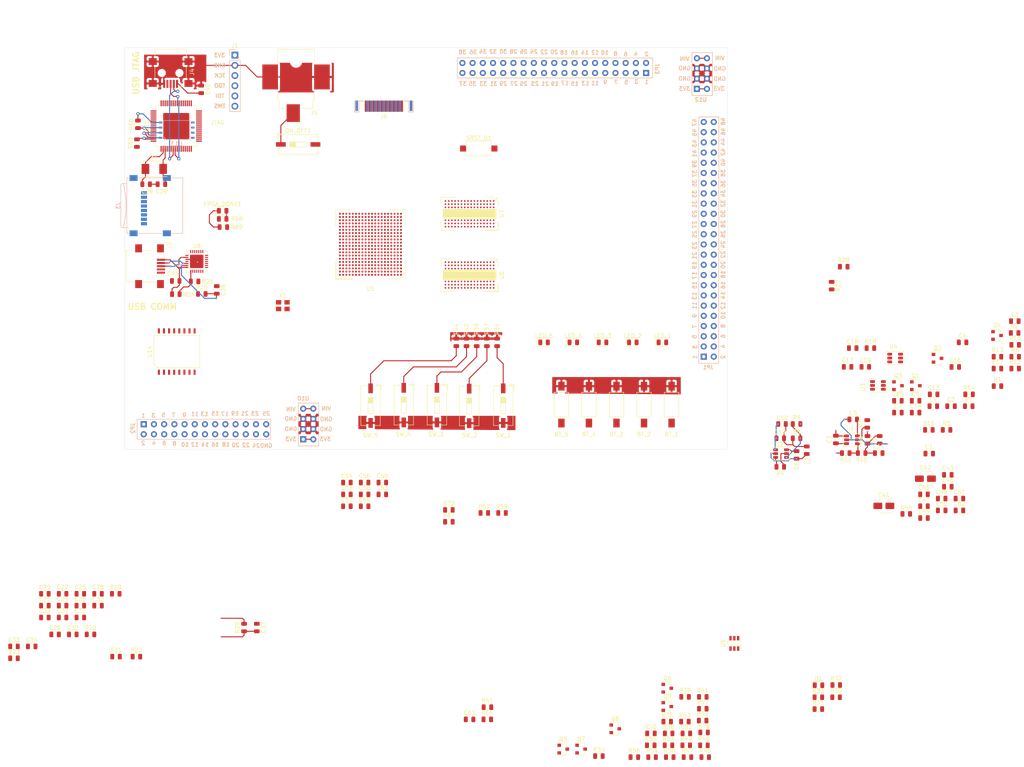
<source format=kicad_pcb>
(kicad_pcb (version 20171130) (host pcbnew "(5.1.9)-1")
  (layers (0 F.Cu power) (1 In1.Cu jumper) (2 In2.Cu power) (31 B.Cu signal) (34 B.Paste user) (35 F.Paste user) (36 B.SilkS user) (37 F.SilkS user) (38 B.Mask user) (39 F.Mask user) (44 Edge.Cuts user))
  (net 0 "")
  (net 1 GND)
  (net 2 VCC)
  (net 3 "Net-(C5-Pad2)")
  (net 4 "Net-(C5-Pad1)")
  (net 5 "Net-(C6-Pad2)")
  (net 6 "Net-(C6-Pad1)")
  (net 7 "Net-(C7-Pad2)")
  (net 8 "Net-(C7-Pad1)")
  (net 9 "Net-(C8-Pad2)")
  (net 10 "Net-(C8-Pad1)")
  (net 11 +1V35)
  (net 12 +1V0)
  (net 13 +3V3)
  (net 14 +1V8)
  (net 15 "Net-(Q1-Pad3)")
  (net 16 "Net-(Q1-Pad1)")
  (net 17 "Net-(Q2-Pad3)")
  (net 18 "Net-(Q3-Pad3)")
  (net 19 "Net-(Q4-Pad3)")
  (net 20 "Net-(R3-Pad1)")
  (net 21 "Net-(R4-Pad1)")
  (net 22 "Net-(R8-Pad2)")
  (net 23 "Net-(R10-Pad2)")
  (net 24 "Net-(R12-Pad2)")
  (net 25 "Net-(R14-Pad2)")
  (net 26 "/Memoria RAM/DDR_VREF")
  (net 27 "/Memoria RAM/DDR_CAS")
  (net 28 "/Memoria RAM/DDR_BA0")
  (net 29 "/Memoria RAM/DDR_BA2")
  (net 30 "/Memoria RAM/DDR_A10")
  (net 31 "/Memoria RAM/DDR_BA1")
  (net 32 "/Memoria RAM/DDR_RAS")
  (net 33 "/Memoria RAM/DDR_A4")
  (net 34 "/Memoria RAM/DDR_A6")
  (net 35 "/Memoria RAM/DDR_A7")
  (net 36 "/Memoria RAM/DDR_A9")
  (net 37 "/Memoria RAM/DDR_A11")
  (net 38 "/Memoria RAM/DDR_A14")
  (net 39 "/Memoria RAM/DDR_A12")
  (net 40 "/Memoria RAM/DDR_A13")
  (net 41 "/Memoria RAM/DDR_RESETN")
  (net 42 "/Memoria RAM/DDR_CKE")
  (net 43 "/Memoria RAM/DDR_A2")
  (net 44 "/Memoria RAM/DDR_A3")
  (net 45 "/Memoria RAM/DDR_D12")
  (net 46 "/Memoria RAM/DDR_D11")
  (net 47 "/Memoria RAM/DDR_D10")
  (net 48 "/Memoria RAM/DDR_D9")
  (net 49 "/Memoria RAM/DDR_D4")
  (net 50 "/Memoria RAM/DDR_D0")
  (net 51 "/Memoria RAM/DDR_D1")
  (net 52 "/Memoria RAM/DDR_A0")
  (net 53 "/Memoria RAM/DDR_CLK-")
  (net 54 "/Memoria RAM/DDR_CLK+")
  (net 55 "/Memoria RAM/DDR_A1")
  (net 56 "/Memoria RAM/DDR_D13")
  (net 57 "/Memoria RAM/DDR_DQS1+")
  (net 58 "/Memoria RAM/DDR_DQS1-")
  (net 59 "/Memoria RAM/DDR_D8")
  (net 60 "/Memoria RAM/DDR_DQS0+")
  (net 61 "/Memoria RAM/DDR_DQS0-")
  (net 62 "/Memoria RAM/DDR_D2")
  (net 63 "/Memoria RAM/DDR_CS")
  (net 64 "/Memoria RAM/DDR_A5")
  (net 65 "/Memoria RAM/DDR_A8")
  (net 66 "/Memoria RAM/DDR_D15")
  (net 67 "/Memoria RAM/DDR_D14")
  (net 68 "/Memoria RAM/DDR_DQM1")
  (net 69 "/Memoria RAM/DDR_D7")
  (net 70 "/Memoria RAM/DDR_D5")
  (net 71 "/Memoria RAM/DDR_D6")
  (net 72 "/Memoria RAM/DDR_DQM0")
  (net 73 "Net-(C18-Pad1)")
  (net 74 "Net-(R18-Pad1)")
  (net 75 "Net-(C19-Pad1)")
  (net 76 "Net-(C31-Pad1)")
  (net 77 "Net-(C32-Pad1)")
  (net 78 "/Entradas y Salidas/BANK34_U19")
  (net 79 "/Entradas y Salidas/BANK34_P16")
  (net 80 "/Entradas y Salidas/BANK34_U18")
  (net 81 "/Entradas y Salidas/BANK34_P15")
  (net 82 "/Entradas y Salidas/BANK34_U15")
  (net 83 "/Entradas y Salidas/BANK34_P18")
  (net 84 "/Entradas y Salidas/BANK34_U14")
  (net 85 "/Entradas y Salidas/BANK34_N17")
  (net 86 "/Entradas y Salidas/BANK34_W15")
  (net 87 "/Entradas y Salidas/BANK34_W19")
  (net 88 "/Entradas y Salidas/BANK34_V15")
  (net 89 "/Entradas y Salidas/BANK34_W18")
  (net 90 "/Entradas y Salidas/BANK34_U17")
  (net 91 "/Entradas y Salidas/BANK34_V18")
  (net 92 "/Entradas y Salidas/BANK34_T16")
  (net 93 "/Entradas y Salidas/BANK34_V17")
  (net 94 "/Entradas y Salidas/BANK34_Y14")
  (net 95 "/Entradas y Salidas/BANK34_R18")
  (net 96 "/Entradas y Salidas/BANK34_W14")
  (net 97 "/Entradas y Salidas/BANK34_T17")
  (net 98 "/Entradas y Salidas/BANK34_Y17")
  (net 99 "/Entradas y Salidas/BANK34_R17")
  (net 100 "/Entradas y Salidas/BANK34_Y16")
  (net 101 "/Entradas y Salidas/BANK34_R16")
  (net 102 "/Entradas y Salidas/BANK34_R14")
  (net 103 "/Entradas y Salidas/BANK34_W16")
  (net 104 "/Entradas y Salidas/BANK34_P14")
  (net 105 "/Entradas y Salidas/BANK34_V16")
  (net 106 "/Entradas y Salidas/BANK34_T15")
  (net 107 "/Entradas y Salidas/BANK34_Y19")
  (net 108 "/Entradas y Salidas/BANK34_T14")
  (net 109 "/Entradas y Salidas/BANK34_Y18")
  (net 110 "/Entradas y Salidas/BANK34_W13")
  (net 111 "/Entradas y Salidas/BANK34_W20")
  (net 112 "/Entradas y Salidas/BANK34_V12")
  (net 113 "/Entradas y Salidas/BANK34_V20")
  (net 114 "/Entradas y Salidas/BANK34_V13")
  (net 115 "/Entradas y Salidas/BANK34_U20")
  (net 116 "/Entradas y Salidas/BANK34_T20")
  (net 117 "/Entradas y Salidas/BANK34_U12")
  (net 118 "/Entradas y Salidas/BANK34_P20")
  (net 119 "/Entradas y Salidas/BANK34_T12")
  (net 120 "/Entradas y Salidas/BANK34_N20")
  (net 121 "/Entradas y Salidas/BANK34_P19")
  (net 122 "/Entradas y Salidas/BANK34_N18")
  (net 123 "/Entradas y Salidas/BANK34_T10")
  (net 124 "/Entradas y Salidas/BANK34_T11")
  (net 125 "/Entradas y Salidas/BANK34_R19")
  (net 126 "/Entradas y Salidas/BANK35_J15")
  (net 127 "/Entradas y Salidas/BANK35_J16")
  (net 128 "/Entradas y Salidas/BANK35_K16")
  (net 129 "/Entradas y Salidas/BANK35_M15")
  (net 130 "/Entradas y Salidas/BANK35_M14")
  (net 131 "/Entradas y Salidas/BANK35_L15")
  (net 132 "/Entradas y Salidas/BANK35_L14")
  (net 133 "/Entradas y Salidas/BANK35_N16")
  (net 134 "/Entradas y Salidas/BANK35_L19")
  (net 135 "/Entradas y Salidas/BANK35_N15")
  (net 136 "/Entradas y Salidas/BANK35_M18")
  (net 137 "/Entradas y Salidas/BANK35_J14")
  (net 138 "/Entradas y Salidas/BANK35_M17")
  (net 139 "/Entradas y Salidas/BANK35_K14")
  (net 140 "/Entradas y Salidas/BANK35_M20")
  (net 141 "/Entradas y Salidas/BANK35_G15")
  (net 142 "/Entradas y Salidas/BANK35_M19")
  (net 143 "/Entradas y Salidas/BANK35_H15")
  (net 144 "/Entradas y Salidas/BANK35_F17")
  (net 145 "/Entradas y Salidas/BANK35_G20")
  (net 146 "/Entradas y Salidas/BANK35_F16")
  (net 147 "/Entradas y Salidas/BANK35_G19")
  (net 148 "/Entradas y Salidas/BANK35_H20")
  (net 149 "/Entradas y Salidas/BANK35_J20")
  (net 150 "/Entradas y Salidas/BANK35_G14")
  (net 151 "/Referencias y MIOs/TMS")
  (net 152 "/Referencias y MIOs/TDI")
  (net 153 "/Referencias y MIOs/TDO")
  (net 154 "/Referencias y MIOs/TCK")
  (net 155 "Net-(C33-Pad1)")
  (net 156 "Net-(C34-Pad1)")
  (net 157 "Net-(R23-Pad1)")
  (net 158 "/Memoria RAM/DDR_DQS3+")
  (net 159 "/Memoria RAM/DDR_ODT")
  (net 160 "/Memoria RAM/DDR_D27")
  (net 161 "/Memoria RAM/DDR_DQS3-")
  (net 162 "/Memoria RAM/DDR_D21")
  (net 163 "/Memoria RAM/DDR_D20")
  (net 164 "/Memoria RAM/DDR_D25")
  (net 165 "/Memoria RAM/DDR_D29")
  (net 166 "/Memoria RAM/DDR_D31")
  (net 167 "/Memoria RAM/DDR_D23")
  (net 168 "/Memoria RAM/DDR_D18")
  (net 169 "/Memoria RAM/DDR_D17")
  (net 170 "/Memoria RAM/DDR_D28")
  (net 171 "/Memoria RAM/DDR_D30")
  (net 172 "/Memoria RAM/DDR_D22")
  (net 173 "/Memoria RAM/DDR_DQS2-")
  (net 174 "/Memoria RAM/DDR_DQS2+")
  (net 175 "/Memoria RAM/DDR_DQM3")
  (net 176 "/Memoria RAM/DDR_D26")
  (net 177 "/Memoria RAM/DDR_D24")
  (net 178 "/Memoria RAM/DDR_DQM2")
  (net 179 "/Memoria RAM/DDR_D19")
  (net 180 "/Memoria RAM/DDR_D16")
  (net 181 "/Memoria RAM/DDR_WE")
  (net 182 "Net-(C35-Pad2)")
  (net 183 "Net-(C36-Pad2)")
  (net 184 "Net-(J2-Pad3)")
  (net 185 "Net-(J2-Pad2)")
  (net 186 "Net-(R24-Pad2)")
  (net 187 "Net-(R26-Pad1)")
  (net 188 "Net-(R27-Pad2)")
  (net 189 "Net-(R28-Pad2)")
  (net 190 "/Referencias y MIOs/SD_D2")
  (net 191 "/Referencias y MIOs/SD_D3")
  (net 192 "/Referencias y MIOs/SD_CMD")
  (net 193 "/Referencias y MIOs/SD_CLK")
  (net 194 "/Referencias y MIOs/SD_D0")
  (net 195 "/Referencias y MIOs/SD_D1")
  (net 196 "/Referencias y MIOs/PS_CLK")
  (net 197 "Net-(R29-Pad2)")
  (net 198 "Net-(C38-Pad1)")
  (net 199 "Net-(C39-Pad1)")
  (net 200 "Net-(J4-Pad3)")
  (net 201 "Net-(J4-Pad2)")
  (net 202 "/Referencias y MIOs/EECS")
  (net 203 "/Referencias y MIOs/EECLK")
  (net 204 "/Referencias y MIOs/EEDATA")
  (net 205 "Net-(C40-Pad2)")
  (net 206 "Net-(C41-Pad1)")
  (net 207 "Net-(C42-Pad1)")
  (net 208 "/Entradas y Salidas/HDMI_D1-")
  (net 209 "/Entradas y Salidas/HDMI_CLK-")
  (net 210 "/Entradas y Salidas/HDMI_D2-")
  (net 211 "/Entradas y Salidas/HDMI_D1+")
  (net 212 "/Entradas y Salidas/HDMI_CLK+")
  (net 213 "/Entradas y Salidas/HDMI_D2+")
  (net 214 "/Entradas y Salidas/HDMI_D0-")
  (net 215 "/Entradas y Salidas/HDMI_D0+")
  (net 216 "/Referencias y MIOs/RX(MIO24)")
  (net 217 "/Referencias y MIOs/TX(MIO25)")
  (net 218 VCC_5V)
  (net 219 "Net-(Q5-Pad3)")
  (net 220 "Net-(Q6-Pad3)")
  (net 221 "Net-(Q7-Pad3)")
  (net 222 "Net-(Q8-Pad3)")
  (net 223 "Net-(Q9-Pad3)")
  (net 224 +5V)
  (net 225 "/Entradas y Salidas/SW_1")
  (net 226 "/Entradas y Salidas/SW_2")
  (net 227 "/Entradas y Salidas/SW_3")
  (net 228 "/Entradas y Salidas/SW_4")
  (net 229 "/Entradas y Salidas/SW_5")
  (net 230 "/Entradas y Salidas/LED_1")
  (net 231 "/Entradas y Salidas/BT_3")
  (net 232 "/Entradas y Salidas/LED_2")
  (net 233 "/Entradas y Salidas/LED_3")
  (net 234 "/Entradas y Salidas/BT_2")
  (net 235 MIO_16)
  (net 236 "/Entradas y Salidas/BT_1")
  (net 237 "/Entradas y Salidas/BT_5")
  (net 238 MIO_39)
  (net 239 MIO_18)
  (net 240 "/Entradas y Salidas/LED_5")
  (net 241 "/Entradas y Salidas/BT_4")
  (net 242 MIO_22)
  (net 243 MIO_20)
  (net 244 "/Entradas y Salidas/LED_4")
  (net 245 MIO_31)
  (net 246 MIO_46)
  (net 247 MIO_28)
  (net 248 MIO_33)
  (net 249 MIO_30)
  (net 250 MIO_26)
  (net 251 MIO_21)
  (net 252 MIO_17)
  (net 253 MIO_47)
  (net 254 MIO_32)
  (net 255 MIO_38)
  (net 256 MIO_27)
  (net 257 MIO_29)
  (net 258 MIO_50)
  (net 259 MIO_35)
  (net 260 MIO_49)
  (net 261 MIO_48)
  (net 262 MIO_34)
  (net 263 "/Referencias y MIOs/FPGA_DONE")
  (net 264 MIO_23)
  (net 265 MIO_53)
  (net 266 MIO_19)
  (net 267 MIO_52)
  (net 268 "/Referencias y MIOs/SRST_B")
  (net 269 MIO_10)
  (net 270 MIO_12)
  (net 271 MIO_51)
  (net 272 MIO_13)
  (net 273 MIO_7)
  (net 274 MIO_15)
  (net 275 "/Referencias y MIOs/MIO2")
  (net 276 PS_POR_B)
  (net 277 "/Referencias y MIOs/MIO4")
  (net 278 "/Referencias y MIOs/MIO1")
  (net 279 MIO_0)
  (net 280 "/Referencias y MIOs/MIO3")
  (net 281 MIO_11)
  (net 282 "/Referencias y MIOs/MIO5")
  (net 283 MIO_8)
  (net 284 MIO_14)
  (net 285 MIO_9)
  (net 286 "/Referencias y MIOs/MIO6")
  (net 287 "Net-(R64-Pad2)")
  (net 288 "Net-(R61-Pad2)")
  (net 289 "Net-(D1-Pad2)")
  (net 290 "Net-(Q5-Pad1)")
  (net 291 "Net-(Q6-Pad1)")
  (net 292 "Net-(Q7-Pad1)")
  (net 293 "Net-(Q8-Pad1)")
  (net 294 "Net-(Q9-Pad1)")
  (net 295 "Net-(R30-Pad2)")
  (net 296 "Net-(R59-Pad2)")
  (net 297 "Net-(LED_1-Pad1)")
  (net 298 "Net-(LED_2-Pad1)")
  (net 299 "Net-(LED_3-Pad1)")
  (net 300 "Net-(LED_4-Pad1)")
  (net 301 "Net-(LED_5-Pad1)")
  (net 302 "Net-(FPGA_DONE1-Pad1)")
  (module ZYNQ_7000:EIAJ_SOIC (layer B.Cu) (at 133.604 84.074 90)
    (fp_text reference U13 (at -3.395 0 180) (layer B.SilkS) (effects (justify mirror)))
    (fp_text value 93C46)
    (pad 4 smd rect (at 1.905 -4 90) (size 0.48 0.85) (layers B.Cu B.Paste B.Mask) (net 296 "Net-(R59-Pad2)"))
    (pad 5 smd rect (at 1.905 4 90) (size 0.48 0.85) (layers B.Cu B.Paste B.Mask) (net 1 GND))
    (pad 3 smd rect (at 0.635 -4 90) (size 0.48 0.85) (layers B.Cu B.Paste B.Mask) (net 204 "/Referencias y MIOs/EEDATA"))
    (pad 6 smd rect (at 0.635 4 90) (size 0.48 0.85) (layers B.Cu B.Paste B.Mask) (net 13 +3V3))
    (pad 2 smd rect (at -0.635 -4 90) (size 0.48 0.85) (layers B.Cu B.Paste B.Mask) (net 203 "/Referencias y MIOs/EECLK"))
    (pad 7 smd rect (at -0.635 4 90) (size 0.48 0.85) (layers B.Cu B.Paste B.Mask) (net 1 GND))
    (pad 1 smd rect (at -1.905 -4 90) (size 0.48 0.85) (layers B.Cu B.Paste B.Mask) (net 202 "/Referencias y MIOs/EECS"))
    (pad 8 smd rect (at -1.905 4 90) (size 0.48 0.85) (layers B.Cu B.Paste B.Mask) (net 13 +3V3))
  )
  (module Resistor_SMD:R_0805_2012Metric (layer F.Cu) (at 210.912 230.759)
    (fp_text reference R64 (at 0 -1.65) (layer F.SilkS))
    (fp_text value 1K)
    (pad 2 smd roundrect (at 0.9375 0) (size 0.975 1.4) (layers F.Cu F.Paste F.Mask) (net 287 "Net-(R64-Pad2)"))
    (pad 1 smd roundrect (at -0.9375 0) (size 0.975 1.4) (layers F.Cu F.Paste F.Mask) (net 13 +3V3))
  )
  (module Resistor_SMD:R_0805_2012Metric (layer F.Cu) (at 210.952 227.719)
    (fp_text reference R61 (at 0 -1.65) (layer F.SilkS))
    (fp_text value 12K)
    (pad 2 smd roundrect (at 0.9375 0) (size 0.975 1.4) (layers F.Cu F.Paste F.Mask) (net 288 "Net-(R61-Pad2)"))
    (pad 1 smd roundrect (at -0.9375 0) (size 0.975 1.4) (layers F.Cu F.Paste F.Mask) (net 1 GND))
  )
  (module LED_SMD:LED_0805_2012Metric (layer F.Cu) (at 145.034 104.14)
    (fp_text reference FPGA_DONE1 (at 0 -1.65) (layer F.SilkS))
    (fp_text value LED_ALT)
    (pad 2 smd roundrect (at 0.9375 0) (size 0.975 1.4) (layers F.Cu F.Paste F.Mask) (net 263 "/Referencias y MIOs/FPGA_DONE"))
    (pad 1 smd roundrect (at -0.9375 0) (size 0.975 1.4) (layers F.Cu F.Paste F.Mask) (net 302 "Net-(FPGA_DONE1-Pad1)"))
  )
  (module LED_SMD:LED_0805_2012Metric (layer F.Cu) (at 225.044 136.906)
    (fp_text reference LED_5 (at 0 -1.65) (layer F.SilkS))
    (fp_text value LED_ALT)
    (pad 2 smd roundrect (at 0.9375 0) (size 0.975 1.4) (layers F.Cu F.Paste F.Mask) (net 13 +3V3))
    (pad 1 smd roundrect (at -0.9375 0) (size 0.975 1.4) (layers F.Cu F.Paste F.Mask) (net 301 "Net-(LED_5-Pad1)"))
  )
  (module LED_SMD:LED_0805_2012Metric (layer F.Cu) (at 232.3315 136.906)
    (fp_text reference LED_4 (at 0 -1.65) (layer F.SilkS))
    (fp_text value LED_ALT)
    (pad 2 smd roundrect (at 0.9375 0) (size 0.975 1.4) (layers F.Cu F.Paste F.Mask) (net 13 +3V3))
    (pad 1 smd roundrect (at -0.9375 0) (size 0.975 1.4) (layers F.Cu F.Paste F.Mask) (net 300 "Net-(LED_4-Pad1)"))
  )
  (module LED_SMD:LED_0805_2012Metric (layer F.Cu) (at 239.6005 136.906)
    (fp_text reference LED_3 (at 0 -1.65) (layer F.SilkS))
    (fp_text value LED_ALT)
    (pad 2 smd roundrect (at 0.9375 0) (size 0.975 1.4) (layers F.Cu F.Paste F.Mask) (net 13 +3V3))
    (pad 1 smd roundrect (at -0.9375 0) (size 0.975 1.4) (layers F.Cu F.Paste F.Mask) (net 299 "Net-(LED_3-Pad1)"))
  )
  (module LED_SMD:LED_0805_2012Metric (layer F.Cu) (at 247.142 136.906)
    (fp_text reference LED_2 (at 0 -1.65) (layer F.SilkS))
    (fp_text value LED_ALT)
    (pad 2 smd roundrect (at 0.9375 0) (size 0.975 1.4) (layers F.Cu F.Paste F.Mask) (net 13 +3V3))
    (pad 1 smd roundrect (at -0.9375 0) (size 0.975 1.4) (layers F.Cu F.Paste F.Mask) (net 298 "Net-(LED_2-Pad1)"))
  )
  (module LED_SMD:LED_0805_2012Metric (layer F.Cu) (at 254.508 136.906)
    (fp_text reference LED_1 (at 0 -1.65) (layer F.SilkS))
    (fp_text value LED_ALT)
    (pad 2 smd roundrect (at 0.9375 0) (size 0.975 1.4) (layers F.Cu F.Paste F.Mask) (net 13 +3V3))
    (pad 1 smd roundrect (at -0.9375 0) (size 0.975 1.4) (layers F.Cu F.Paste F.Mask) (net 297 "Net-(LED_1-Pad1)"))
  )
  (module Capacitor_SMD:C_0805_2012Metric (layer F.Cu) (at 206.502 230.759)
    (fp_text reference C61 (at 0 -1.65) (layer F.SilkS))
    (fp_text value 100nF)
    (pad 2 smd roundrect (at 0.9375 0) (size 0.975 1.4) (layers F.Cu F.Paste F.Mask) (net 1 GND))
    (pad 1 smd roundrect (at -0.9375 0) (size 0.975 1.4) (layers F.Cu F.Paste F.Mask) (net 13 +3V3))
  )
  (module ZYNQ_7000:PINES_38 (layer F.Cu) (at 229.87 68.834 90)
    (fp_text reference JP3 (at 0 23.368 90) (layer F.SilkS))
    (fp_text value PINES_38)
    (fp_text user 24 (at 4.318 -7.366 180) (layer B.SilkS) (effects (justify mirror)))
    (fp_text user 7 (at -3.302 13.081 180) (layer B.SilkS) (effects (justify mirror)))
    (fp_text user 9 (at -3.302 10.414 180) (layer B.SilkS) (effects (justify mirror)))
    (fp_text user 36 (at 4.191 -22.479 180) (layer B.SilkS) (effects (justify mirror)))
    (fp_text user 34 (at 4.318 -20.066 180) (layer B.SilkS) (effects (justify mirror)))
    (fp_text user 32 (at 4.318 -17.526 180) (layer B.SilkS) (effects (justify mirror)))
    (fp_text user 38 (at 4.191 -25.146 180) (layer B.SilkS) (effects (justify mirror)))
    (fp_text user 30 (at 4.318 -14.986 180) (layer B.SilkS) (effects (justify mirror)))
    (fp_text user 28 (at 4.318 -12.446 180) (layer B.SilkS) (effects (justify mirror)))
    (fp_text user 26 (at 4.318 -9.906 180) (layer B.SilkS) (effects (justify mirror)))
    (fp_text user JP3 (at 0 23.368 270) (layer B.SilkS) (effects (justify mirror)))
    (fp_text user 10 (at 4.064 10.287 180) (layer B.SilkS) (effects (justify mirror)))
    (fp_text user 18 (at 4.064 0.127 180) (layer B.SilkS) (effects (justify mirror)))
    (fp_text user 22 (at 4.191 -4.826 180) (layer B.SilkS) (effects (justify mirror)))
    (fp_text user 14 (at 4.064 5.334 180) (layer B.SilkS) (effects (justify mirror)))
    (fp_text user 16 (at 4.064 2.794 180) (layer B.SilkS) (effects (justify mirror)))
    (fp_text user 12 (at 4.064 7.874 180) (layer B.SilkS) (effects (justify mirror)))
    (fp_text user 4 (at 3.683 18.034 180) (layer B.SilkS) (effects (justify mirror)))
    (fp_text user 2 (at 3.683 20.701 180) (layer B.SilkS) (effects (justify mirror)))
    (fp_text user 6 (at 3.683 15.494 180) (layer B.SilkS) (effects (justify mirror)))
    (fp_text user 20 (at 4.191 -2.286 180) (layer B.SilkS) (effects (justify mirror)))
    (fp_text user 8 (at 3.81 12.954 180) (layer B.SilkS) (effects (justify mirror)))
    (fp_text user 35 (at -3.683 -22.606 180) (layer B.SilkS) (effects (justify mirror)))
    (fp_text user 33 (at -3.683 -19.939 180) (layer B.SilkS) (effects (justify mirror)))
    (fp_text user 37 (at -3.683 -25.019 180) (layer B.SilkS) (effects (justify mirror)))
    (fp_text user 31 (at -3.683 -17.399 180) (layer B.SilkS) (effects (justify mirror)))
    (fp_text user 23 (at -3.683 -7.112 180) (layer B.SilkS) (effects (justify mirror)))
    (fp_text user 21 (at -3.683 -4.572 180) (layer B.SilkS) (effects (justify mirror)))
    (fp_text user 19 (at -3.683 -2.159 180) (layer B.SilkS) (effects (justify mirror)))
    (fp_text user 17 (at -3.556 0.381 180) (layer B.SilkS) (effects (justify mirror)))
    (fp_text user 15 (at -3.683 2.794 180) (layer B.SilkS) (effects (justify mirror)))
    (fp_text user 1 (at -3.175 20.701 180) (layer B.SilkS) (effects (justify mirror)))
    (fp_text user 13 (at -3.556 5.461 180) (layer B.SilkS) (effects (justify mirror)))
    (fp_text user 5 (at -3.302 15.621 180) (layer B.SilkS) (effects (justify mirror)))
    (fp_text user 11 (at -3.556 7.874 180) (layer B.SilkS) (effects (justify mirror)))
    (fp_text user 3 (at -3.175 18.161 180) (layer B.SilkS) (effects (justify mirror)))
    (fp_text user 29 (at -3.683 -14.986 180) (layer B.SilkS) (effects (justify mirror)))
    (fp_text user 27 (at -3.683 -12.319 180) (layer B.SilkS) (effects (justify mirror)))
    (fp_text user 25 (at -3.683 -9.906 180) (layer B.SilkS) (effects (justify mirror)))
    (fp_text user 1 (at -3.175 20.701 180) (layer F.SilkS))
    (fp_text user 2 (at 3.683 20.701 180) (layer F.SilkS))
    (fp_text user 3 (at -3.175 18.161 180) (layer F.SilkS))
    (fp_text user 11 (at -3.556 7.874 180) (layer F.SilkS))
    (fp_text user 7 (at -3.302 13.081 180) (layer F.SilkS))
    (fp_text user 5 (at -3.302 15.621 180) (layer F.SilkS))
    (fp_text user 6 (at 3.683 15.494 180) (layer F.SilkS))
    (fp_text user 8 (at 3.81 12.954 180) (layer F.SilkS))
    (fp_text user 9 (at -3.302 10.414 180) (layer F.SilkS))
    (fp_text user 10 (at 4.064 10.287 180) (layer F.SilkS))
    (fp_text user 12 (at 4.064 7.874 180) (layer F.SilkS))
    (fp_text user 13 (at -3.556 5.461 180) (layer F.SilkS))
    (fp_text user 4 (at 3.683 18.034 180) (layer F.SilkS))
    (fp_text user 14 (at 4.064 5.334 180) (layer F.SilkS))
    (fp_text user 15 (at -3.683 2.794 180) (layer F.SilkS))
    (fp_text user 16 (at 4.064 2.794 180) (layer F.SilkS))
    (fp_text user 17 (at -3.556 0.381 180) (layer F.SilkS))
    (fp_text user 31 (at -3.683 -17.399 180) (layer F.SilkS))
    (fp_text user 22 (at 4.191 -4.826 180) (layer F.SilkS))
    (fp_text user 25 (at -3.683 -9.906 180) (layer F.SilkS))
    (fp_text user 20 (at 4.191 -2.286 180) (layer F.SilkS))
    (fp_text user 18 (at 4.064 0.127 180) (layer F.SilkS))
    (fp_text user 19 (at -3.683 -2.159 180) (layer F.SilkS))
    (fp_text user 24 (at 4.318 -7.366 180) (layer F.SilkS))
    (fp_text user 26 (at 4.318 -9.906 180) (layer F.SilkS))
    (fp_text user 27 (at -3.683 -12.319 180) (layer F.SilkS))
    (fp_text user 28 (at 4.318 -12.446 180) (layer F.SilkS))
    (fp_text user 29 (at -3.683 -14.986 180) (layer F.SilkS))
    (fp_text user 21 (at -3.683 -4.572 180) (layer F.SilkS))
    (fp_text user 23 (at -3.683 -7.112 180) (layer F.SilkS))
    (fp_text user 30 (at 4.318 -14.986 180) (layer F.SilkS))
    (fp_text user 33 (at -3.683 -19.939 180) (layer F.SilkS))
    (fp_text user 38 (at 4.191 -25.146 180) (layer F.SilkS))
    (fp_text user 35 (at -3.683 -22.606 180) (layer F.SilkS))
    (fp_text user 37 (at -3.683 -25.019 180) (layer F.SilkS))
    (fp_text user 36 (at 4.191 -22.479 180) (layer F.SilkS))
    (fp_text user 32 (at 4.318 -17.526 180) (layer F.SilkS))
    (fp_text user 34 (at 4.318 -20.066 180) (layer F.SilkS))
    (pad 8 thru_hole circle (at 1.484 12.954 90) (size 1.524 1.524) (drill 0.8) (layers *.Cu *.Mask) (net 272 MIO_13))
    (pad 4 thru_hole circle (at 1.484 18.034 90) (size 1.524 1.524) (drill 0.8) (layers *.Cu *.Mask) (net 285 MIO_9))
    (pad 31 thru_hole circle (at -1.016 -17.526 90) (size 1.524 1.524) (drill 0.8) (layers *.Cu *.Mask) (net 246 MIO_46))
    (pad 2 thru_hole circle (at 1.484 20.574 90) (size 1.524 1.524) (drill 0.8) (layers *.Cu *.Mask) (net 273 MIO_7))
    (pad 34 thru_hole circle (at 1.484 -20.066 90) (size 1.524 1.524) (drill 0.8) (layers *.Cu *.Mask) (net 260 MIO_49))
    (pad 19 thru_hole circle (at -1.016 -2.286 90) (size 1.524 1.524) (drill 0.8) (layers *.Cu *.Mask) (net 250 MIO_26))
    (pad 38 thru_hole circle (at 1.484 -25.146 90) (size 1.524 1.524) (drill 0.8) (layers *.Cu *.Mask) (net 265 MIO_53))
    (pad 37 thru_hole circle (at -1.016 -25.146 90) (size 1.524 1.524) (drill 0.8) (layers *.Cu *.Mask) (net 267 MIO_52))
    (pad 10 thru_hole circle (at 1.484 10.414 90) (size 1.524 1.524) (drill 0.8) (layers *.Cu *.Mask) (net 274 MIO_15))
    (pad 1 thru_hole rect (at -1.016 20.574 90) (size 1.524 1.524) (drill 0.8) (layers *.Cu *.Mask) (net 279 MIO_0))
    (pad 16 thru_hole circle (at 1.484 2.794 90) (size 1.524 1.524) (drill 0.8) (layers *.Cu *.Mask) (net 251 MIO_21))
    (pad 14 thru_hole circle (at 1.484 5.334 90) (size 1.524 1.524) (drill 0.8) (layers *.Cu *.Mask) (net 266 MIO_19))
    (pad 15 thru_hole circle (at -1.016 2.794 90) (size 1.524 1.524) (drill 0.8) (layers *.Cu *.Mask) (net 243 MIO_20))
    (pad 5 thru_hole circle (at -1.016 15.494 90) (size 1.524 1.524) (drill 0.8) (layers *.Cu *.Mask) (net 269 MIO_10))
    (pad 35 thru_hole circle (at -1.016 -22.606 90) (size 1.524 1.524) (drill 0.8) (layers *.Cu *.Mask) (net 258 MIO_50))
    (pad 36 thru_hole circle (at 1.484 -22.606 90) (size 1.524 1.524) (drill 0.8) (layers *.Cu *.Mask) (net 271 MIO_51))
    (pad 7 thru_hole circle (at -1.016 12.954 90) (size 1.524 1.524) (drill 0.8) (layers *.Cu *.Mask) (net 270 MIO_12))
    (pad 18 thru_hole circle (at 1.484 0.254 90) (size 1.524 1.524) (drill 0.8) (layers *.Cu *.Mask) (net 264 MIO_23))
    (pad 21 thru_hole circle (at -1.016 -4.826 90) (size 1.524 1.524) (drill 0.8) (layers *.Cu *.Mask) (net 247 MIO_28))
    (pad 11 thru_hole circle (at -1.016 7.874 90) (size 1.524 1.524) (drill 0.8) (layers *.Cu *.Mask) (net 235 MIO_16))
    (pad 17 thru_hole circle (at -1.016 0.254 90) (size 1.524 1.524) (drill 0.8) (layers *.Cu *.Mask) (net 242 MIO_22))
    (pad 12 thru_hole circle (at 1.484 7.874 90) (size 1.524 1.524) (drill 0.8) (layers *.Cu *.Mask) (net 252 MIO_17))
    (pad 32 thru_hole circle (at 1.484 -17.526 90) (size 1.524 1.524) (drill 0.8) (layers *.Cu *.Mask) (net 253 MIO_47))
    (pad 26 thru_hole circle (at 1.484 -9.906 90) (size 1.524 1.524) (drill 0.8) (layers *.Cu *.Mask) (net 248 MIO_33))
    (pad 20 thru_hole circle (at 1.484 -2.286 90) (size 1.524 1.524) (drill 0.8) (layers *.Cu *.Mask) (net 256 MIO_27))
    (pad 33 thru_hole circle (at -1.016 -20.066 90) (size 1.524 1.524) (drill 0.8) (layers *.Cu *.Mask) (net 261 MIO_48))
    (pad 28 thru_hole circle (at 1.484 -12.446 90) (size 1.524 1.524) (drill 0.8) (layers *.Cu *.Mask) (net 259 MIO_35))
    (pad 22 thru_hole circle (at 1.484 -4.826 90) (size 1.524 1.524) (drill 0.8) (layers *.Cu *.Mask) (net 257 MIO_29))
    (pad 13 thru_hole circle (at -1.016 5.334 90) (size 1.524 1.524) (drill 0.8) (layers *.Cu *.Mask) (net 239 MIO_18))
    (pad 29 thru_hole circle (at -1.016 -14.986 90) (size 1.524 1.524) (drill 0.8) (layers *.Cu *.Mask) (net 255 MIO_38))
    (pad 3 thru_hole circle (at -1.016 18.034 90) (size 1.524 1.524) (drill 0.8) (layers *.Cu *.Mask) (net 283 MIO_8))
    (pad 30 thru_hole circle (at 1.484 -14.986 90) (size 1.524 1.524) (drill 0.8) (layers *.Cu *.Mask) (net 238 MIO_39))
    (pad 25 thru_hole circle (at -1.016 -9.906 90) (size 1.524 1.524) (drill 0.8) (layers *.Cu *.Mask) (net 254 MIO_32))
    (pad 9 thru_hole circle (at -1.016 10.414 90) (size 1.524 1.524) (drill 0.8) (layers *.Cu *.Mask) (net 284 MIO_14))
    (pad 24 thru_hole circle (at 1.484 -7.366 90) (size 1.524 1.524) (drill 0.8) (layers *.Cu *.Mask) (net 245 MIO_31))
    (pad 23 thru_hole circle (at -1.016 -7.366 90) (size 1.524 1.524) (drill 0.8) (layers *.Cu *.Mask) (net 249 MIO_30))
    (pad 27 thru_hole circle (at -1.016 -12.446 90) (size 1.524 1.524) (drill 0.8) (layers *.Cu *.Mask) (net 262 MIO_34))
    (pad 6 thru_hole circle (at 1.484 15.494 90) (size 1.524 1.524) (drill 0.8) (layers *.Cu *.Mask) (net 281 MIO_11))
  )
  (module ZYNQ_7000:PINES_40 (layer F.Cu) (at 264.414 69.85)
    (fp_text reference U12 (at -0.42672 6.74116) (layer F.SilkS))
    (fp_text value PINES_ALIMENTACION)
    (fp_text user VIN (at -4.3942 -3.5306) (layer B.SilkS) (effects (justify mirror)))
    (fp_text user VIN (at -4.3942 -3.5306 180) (layer F.SilkS))
    (fp_text user VIN (at 4.3942 -3.70332) (layer B.SilkS) (effects (justify mirror)))
    (fp_text user VIN (at 4.3942 -3.70332) (layer F.SilkS))
    (fp_text user 3V3 (at 4.20116 3.8862) (layer B.SilkS) (effects (justify mirror)))
    (fp_text user 3V3 (at 4.20116 3.8862) (layer F.SilkS))
    (fp_text user 3V3 (at -4.37388 3.90652) (layer B.SilkS) (effects (justify mirror)))
    (fp_text user 3V3 (at -4.37388 3.90652) (layer F.SilkS))
    (fp_text user GND (at -4.3942 -1.17348) (layer B.SilkS) (effects (justify mirror)))
    (fp_text user GND (at -4.3942 -1.17348) (layer F.SilkS))
    (fp_text user GND (at -4.38404 1.3716) (layer B.SilkS) (effects (justify mirror)))
    (fp_text user GND (at -4.38404 1.3716) (layer F.SilkS))
    (fp_text user GND (at 4.3434 1.4478) (layer B.SilkS) (effects (justify mirror)))
    (fp_text user GND (at 4.3434 1.4478) (layer F.SilkS))
    (fp_text user GND (at 4.38912 -1.0922) (layer F.SilkS))
    (fp_text user U12 (at -0.29972 6.61416 180) (layer B.SilkS) (effects (justify mirror)))
    (fp_text user GND (at 4.38912 -1.0922) (layer B.SilkS) (effects (justify mirror)))
    (pad 3 thru_hole circle (at -1.31572 1.40716) (size 1.524 1.524) (drill 0.8) (layers *.Cu *.Mask) (net 1 GND))
    (pad 7 thru_hole circle (at -1.31572 -3.67284) (size 1.524 1.524) (drill 0.8) (layers *.Cu *.Mask) (net 218 VCC_5V))
    (pad 6 thru_hole circle (at 1.18428 -1.13284) (size 1.524 1.524) (drill 0.8) (layers *.Cu *.Mask) (net 1 GND))
    (pad 1 thru_hole rect (at -1.31572 3.94716) (size 1.524 1.524) (drill 0.8) (layers *.Cu *.Mask) (net 13 +3V3))
    (pad 5 thru_hole circle (at -1.31572 -1.13284) (size 1.524 1.524) (drill 0.8) (layers *.Cu *.Mask) (net 1 GND))
    (pad 4 thru_hole circle (at 1.18428 1.40716) (size 1.524 1.524) (drill 0.8) (layers *.Cu *.Mask) (net 1 GND))
    (pad 2 thru_hole circle (at 1.18428 3.94716) (size 1.524 1.524) (drill 0.8) (layers *.Cu *.Mask) (net 13 +3V3))
    (pad 8 thru_hole circle (at 1.18428 -3.67284) (size 1.524 1.524) (drill 0.8) (layers *.Cu *.Mask) (net 218 VCC_5V))
  )
  (module ZYNQ_7000:PINES_40 (layer F.Cu) (at 166.41572 157.08884)
    (fp_text reference U10 (at -1.31572 -6.21284) (layer F.SilkS))
    (fp_text value PINES_ALIMENTACION)
    (fp_text user VIN (at -4.3942 -3.5306) (layer B.SilkS) (effects (justify mirror)))
    (fp_text user VIN (at -4.3942 -3.5306) (layer F.SilkS))
    (fp_text user VIN (at 4.3942 -3.70332) (layer B.SilkS) (effects (justify mirror)))
    (fp_text user VIN (at 4.3942 -3.70332) (layer F.SilkS))
    (fp_text user 3V3 (at 4.20116 3.8862) (layer B.SilkS) (effects (justify mirror)))
    (fp_text user 3V3 (at 4.20116 3.8862) (layer F.SilkS))
    (fp_text user 3V3 (at -4.37388 3.90652) (layer B.SilkS) (effects (justify mirror)))
    (fp_text user 3V3 (at -4.37388 3.90652) (layer F.SilkS))
    (fp_text user GND (at -4.3942 -1.17348) (layer B.SilkS) (effects (justify mirror)))
    (fp_text user GND (at -4.3942 -1.17348) (layer F.SilkS))
    (fp_text user GND (at -4.38404 1.3716) (layer B.SilkS) (effects (justify mirror)))
    (fp_text user GND (at -4.38404 1.3716) (layer F.SilkS))
    (fp_text user GND (at 4.3434 1.4478) (layer B.SilkS) (effects (justify mirror)))
    (fp_text user GND (at 4.3434 1.4478) (layer F.SilkS))
    (fp_text user GND (at 4.38912 -1.0922) (layer F.SilkS))
    (fp_text user U10 (at -1.31572 -6.21284 180) (layer B.SilkS) (effects (justify mirror)))
    (fp_text user GND (at 4.38912 -1.0922) (layer B.SilkS) (effects (justify mirror)))
    (pad 3 thru_hole circle (at -1.31572 1.40716) (size 1.524 1.524) (drill 0.8) (layers *.Cu *.Mask) (net 1 GND))
    (pad 7 thru_hole circle (at -1.31572 -3.67284) (size 1.524 1.524) (drill 0.8) (layers *.Cu *.Mask) (net 218 VCC_5V))
    (pad 6 thru_hole circle (at 1.18428 -1.13284) (size 1.524 1.524) (drill 0.8) (layers *.Cu *.Mask) (net 1 GND))
    (pad 1 thru_hole rect (at -1.31572 3.94716) (size 1.524 1.524) (drill 0.8) (layers *.Cu *.Mask) (net 13 +3V3))
    (pad 5 thru_hole circle (at -1.31572 -1.13284) (size 1.524 1.524) (drill 0.8) (layers *.Cu *.Mask) (net 1 GND))
    (pad 4 thru_hole circle (at 1.18428 1.40716) (size 1.524 1.524) (drill 0.8) (layers *.Cu *.Mask) (net 1 GND))
    (pad 2 thru_hole circle (at 1.18428 3.94716) (size 1.524 1.524) (drill 0.8) (layers *.Cu *.Mask) (net 13 +3V3))
    (pad 8 thru_hole circle (at 1.18428 -3.67284) (size 1.524 1.524) (drill 0.8) (layers *.Cu *.Mask) (net 218 VCC_5V))
  )
  (module ZYNQ_7000:SOT-23 (layer F.Cu) (at 272.415 211.836)
    (fp_text reference U9 (at -2.75 0 90) (layer F.SilkS))
    (fp_text value TPS3106K33DBV)
    (pad 3 smd rect (at 0.95 1.3) (size 0.6 1.1) (layers F.Cu F.Paste F.Mask))
    (pad 4 smd rect (at 0.95 -1.3) (size 0.6 1.1) (layers F.Cu F.Paste F.Mask) (net 295 "Net-(R30-Pad2)"))
    (pad 2 smd rect (at 0 1.3) (size 0.6 1.1) (layers F.Cu F.Paste F.Mask))
    (pad 5 smd rect (at 0 -1.3) (size 0.6 1.1) (layers F.Cu F.Paste F.Mask) (net 276 PS_POR_B))
    (pad 1 smd rect (at -0.95 1.3) (size 0.6 1.1) (layers F.Cu F.Paste F.Mask) (net 276 PS_POR_B))
    (pad 6 smd rect (at -0.95 -1.3) (size 0.6 1.1) (layers F.Cu F.Paste F.Mask) (net 13 +3V3))
  )
  (module Button_Switch_SMD:SW_SPST_CK_RS282G05A3 (layer F.Cu) (at 208.788 88.646)
    (fp_text reference SRST_B1 (at 0 -2.6) (layer F.SilkS))
    (fp_text value SW_Push)
    (pad 2 smd rect (at 3.9 0) (size 1.5 1.5) (layers F.Cu F.Paste F.Mask) (net 1 GND))
    (pad 1 smd rect (at -3.9 0) (size 1.5 1.5) (layers F.Cu F.Paste F.Mask) (net 268 "/Referencias y MIOs/SRST_B"))
  )
  (module Button_Switch_SMD:SW_SPST_FSMSM (layer F.Cu) (at 229.362 152.4 90)
    (fp_text reference BT_5 (at -7.366 0 180) (layer F.SilkS))
    (fp_text value SW_Push)
    (pad 2 smd rect (at 4.59 0 90) (size 2.18 1.6) (layers F.Cu F.Paste F.Mask) (net 13 +3V3))
    (pad 1 smd rect (at -4.59 0 90) (size 2.18 1.6) (layers F.Cu F.Paste F.Mask) (net 237 "/Entradas y Salidas/BT_5"))
  )
  (module Button_Switch_SMD:SW_SPST_FSMSM (layer F.Cu) (at 236.22 152.4 90)
    (fp_text reference BT_4 (at -7.366 0 180) (layer F.SilkS))
    (fp_text value SW_Push)
    (pad 2 smd rect (at 4.59 0 90) (size 2.18 1.6) (layers F.Cu F.Paste F.Mask) (net 13 +3V3))
    (pad 1 smd rect (at -4.59 0 90) (size 2.18 1.6) (layers F.Cu F.Paste F.Mask) (net 241 "/Entradas y Salidas/BT_4"))
  )
  (module Button_Switch_SMD:SW_SPST_FSMSM (layer F.Cu) (at 243.078 152.4 90)
    (fp_text reference BT_3 (at -7.366 0 180) (layer F.SilkS))
    (fp_text value SW_Push)
    (pad 2 smd rect (at 4.59 0 90) (size 2.18 1.6) (layers F.Cu F.Paste F.Mask) (net 13 +3V3))
    (pad 1 smd rect (at -4.59 0 90) (size 2.18 1.6) (layers F.Cu F.Paste F.Mask) (net 231 "/Entradas y Salidas/BT_3"))
  )
  (module Button_Switch_SMD:SW_SPST_FSMSM (layer F.Cu) (at 249.936 152.4 90)
    (fp_text reference BT_2 (at -7.366 0 180) (layer F.SilkS))
    (fp_text value SW_Push)
    (pad 2 smd rect (at 4.59 0 90) (size 2.18 1.6) (layers F.Cu F.Paste F.Mask) (net 13 +3V3))
    (pad 1 smd rect (at -4.59 0 90) (size 2.18 1.6) (layers F.Cu F.Paste F.Mask) (net 234 "/Entradas y Salidas/BT_2"))
  )
  (module Button_Switch_SMD:SW_SPST_FSMSM (layer F.Cu) (at 256.794 152.4 90)
    (fp_text reference BT_1 (at -7.366 0 180) (layer F.SilkS))
    (fp_text value SW_Push)
    (pad 2 smd rect (at 4.59 0 90) (size 2.18 1.6) (layers F.Cu F.Paste F.Mask) (net 13 +3V3))
    (pad 1 smd rect (at -4.59 0 90) (size 2.18 1.6) (layers F.Cu F.Paste F.Mask) (net 236 "/Entradas y Salidas/BT_1"))
  )
  (module Resistor_SMD:R_0805_2012Metric (layer F.Cu) (at 201.352 178.621)
    (fp_text reference R70 (at 0 -1.65) (layer F.SilkS))
    (fp_text value 330)
    (pad 2 smd roundrect (at 0.9375 0) (size 0.975 1.4) (layers F.Cu F.Paste F.Mask) (net 278 "/Referencias y MIOs/MIO1"))
    (pad 1 smd roundrect (at -0.9375 0) (size 0.975 1.4) (layers F.Cu F.Paste F.Mask) (net 13 +3V3))
  )
  (module Resistor_SMD:R_0805_2012Metric (layer F.Cu) (at 145.2095 108.204)
    (fp_text reference R69 (at 3.3805 0) (layer F.SilkS))
    (fp_text value 1K)
    (pad 2 smd roundrect (at 0.9375 0) (size 0.975 1.4) (layers F.Cu F.Paste F.Mask) (net 1 GND))
    (pad 1 smd roundrect (at -0.9375 0) (size 0.975 1.4) (layers F.Cu F.Paste F.Mask) (net 302 "Net-(FPGA_DONE1-Pad1)"))
  )
  (module Resistor_SMD:R_0805_2012Metric (layer F.Cu) (at 145.034 106.172)
    (fp_text reference R68 (at 3.556 0) (layer F.SilkS))
    (fp_text value 1K)
    (pad 2 smd roundrect (at 0.9375 0) (size 0.975 1.4) (layers F.Cu F.Paste F.Mask) (net 263 "/Referencias y MIOs/FPGA_DONE"))
    (pad 1 smd roundrect (at -0.9375 0) (size 0.975 1.4) (layers F.Cu F.Paste F.Mask) (net 13 +3V3))
  )
  (module Resistor_SMD:R_0805_2012Metric (layer F.Cu) (at 201.352 181.571)
    (fp_text reference R67 (at 0 -1.65) (layer F.SilkS))
    (fp_text value 4.7K)
    (pad 2 smd roundrect (at 0.9375 0) (size 0.975 1.4) (layers F.Cu F.Paste F.Mask) (net 268 "/Referencias y MIOs/SRST_B"))
    (pad 1 smd roundrect (at -0.9375 0) (size 0.975 1.4) (layers F.Cu F.Paste F.Mask) (net 13 +3V3))
  )
  (module Resistor_SMD:R_0805_2012Metric (layer F.Cu) (at 123.698 87.2975 90)
    (fp_text reference R63 (at 0 -1.65 90) (layer F.SilkS))
    (fp_text value 10K)
    (pad 2 smd roundrect (at 0.9375 0 90) (size 0.975 1.4) (layers F.Cu F.Paste F.Mask) (net 202 "/Referencias y MIOs/EECS"))
    (pad 1 smd roundrect (at -0.9375 0 90) (size 0.975 1.4) (layers F.Cu F.Paste F.Mask) (net 13 +3V3))
  )
  (module Resistor_SMD:R_0805_2012Metric (layer F.Cu) (at 210.172 179.371)
    (fp_text reference R62 (at 0 -1.65) (layer F.SilkS))
    (fp_text value 10K)
    (pad 2 smd roundrect (at 0.9375 0) (size 0.975 1.4) (layers F.Cu F.Paste F.Mask) (net 203 "/Referencias y MIOs/EECLK"))
    (pad 1 smd roundrect (at -0.9375 0) (size 0.975 1.4) (layers F.Cu F.Paste F.Mask) (net 13 +3V3))
  )
  (module Resistor_SMD:R_0805_2012Metric (layer F.Cu) (at 123.952 82.6285 90)
    (fp_text reference R60 (at 0 -1.65 90) (layer F.SilkS))
    (fp_text value 2K2)
    (pad 2 smd roundrect (at 0.9375 0 90) (size 0.975 1.4) (layers F.Cu F.Paste F.Mask) (net 296 "Net-(R59-Pad2)"))
    (pad 1 smd roundrect (at -0.9375 0 90) (size 0.975 1.4) (layers F.Cu F.Paste F.Mask) (net 204 "/Referencias y MIOs/EEDATA"))
  )
  (module Resistor_SMD:R_0805_2012Metric (layer F.Cu) (at 214.582 179.371)
    (fp_text reference R59 (at 0 -1.65) (layer F.SilkS))
    (fp_text value 10K)
    (pad 2 smd roundrect (at 0.9375 0) (size 0.975 1.4) (layers F.Cu F.Paste F.Mask) (net 296 "Net-(R59-Pad2)"))
    (pad 1 smd roundrect (at -0.9375 0) (size 0.975 1.4) (layers F.Cu F.Paste F.Mask) (net 13 +3V3))
  )
  (module Resistor_SMD:R_0805_2012Metric (layer F.Cu) (at 256.06 234.255)
    (fp_text reference R58 (at 0 -1.65) (layer F.SilkS))
    (fp_text value 261)
    (pad 2 smd roundrect (at 0.9375 0) (size 0.975 1.4) (layers F.Cu F.Paste F.Mask) (net 223 "Net-(Q9-Pad3)"))
    (pad 1 smd roundrect (at -0.9375 0) (size 0.975 1.4) (layers F.Cu F.Paste F.Mask) (net 301 "Net-(LED_5-Pad1)"))
  )
  (module Resistor_SMD:R_0805_2012Metric (layer F.Cu) (at 264.56 228.105)
    (fp_text reference R57 (at 0 -1.65) (layer F.SilkS))
    (fp_text value 4.7K)
    (pad 2 smd roundrect (at 0.9375 0) (size 0.975 1.4) (layers F.Cu F.Paste F.Mask) (net 237 "/Entradas y Salidas/BT_5"))
    (pad 1 smd roundrect (at -0.9375 0) (size 0.975 1.4) (layers F.Cu F.Paste F.Mask) (net 1 GND))
  )
  (module Resistor_SMD:R_0805_2012Metric (layer F.Cu) (at 247.52 240.155)
    (fp_text reference R56 (at 0 -1.65) (layer F.SilkS))
    (fp_text value 10k)
    (pad 2 smd roundrect (at 0.9375 0) (size 0.975 1.4) (layers F.Cu F.Paste F.Mask) (net 1 GND))
    (pad 1 smd roundrect (at -0.9375 0) (size 0.975 1.4) (layers F.Cu F.Paste F.Mask) (net 294 "Net-(Q9-Pad1)"))
  )
  (module Resistor_SMD:R_0805_2012Metric (layer F.Cu) (at 251.61 237.205)
    (fp_text reference R55 (at 0 -1.65) (layer F.SilkS))
    (fp_text value 1k)
    (pad 2 smd roundrect (at 0.9375 0) (size 0.975 1.4) (layers F.Cu F.Paste F.Mask) (net 294 "Net-(Q9-Pad1)"))
    (pad 1 smd roundrect (at -0.9375 0) (size 0.975 1.4) (layers F.Cu F.Paste F.Mask) (net 240 "/Entradas y Salidas/LED_5"))
  )
  (module Resistor_SMD:R_0805_2012Metric (layer F.Cu) (at 251.93 240.155)
    (fp_text reference R54 (at 0 -1.65) (layer F.SilkS))
    (fp_text value 4.7K)
    (pad 2 smd roundrect (at 0.9375 0) (size 0.975 1.4) (layers F.Cu F.Paste F.Mask) (net 241 "/Entradas y Salidas/BT_4"))
    (pad 1 smd roundrect (at -0.9375 0) (size 0.975 1.4) (layers F.Cu F.Paste F.Mask) (net 1 GND))
  )
  (module Resistor_SMD:R_0805_2012Metric (layer F.Cu) (at 256.02 237.205)
    (fp_text reference R53 (at 0 -1.65) (layer F.SilkS))
    (fp_text value 261)
    (pad 2 smd roundrect (at 0.9375 0) (size 0.975 1.4) (layers F.Cu F.Paste F.Mask) (net 222 "Net-(Q8-Pad3)"))
    (pad 1 smd roundrect (at -0.9375 0) (size 0.975 1.4) (layers F.Cu F.Paste F.Mask) (net 300 "Net-(LED_4-Pad1)"))
  )
  (module Resistor_SMD:R_0805_2012Metric (layer F.Cu) (at 264.52 231.055)
    (fp_text reference R52 (at 0 -1.65) (layer F.SilkS))
    (fp_text value 4.7K)
    (pad 2 smd roundrect (at 0.9375 0) (size 0.975 1.4) (layers F.Cu F.Paste F.Mask) (net 231 "/Entradas y Salidas/BT_3"))
    (pad 1 smd roundrect (at -0.9375 0) (size 0.975 1.4) (layers F.Cu F.Paste F.Mask) (net 1 GND))
  )
  (module Resistor_SMD:R_0805_2012Metric (layer F.Cu) (at 260.47 234.255)
    (fp_text reference R51 (at 0 -1.65) (layer F.SilkS))
    (fp_text value 10k)
    (pad 2 smd roundrect (at 0.9375 0) (size 0.975 1.4) (layers F.Cu F.Paste F.Mask) (net 1 GND))
    (pad 1 smd roundrect (at -0.9375 0) (size 0.975 1.4) (layers F.Cu F.Paste F.Mask) (net 293 "Net-(Q8-Pad1)"))
  )
  (module Resistor_SMD:R_0805_2012Metric (layer F.Cu) (at 256.34 240.155)
    (fp_text reference R50 (at 0 -1.65) (layer F.SilkS))
    (fp_text value 1k)
    (pad 2 smd roundrect (at 0.9375 0) (size 0.975 1.4) (layers F.Cu F.Paste F.Mask) (net 293 "Net-(Q8-Pad1)"))
    (pad 1 smd roundrect (at -0.9375 0) (size 0.975 1.4) (layers F.Cu F.Paste F.Mask) (net 244 "/Entradas y Salidas/LED_4"))
  )
  (module Resistor_SMD:R_0805_2012Metric (layer F.Cu) (at 260.43 237.205)
    (fp_text reference R49 (at 0 -1.65) (layer F.SilkS))
    (fp_text value 4.7K)
    (pad 2 smd roundrect (at 0.9375 0) (size 0.975 1.4) (layers F.Cu F.Paste F.Mask) (net 234 "/Entradas y Salidas/BT_2"))
    (pad 1 smd roundrect (at -0.9375 0) (size 0.975 1.4) (layers F.Cu F.Paste F.Mask) (net 1 GND))
  )
  (module Resistor_SMD:R_0805_2012Metric (layer F.Cu) (at 264.88 234.005)
    (fp_text reference R48 (at 0 -1.65) (layer F.SilkS))
    (fp_text value 261)
    (pad 2 smd roundrect (at 0.9375 0) (size 0.975 1.4) (layers F.Cu F.Paste F.Mask) (net 221 "Net-(Q7-Pad3)"))
    (pad 1 smd roundrect (at -0.9375 0) (size 0.975 1.4) (layers F.Cu F.Paste F.Mask) (net 299 "Net-(LED_3-Pad1)"))
  )
  (module Resistor_SMD:R_0805_2012Metric (layer F.Cu) (at 260.75 240.155)
    (fp_text reference R47 (at 0 -1.65) (layer F.SilkS))
    (fp_text value 4.7K)
    (pad 2 smd roundrect (at 0.9375 0) (size 0.975 1.4) (layers F.Cu F.Paste F.Mask) (net 236 "/Entradas y Salidas/BT_1"))
    (pad 1 smd roundrect (at -0.9375 0) (size 0.975 1.4) (layers F.Cu F.Paste F.Mask) (net 1 GND))
  )
  (module Resistor_SMD:R_0805_2012Metric (layer F.Cu) (at 264.84 237.205)
    (fp_text reference R46 (at 0 -1.65) (layer F.SilkS))
    (fp_text value 10k)
    (pad 2 smd roundrect (at 0.9375 0) (size 0.975 1.4) (layers F.Cu F.Paste F.Mask) (net 1 GND))
    (pad 1 smd roundrect (at -0.9375 0) (size 0.975 1.4) (layers F.Cu F.Paste F.Mask) (net 292 "Net-(Q7-Pad1)"))
  )
  (module Resistor_SMD:R_0805_2012Metric (layer F.Cu) (at 265.16 240.155)
    (fp_text reference R45 (at 0 -1.65) (layer F.SilkS))
    (fp_text value 1k)
    (pad 2 smd roundrect (at 0.9375 0) (size 0.975 1.4) (layers F.Cu F.Paste F.Mask) (net 292 "Net-(Q7-Pad1)"))
    (pad 1 smd roundrect (at -0.9375 0) (size 0.975 1.4) (layers F.Cu F.Paste F.Mask) (net 233 "/Entradas y Salidas/LED_3"))
  )
  (module Resistor_SMD:R_0805_2012Metric (layer F.Cu) (at 203.2 136.906 270)
    (fp_text reference R44 (at -3.302 0 90) (layer F.SilkS))
    (fp_text value 4.7K)
    (pad 2 smd roundrect (at 0.9375 0 270) (size 0.975 1.4) (layers F.Cu F.Paste F.Mask) (net 229 "/Entradas y Salidas/SW_5"))
    (pad 1 smd roundrect (at -0.9375 0 270) (size 0.975 1.4) (layers F.Cu F.Paste F.Mask) (net 13 +3V3))
  )
  (module Resistor_SMD:R_0805_2012Metric (layer F.Cu) (at 260.11 231.305)
    (fp_text reference R43 (at 0 -1.65) (layer F.SilkS))
    (fp_text value 261)
    (pad 2 smd roundrect (at 0.9375 0) (size 0.975 1.4) (layers F.Cu F.Paste F.Mask) (net 220 "Net-(Q6-Pad3)"))
    (pad 1 smd roundrect (at -0.9375 0) (size 0.975 1.4) (layers F.Cu F.Paste F.Mask) (net 298 "Net-(LED_2-Pad1)"))
  )
  (module Resistor_SMD:R_0805_2012Metric (layer F.Cu) (at 205.74 136.906 270)
    (fp_text reference R42 (at -3.302 0 90) (layer F.SilkS))
    (fp_text value 4.7K)
    (pad 2 smd roundrect (at 0.9375 0 270) (size 0.975 1.4) (layers F.Cu F.Paste F.Mask) (net 228 "/Entradas y Salidas/SW_4"))
    (pad 1 smd roundrect (at -0.9375 0 270) (size 0.975 1.4) (layers F.Cu F.Paste F.Mask) (net 13 +3V3))
  )
  (module Resistor_SMD:R_0805_2012Metric (layer F.Cu) (at 264.56 225.155)
    (fp_text reference R41 (at 0 -1.65) (layer F.SilkS))
    (fp_text value 10k)
    (pad 2 smd roundrect (at 0.9375 0) (size 0.975 1.4) (layers F.Cu F.Paste F.Mask) (net 1 GND))
    (pad 1 smd roundrect (at -0.9375 0) (size 0.975 1.4) (layers F.Cu F.Paste F.Mask) (net 291 "Net-(Q6-Pad1)"))
  )
  (module Resistor_SMD:R_0805_2012Metric (layer F.Cu) (at 251.65 234.255)
    (fp_text reference R40 (at 0 -1.65) (layer F.SilkS))
    (fp_text value 1k)
    (pad 2 smd roundrect (at 0.9375 0) (size 0.975 1.4) (layers F.Cu F.Paste F.Mask) (net 291 "Net-(Q6-Pad1)"))
    (pad 1 smd roundrect (at -0.9375 0) (size 0.975 1.4) (layers F.Cu F.Paste F.Mask) (net 232 "/Entradas y Salidas/LED_2"))
  )
  (module Resistor_SMD:R_0805_2012Metric (layer F.Cu) (at 208.28 136.906 270)
    (fp_text reference R39 (at -3.302 0 90) (layer F.SilkS))
    (fp_text value 4.7K)
    (pad 2 smd roundrect (at 0.9375 0 270) (size 0.975 1.4) (layers F.Cu F.Paste F.Mask) (net 227 "/Entradas y Salidas/SW_3"))
    (pad 1 smd roundrect (at -0.9375 0 270) (size 0.975 1.4) (layers F.Cu F.Paste F.Mask) (net 13 +3V3))
  )
  (module Resistor_SMD:R_0805_2012Metric (layer F.Cu) (at 260.15 225.155)
    (fp_text reference R38 (at 0 -1.65) (layer F.SilkS))
    (fp_text value 261)
    (pad 2 smd roundrect (at 0.9375 0) (size 0.975 1.4) (layers F.Cu F.Paste F.Mask) (net 219 "Net-(Q5-Pad3)"))
    (pad 1 smd roundrect (at -0.9375 0) (size 0.975 1.4) (layers F.Cu F.Paste F.Mask) (net 297 "Net-(LED_1-Pad1)"))
  )
  (module Resistor_SMD:R_0805_2012Metric (layer F.Cu) (at 210.82 136.906 270)
    (fp_text reference R37 (at -3.302 0 90) (layer F.SilkS))
    (fp_text value 4.7K)
    (pad 2 smd roundrect (at 0.9375 0 270) (size 0.975 1.4) (layers F.Cu F.Paste F.Mask) (net 226 "/Entradas y Salidas/SW_2"))
    (pad 1 smd roundrect (at -0.9375 0 270) (size 0.975 1.4) (layers F.Cu F.Paste F.Mask) (net 13 +3V3))
  )
  (module Resistor_SMD:R_0805_2012Metric (layer F.Cu) (at 255.7 231.305)
    (fp_text reference R36 (at 0 -1.65) (layer F.SilkS))
    (fp_text value 10k)
    (pad 2 smd roundrect (at 0.9375 0) (size 0.975 1.4) (layers F.Cu F.Paste F.Mask) (net 1 GND))
    (pad 1 smd roundrect (at -0.9375 0) (size 0.975 1.4) (layers F.Cu F.Paste F.Mask) (net 290 "Net-(Q5-Pad1)"))
  )
  (module Resistor_SMD:R_0805_2012Metric (layer F.Cu) (at 238.7 239.895)
    (fp_text reference R35 (at 0 -1.65) (layer F.SilkS))
    (fp_text value 1k)
    (pad 2 smd roundrect (at 0.9375 0) (size 0.975 1.4) (layers F.Cu F.Paste F.Mask) (net 290 "Net-(Q5-Pad1)"))
    (pad 1 smd roundrect (at -0.9375 0) (size 0.975 1.4) (layers F.Cu F.Paste F.Mask) (net 230 "/Entradas y Salidas/LED_1"))
  )
  (module Resistor_SMD:R_0805_2012Metric (layer F.Cu) (at 213.36 136.906 270)
    (fp_text reference R34 (at -3.302 0 90) (layer F.SilkS))
    (fp_text value 4.7K)
    (pad 2 smd roundrect (at 0.9375 0 270) (size 0.975 1.4) (layers F.Cu F.Paste F.Mask) (net 225 "/Entradas y Salidas/SW_1"))
    (pad 1 smd roundrect (at -0.9375 0 270) (size 0.975 1.4) (layers F.Cu F.Paste F.Mask) (net 13 +3V3))
  )
  (module Resistor_SMD:R_0805_2012Metric (layer F.Cu) (at 293.33 225.245)
    (fp_text reference R33 (at 0 -1.65) (layer F.SilkS))
    (fp_text value 10K)
    (pad 2 smd roundrect (at 0.9375 0) (size 0.975 1.4) (layers F.Cu F.Paste F.Mask) (net 276 PS_POR_B))
    (pad 1 smd roundrect (at -0.9375 0) (size 0.975 1.4) (layers F.Cu F.Paste F.Mask) (net 13 +3V3))
  )
  (module Resistor_SMD:R_0805_2012Metric (layer F.Cu) (at 297.78 222.205)
    (fp_text reference R32 (at 0 -1.65) (layer F.SilkS))
    (fp_text value 1K)
    (pad 2 smd roundrect (at 0.9375 0) (size 0.975 1.4) (layers F.Cu F.Paste F.Mask) (net 13 +3V3))
    (pad 1 smd roundrect (at -0.9375 0) (size 0.975 1.4) (layers F.Cu F.Paste F.Mask) (net 289 "Net-(D1-Pad2)"))
  )
  (module Resistor_SMD:R_0805_2012Metric (layer F.Cu) (at 293.33 228.195)
    (fp_text reference R31 (at 0 -1.65) (layer F.SilkS))
    (fp_text value 1300)
    (pad 2 smd roundrect (at 0.9375 0) (size 0.975 1.4) (layers F.Cu F.Paste F.Mask) (net 1 GND))
    (pad 1 smd roundrect (at -0.9375 0) (size 0.975 1.4) (layers F.Cu F.Paste F.Mask) (net 295 "Net-(R30-Pad2)"))
  )
  (module Resistor_SMD:R_0805_2012Metric (layer F.Cu) (at 297.74 225.245)
    (fp_text reference R30 (at 0 -1.65) (layer F.SilkS))
    (fp_text value 820)
    (pad 2 smd roundrect (at 0.9375 0) (size 0.975 1.4) (layers F.Cu F.Paste F.Mask) (net 295 "Net-(R30-Pad2)"))
    (pad 1 smd roundrect (at -0.9375 0) (size 0.975 1.4) (layers F.Cu F.Paste F.Mask) (net 12 +1V0))
  )
  (module Package_TO_SOT_SMD:SOT-23 (layer F.Cu) (at 255.72 227.555)
    (fp_text reference Q9 (at 0 -2.5) (layer F.SilkS))
    (fp_text value MMBF170)
    (pad 3 smd rect (at 1 0) (size 0.9 0.8) (layers F.Cu F.Paste F.Mask) (net 223 "Net-(Q9-Pad3)"))
    (pad 2 smd rect (at -1 0.95) (size 0.9 0.8) (layers F.Cu F.Paste F.Mask) (net 1 GND))
    (pad 1 smd rect (at -1 -0.95) (size 0.9 0.8) (layers F.Cu F.Paste F.Mask) (net 294 "Net-(Q9-Pad1)"))
  )
  (module Package_TO_SOT_SMD:SOT-23 (layer F.Cu) (at 242.77 233.105)
    (fp_text reference Q8 (at 0 -2.5) (layer F.SilkS))
    (fp_text value MMBF170)
    (pad 3 smd rect (at 1 0) (size 0.9 0.8) (layers F.Cu F.Paste F.Mask) (net 222 "Net-(Q8-Pad3)"))
    (pad 2 smd rect (at -1 0.95) (size 0.9 0.8) (layers F.Cu F.Paste F.Mask) (net 1 GND))
    (pad 1 smd rect (at -1 -0.95) (size 0.9 0.8) (layers F.Cu F.Paste F.Mask) (net 293 "Net-(Q8-Pad1)"))
  )
  (module Package_TO_SOT_SMD:SOT-23 (layer F.Cu) (at 234.27 238.155)
    (fp_text reference Q7 (at 0 -2.5) (layer F.SilkS))
    (fp_text value MMBF170)
    (pad 3 smd rect (at 1 0) (size 0.9 0.8) (layers F.Cu F.Paste F.Mask) (net 221 "Net-(Q7-Pad3)"))
    (pad 2 smd rect (at -1 0.95) (size 0.9 0.8) (layers F.Cu F.Paste F.Mask) (net 1 GND))
    (pad 1 smd rect (at -1 -0.95) (size 0.9 0.8) (layers F.Cu F.Paste F.Mask) (net 292 "Net-(Q7-Pad1)"))
  )
  (module Package_TO_SOT_SMD:SOT-23 (layer F.Cu) (at 255.72 223.005)
    (fp_text reference Q6 (at 0 -2.5) (layer F.SilkS))
    (fp_text value MMBF170)
    (pad 3 smd rect (at 1 0) (size 0.9 0.8) (layers F.Cu F.Paste F.Mask) (net 220 "Net-(Q6-Pad3)"))
    (pad 2 smd rect (at -1 0.95) (size 0.9 0.8) (layers F.Cu F.Paste F.Mask) (net 1 GND))
    (pad 1 smd rect (at -1 -0.95) (size 0.9 0.8) (layers F.Cu F.Paste F.Mask) (net 291 "Net-(Q6-Pad1)"))
  )
  (module Package_TO_SOT_SMD:SOT-23 (layer F.Cu) (at 229.82 238.155)
    (fp_text reference Q5 (at 0 -2.5) (layer F.SilkS))
    (fp_text value MMBF170)
    (pad 3 smd rect (at 1 0) (size 0.9 0.8) (layers F.Cu F.Paste F.Mask) (net 219 "Net-(Q5-Pad3)"))
    (pad 2 smd rect (at -1 0.95) (size 0.9 0.8) (layers F.Cu F.Paste F.Mask) (net 1 GND))
    (pad 1 smd rect (at -1 -0.95) (size 0.9 0.8) (layers F.Cu F.Paste F.Mask) (net 290 "Net-(Q5-Pad1)"))
  )
  (module Connector_BarrelJack:BarrelJack_CUI_PJ-036AH-SMT_Horizontal (layer F.Cu) (at 163.308 74.029 180)
    (fp_text reference J5 (at -4.5 -5.75) (layer F.SilkS))
    (fp_text value Barrel_Jack)
    (pad "" np_thru_hole circle (at 0 7 180) (size 2 2) (drill 2) (layers *.Cu *.Mask))
    (pad 3 smd rect (at 6.45 3.2 180) (size 3.9 6.2) (layers F.Cu F.Paste F.Mask))
    (pad 2 smd rect (at -6.45 3.2 180) (size 3.9 6.2) (layers F.Cu F.Paste F.Mask) (net 1 GND))
    (pad 1 smd rect (at 0.7 -5.8 180) (size 3.3 4.4) (layers F.Cu F.Paste F.Mask) (net 224 +5V))
  )
  (module Diode_SMD:D_0805_2012Metric (layer F.Cu) (at 293.37 222.25)
    (fp_text reference D1 (at 0 -1.65) (layer F.SilkS))
    (fp_text value LED_ALT)
    (pad 2 smd roundrect (at 0.9375 0) (size 0.975 1.4) (layers F.Cu F.Paste F.Mask) (net 289 "Net-(D1-Pad2)"))
    (pad 1 smd roundrect (at -0.9375 0) (size 0.975 1.4) (layers F.Cu F.Paste F.Mask) (net 1 GND))
  )
  (module Oscillator:Oscillator_SMD_Abracon_ASE-4Pin_3.2x2.5mm (layer F.Cu) (at 160.02 127.762)
    (fp_text reference X1 (at 0 -2.45) (layer F.SilkS))
    (fp_text value ASE-33.333MHz)
    (pad 4 smd rect (at -1.05 -0.825) (size 1.3 1.1) (layers F.Cu F.Paste F.Mask) (net 13 +3V3))
    (pad 3 smd rect (at 1.05 -0.825) (size 1.3 1.1) (layers F.Cu F.Paste F.Mask) (net 196 "/Referencias y MIOs/PS_CLK"))
    (pad 2 smd rect (at 1.05 0.825) (size 1.3 1.1) (layers F.Cu F.Paste F.Mask) (net 1 GND))
    (pad 1 smd rect (at -1.05 0.825) (size 1.3 1.1) (layers F.Cu F.Paste F.Mask) (net 197 "Net-(R29-Pad2)"))
  )
  (module "ZYNQ_7000:S03016-(SOIC-16)" (layer F.Cu) (at 133.604 139.192)
    (fp_text reference U14 (at -6.7 0 90) (layer F.SilkS))
    (fp_text value S25FL128S)
    (pad 8 smd rect (at 4.445 5.15) (size 0.51 1.27) (layers F.Cu F.Paste F.Mask) (net 280 "/Referencias y MIOs/MIO3"))
    (pad 9 smd rect (at 4.445 -5.15) (size 0.51 1.27) (layers F.Cu F.Paste F.Mask) (net 277 "/Referencias y MIOs/MIO4"))
    (pad 7 smd rect (at 3.175 5.15) (size 0.51 1.27) (layers F.Cu F.Paste F.Mask) (net 278 "/Referencias y MIOs/MIO1"))
    (pad 10 smd rect (at 3.175 -5.15) (size 0.51 1.27) (layers F.Cu F.Paste F.Mask) (net 1 GND))
    (pad 6 smd rect (at 1.905 5.15) (size 0.51 1.27) (layers F.Cu F.Paste F.Mask))
    (pad 11 smd rect (at 1.905 -5.15) (size 0.51 1.27) (layers F.Cu F.Paste F.Mask))
    (pad 5 smd rect (at 0.635 5.15) (size 0.51 1.27) (layers F.Cu F.Paste F.Mask))
    (pad 12 smd rect (at 0.635 -5.15) (size 0.51 1.27) (layers F.Cu F.Paste F.Mask))
    (pad 4 smd rect (at -0.635 5.15) (size 0.51 1.27) (layers F.Cu F.Paste F.Mask))
    (pad 13 smd rect (at -0.635 -5.15) (size 0.51 1.27) (layers F.Cu F.Paste F.Mask))
    (pad 3 smd rect (at -1.905 5.15) (size 0.51 1.27) (layers F.Cu F.Paste F.Mask))
    (pad 14 smd rect (at -1.905 -5.15) (size 0.51 1.27) (layers F.Cu F.Paste F.Mask))
    (pad 2 smd rect (at -3.175 5.15) (size 0.51 1.27) (layers F.Cu F.Paste F.Mask) (net 13 +3V3))
    (pad 15 smd rect (at -3.175 -5.15) (size 0.51 1.27) (layers F.Cu F.Paste F.Mask) (net 275 "/Referencias y MIOs/MIO2"))
    (pad 1 smd rect (at -4.445 5.15) (size 0.51 1.27) (layers F.Cu F.Paste F.Mask) (net 282 "/Referencias y MIOs/MIO5"))
    (pad 16 smd rect (at -4.445 -5.15) (size 0.51 1.27) (layers F.Cu F.Paste F.Mask) (net 286 "/Referencias y MIOs/MIO6"))
  )
  (module Button_Switch_SMD:SW_DIP_SPSTx01_Slide_9.78x4.72mm_W8.61mm_P2.54mm (layer F.Cu) (at 181.864 152.654 270)
    (fp_text reference SW_5 (at 7.366 0 180) (layer F.SilkS))
    (fp_text value SW_SPST)
    (pad 2 smd rect (at 4.305 0 270) (size 2.44 1.12) (layers F.Cu F.Paste F.Mask) (net 1 GND))
    (pad 1 smd rect (at -4.305 0 270) (size 2.44 1.12) (layers F.Cu F.Paste F.Mask) (net 229 "/Entradas y Salidas/SW_5"))
  )
  (module Button_Switch_SMD:SW_DIP_SPSTx01_Slide_9.78x4.72mm_W8.61mm_P2.54mm (layer F.Cu) (at 190.119 152.527 270)
    (fp_text reference SW_4 (at 7.239 0.127) (layer F.SilkS))
    (fp_text value SW_SPST)
    (pad 2 smd rect (at 4.305 0 270) (size 2.44 1.12) (layers F.Cu F.Paste F.Mask) (net 1 GND))
    (pad 1 smd rect (at -4.305 0 270) (size 2.44 1.12) (layers F.Cu F.Paste F.Mask) (net 228 "/Entradas y Salidas/SW_4"))
  )
  (module Button_Switch_SMD:SW_DIP_SPSTx01_Slide_9.78x4.72mm_W8.61mm_P2.54mm (layer F.Cu) (at 198.374 152.527 270)
    (fp_text reference SW_3 (at 7.239 0.254) (layer F.SilkS))
    (fp_text value SW_SPST)
    (pad 2 smd rect (at 4.305 0 270) (size 2.44 1.12) (layers F.Cu F.Paste F.Mask) (net 1 GND))
    (pad 1 smd rect (at -4.305 0 270) (size 2.44 1.12) (layers F.Cu F.Paste F.Mask) (net 227 "/Entradas y Salidas/SW_3"))
  )
  (module Button_Switch_SMD:SW_DIP_SPSTx01_Slide_9.78x4.72mm_W8.61mm_P2.54mm (layer F.Cu) (at 206.41 152.724 270)
    (fp_text reference SW_2 (at 7.296 -0.092 180) (layer F.SilkS))
    (fp_text value SW_SPST)
    (pad 2 smd rect (at 4.305 0 270) (size 2.44 1.12) (layers F.Cu F.Paste F.Mask) (net 1 GND))
    (pad 1 smd rect (at -4.305 0 270) (size 2.44 1.12) (layers F.Cu F.Paste F.Mask) (net 226 "/Entradas y Salidas/SW_2"))
  )
  (module Button_Switch_SMD:SW_DIP_SPSTx01_Slide_9.78x4.72mm_W8.61mm_P2.54mm (layer F.Cu) (at 214.884 152.654 270)
    (fp_text reference SW_1 (at 7.366 0 180) (layer F.SilkS))
    (fp_text value SW_SPST)
    (pad 2 smd rect (at 4.305 0 270) (size 2.44 1.12) (layers F.Cu F.Paste F.Mask) (net 1 GND))
    (pad 1 smd rect (at -4.305 0 270) (size 2.44 1.12) (layers F.Cu F.Paste F.Mask) (net 225 "/Entradas y Salidas/SW_1"))
  )
  (module ZYNQ_7000:PINES_40 (layer F.Cu) (at 139.7 158.75 270)
    (fp_text reference JP2 (at -0.57912 17.09928 90) (layer F.SilkS))
    (fp_text value PIN_25)
    (fp_text user 9 (at -3.75412 4.14528 180) (layer F.SilkS))
    (fp_text user 6 (at 3.23088 9.22528 180) (layer F.SilkS))
    (fp_text user 3 (at -3.62712 11.89228 180) (layer F.SilkS))
    (fp_text user 17 (at -4.00812 -5.88772 180) (layer F.SilkS))
    (fp_text user 4 (at 3.23088 11.76528 180) (layer F.SilkS))
    (fp_text user 20 (at 3.73888 -8.55472 180) (layer F.SilkS))
    (fp_text user GND (at 3.86588 -16.17472 180) (layer F.SilkS))
    (fp_text user 14 (at 3.61188 -0.93472 180) (layer F.SilkS))
    (fp_text user 1 (at -3.62712 14.43228 180) (layer F.SilkS))
    (fp_text user 2 (at 3.23088 14.43228 180) (layer F.SilkS))
    (fp_text user 8 (at 3.35788 6.68528 180) (layer F.SilkS))
    (fp_text user 10 (at 3.61188 4.01828 180) (layer F.SilkS))
    (fp_text user 16 (at 3.61188 -3.47472 180) (layer F.SilkS))
    (fp_text user 12 (at 3.61188 1.60528 180) (layer F.SilkS))
    (fp_text user 24 (at 3.86588 -13.63472 180) (layer F.SilkS))
    (fp_text user 13 (at -4.00812 -0.80772 180) (layer F.SilkS))
    (fp_text user 11 (at -4.00812 1.60528 180) (layer F.SilkS))
    (fp_text user 25 (at -4.13512 -16.17472 180) (layer F.SilkS))
    (fp_text user 23 (at -4.13512 -13.38072 180) (layer F.SilkS))
    (fp_text user 18 (at 3.61188 -6.14172 180) (layer F.SilkS))
    (fp_text user 5 (at -3.75412 9.35228 180) (layer F.SilkS))
    (fp_text user 7 (at -3.75412 6.81228 180) (layer F.SilkS))
    (fp_text user 19 (at -4.13512 -8.42772 180) (layer F.SilkS))
    (fp_text user 21 (at -4.13512 -10.84072 180) (layer F.SilkS))
    (fp_text user 22 (at 3.73888 -11.09472 180) (layer F.SilkS))
    (fp_text user 15 (at -4.13512 -3.47472 180) (layer F.SilkS))
    (fp_text user 24 (at 3.86588 -13.63472 180) (layer B.SilkS) (effects (justify mirror)))
    (fp_text user 2 (at 3.23088 14.43228 180) (layer B.SilkS) (effects (justify mirror)))
    (fp_text user 20 (at 3.73888 -8.55472 180) (layer B.SilkS) (effects (justify mirror)))
    (fp_text user 25 (at -4.13512 -16.17472 180) (layer B.SilkS) (effects (justify mirror)))
    (fp_text user 5 (at -3.75412 9.35228 180) (layer B.SilkS) (effects (justify mirror)))
    (fp_text user 9 (at -3.75412 4.14528 180) (layer B.SilkS) (effects (justify mirror)))
    (fp_text user 12 (at 3.61188 1.60528 180) (layer B.SilkS) (effects (justify mirror)))
    (fp_text user 22 (at 3.73888 -11.09472 180) (layer B.SilkS) (effects (justify mirror)))
    (fp_text user 4 (at 3.23088 11.76528 180) (layer B.SilkS) (effects (justify mirror)))
    (fp_text user 6 (at 3.23088 9.22528 180) (layer B.SilkS) (effects (justify mirror)))
    (fp_text user 8 (at 3.35788 6.68528 180) (layer B.SilkS) (effects (justify mirror)))
    (fp_text user 10 (at 3.61188 4.01828 180) (layer B.SilkS) (effects (justify mirror)))
    (fp_text user JP2 (at -0.45212 16.97228 270) (layer B.SilkS) (effects (justify mirror)))
    (fp_text user 7 (at -3.75412 6.81228 180) (layer B.SilkS) (effects (justify mirror)))
    (fp_text user 17 (at -4.00812 -5.88772 180) (layer B.SilkS) (effects (justify mirror)))
    (fp_text user 11 (at -4.00812 1.60528 180) (layer B.SilkS) (effects (justify mirror)))
    (fp_text user 19 (at -4.13512 -8.42772 180) (layer B.SilkS) (effects (justify mirror)))
    (fp_text user 21 (at -4.13512 -10.84072 180) (layer B.SilkS) (effects (justify mirror)))
    (fp_text user 1 (at -3.62712 14.43228 180) (layer B.SilkS) (effects (justify mirror)))
    (fp_text user 3 (at -3.62712 11.89228 180) (layer B.SilkS) (effects (justify mirror)))
    (fp_text user 18 (at 3.61188 -6.14172 180) (layer B.SilkS) (effects (justify mirror)))
    (fp_text user 16 (at 3.61188 -3.47472 180) (layer B.SilkS) (effects (justify mirror)))
    (fp_text user 15 (at -4.13512 -3.47472 180) (layer B.SilkS) (effects (justify mirror)))
    (fp_text user GND (at 3.86588 -16.17472 180) (layer B.SilkS) (effects (justify mirror)))
    (fp_text user 14 (at 3.61188 -0.93472 180) (layer B.SilkS) (effects (justify mirror)))
    (fp_text user 23 (at -4.13512 -13.38072 180) (layer B.SilkS) (effects (justify mirror)))
    (fp_text user 13 (at -4.00812 -0.80772 180) (layer B.SilkS) (effects (justify mirror)))
    (pad 3 thru_hole circle (at -1.46812 11.76528 270) (size 1.524 1.524) (drill 0.8) (layers *.Cu *.Mask) (net 146 "/Entradas y Salidas/BANK35_F16"))
    (pad 14 thru_hole circle (at 1.03188 -0.93472 270) (size 1.524 1.524) (drill 0.8) (layers *.Cu *.Mask) (net 145 "/Entradas y Salidas/BANK35_G20"))
    (pad 18 thru_hole circle (at 1.03188 -6.01472 270) (size 1.524 1.524) (drill 0.8) (layers *.Cu *.Mask) (net 141 "/Entradas y Salidas/BANK35_G15"))
    (pad 21 thru_hole circle (at -1.46812 -11.09472 270) (size 1.524 1.524) (drill 0.8) (layers *.Cu *.Mask) (net 131 "/Entradas y Salidas/BANK35_L15"))
    (pad 17 thru_hole circle (at -1.46812 -6.01472 270) (size 1.524 1.524) (drill 0.8) (layers *.Cu *.Mask) (net 129 "/Entradas y Salidas/BANK35_M15"))
    (pad 23 thru_hole circle (at -1.46812 -13.63472 270) (size 1.524 1.524) (drill 0.8) (layers *.Cu *.Mask) (net 132 "/Entradas y Salidas/BANK35_L14"))
    (pad 13 thru_hole circle (at -1.46812 -0.93472 270) (size 1.524 1.524) (drill 0.8) (layers *.Cu *.Mask) (net 136 "/Entradas y Salidas/BANK35_M18"))
    (pad 7 thru_hole circle (at -1.46812 6.68528 270) (size 1.524 1.524) (drill 0.8) (layers *.Cu *.Mask) (net 142 "/Entradas y Salidas/BANK35_M19"))
    (pad 25 thru_hole circle (at -1.46812 -16.17472 270) (size 1.524 1.524) (drill 0.8) (layers *.Cu *.Mask) (net 133 "/Entradas y Salidas/BANK35_N16"))
    (pad 16 thru_hole circle (at 1.03188 -3.47472 270) (size 1.524 1.524) (drill 0.8) (layers *.Cu *.Mask) (net 143 "/Entradas y Salidas/BANK35_H15"))
    (pad 9 thru_hole circle (at -1.46812 4.14528 270) (size 1.524 1.524) (drill 0.8) (layers *.Cu *.Mask) (net 140 "/Entradas y Salidas/BANK35_M20"))
    (pad 6 thru_hole circle (at 1.03188 9.22528 270) (size 1.524 1.524) (drill 0.8) (layers *.Cu *.Mask) (net 126 "/Entradas y Salidas/BANK35_J15"))
    (pad 1 thru_hole rect (at -1.46812 14.30528 270) (size 1.524 1.524) (drill 0.8) (layers *.Cu *.Mask) (net 150 "/Entradas y Salidas/BANK35_G14"))
    (pad 24 thru_hole circle (at 1.03188 -13.63472 270) (size 1.524 1.524) (drill 0.8) (layers *.Cu *.Mask) (net 135 "/Entradas y Salidas/BANK35_N15"))
    (pad 20 thru_hole circle (at 1.03188 -8.55472 270) (size 1.524 1.524) (drill 0.8) (layers *.Cu *.Mask) (net 139 "/Entradas y Salidas/BANK35_K14"))
    (pad 15 thru_hole circle (at -1.46812 -3.47472 270) (size 1.524 1.524) (drill 0.8) (layers *.Cu *.Mask) (net 134 "/Entradas y Salidas/BANK35_L19"))
    (pad 5 thru_hole circle (at -1.46812 9.22528 270) (size 1.524 1.524) (drill 0.8) (layers *.Cu *.Mask) (net 144 "/Entradas y Salidas/BANK35_F17"))
    (pad 11 thru_hole circle (at -1.46812 1.60528 270) (size 1.524 1.524) (drill 0.8) (layers *.Cu *.Mask) (net 138 "/Entradas y Salidas/BANK35_M17"))
    (pad 19 thru_hole circle (at -1.46812 -8.55472 270) (size 1.524 1.524) (drill 0.8) (layers *.Cu *.Mask) (net 130 "/Entradas y Salidas/BANK35_M14"))
    (pad 22 thru_hole circle (at 1.03188 -11.09472 270) (size 1.524 1.524) (drill 0.8) (layers *.Cu *.Mask) (net 137 "/Entradas y Salidas/BANK35_J14"))
    (pad 4 thru_hole circle (at 1.03188 11.76528 270) (size 1.524 1.524) (drill 0.8) (layers *.Cu *.Mask) (net 127 "/Entradas y Salidas/BANK35_J16"))
    (pad 26 thru_hole circle (at 1.03188 -16.17472 270) (size 1.524 1.524) (drill 0.8) (layers *.Cu *.Mask) (net 1 GND))
    (pad 2 thru_hole circle (at 1.03188 14.30528 270) (size 1.524 1.524) (drill 0.8) (layers *.Cu *.Mask) (net 128 "/Entradas y Salidas/BANK35_K16"))
    (pad 10 thru_hole circle (at 1.03188 4.14528 270) (size 1.524 1.524) (drill 0.8) (layers *.Cu *.Mask) (net 148 "/Entradas y Salidas/BANK35_H20"))
    (pad 12 thru_hole circle (at 1.03188 1.60528 270) (size 1.524 1.524) (drill 0.8) (layers *.Cu *.Mask) (net 147 "/Entradas y Salidas/BANK35_G19"))
    (pad 8 thru_hole circle (at 1.03188 6.68528 270) (size 1.524 1.524) (drill 0.8) (layers *.Cu *.Mask) (net 149 "/Entradas y Salidas/BANK35_J20"))
  )
  (module ZYNQ_7000:PINES_48 (layer F.Cu) (at 265.938 110.998)
    (fp_text reference JP1 (at 0 32.131) (layer F.SilkS))
    (fp_text value PINES_48)
    (fp_text user 39 (at -3.429 -18.542 90) (layer F.SilkS))
    (fp_text user 9 (at -3.429 19.304 90) (layer F.SilkS))
    (fp_text user 6 (at 3.683 24.384 90) (layer F.SilkS))
    (fp_text user 37 (at -3.429 -16.129 90) (layer F.SilkS))
    (fp_text user 3 (at -3.302 27.051 90) (layer F.SilkS))
    (fp_text user 38 (at 3.683 -16.256 90) (layer F.SilkS))
    (fp_text user 17 (at -3.429 9.271 90) (layer F.SilkS))
    (fp_text user 4 (at 3.683 26.924 90) (layer F.SilkS))
    (fp_text user 20 (at 3.683 6.604 90) (layer F.SilkS))
    (fp_text user 26 (at 3.683 -1.016 90) (layer F.SilkS))
    (fp_text user 14 (at 3.683 14.224 90) (layer F.SilkS))
    (fp_text user 1 (at -3.302 29.591 90) (layer F.SilkS))
    (fp_text user 2 (at 3.683 29.591 90) (layer F.SilkS))
    (fp_text user 8 (at 3.683 21.844 90) (layer F.SilkS))
    (fp_text user 10 (at 3.683 19.177 90) (layer F.SilkS))
    (fp_text user 16 (at 3.683 11.684 90) (layer F.SilkS))
    (fp_text user 28 (at 3.683 -3.556 90) (layer F.SilkS))
    (fp_text user 29 (at -3.429 -6.096 90) (layer F.SilkS))
    (fp_text user 32 (at 3.683 -8.636 90) (layer F.SilkS))
    (fp_text user 12 (at 3.683 16.764 90) (layer F.SilkS))
    (fp_text user 24 (at 3.683 1.524 90) (layer F.SilkS))
    (fp_text user 34 (at 3.683 -11.176 90) (layer F.SilkS))
    (fp_text user 13 (at -3.429 14.351 90) (layer F.SilkS))
    (fp_text user 11 (at -3.429 16.764 90) (layer F.SilkS))
    (fp_text user 25 (at -3.429 -1.016 90) (layer F.SilkS))
    (fp_text user 23 (at -3.429 1.778 90) (layer F.SilkS))
    (fp_text user 30 (at 3.683 -6.096 90) (layer F.SilkS))
    (fp_text user 33 (at -3.429 -11.049 90) (layer F.SilkS))
    (fp_text user 18 (at 3.683 9.017 90) (layer F.SilkS))
    (fp_text user 5 (at -3.429 24.511 90) (layer F.SilkS))
    (fp_text user 7 (at -3.429 21.971 90) (layer F.SilkS))
    (fp_text user 19 (at -3.429 6.731 90) (layer F.SilkS))
    (fp_text user 21 (at -3.429 4.318 90) (layer F.SilkS))
    (fp_text user 22 (at 3.683 4.064 90) (layer F.SilkS))
    (fp_text user 27 (at -3.429 -3.429 90) (layer F.SilkS))
    (fp_text user 31 (at -3.429 -8.509 90) (layer F.SilkS))
    (fp_text user 15 (at -3.429 11.684 90) (layer F.SilkS))
    (fp_text user 35 (at -3.429 -13.716 90) (layer F.SilkS))
    (fp_text user 36 (at 3.683 -13.589 90) (layer F.SilkS))
    (fp_text user 24 (at 3.683 1.524 90) (layer B.SilkS) (effects (justify mirror)))
    (fp_text user 2 (at 3.683 29.591 270) (layer B.SilkS) (effects (justify mirror)))
    (fp_text user 20 (at 3.683 6.604 90) (layer B.SilkS) (effects (justify mirror)))
    (fp_text user 37 (at -3.429 -16.129 90) (layer B.SilkS) (effects (justify mirror)))
    (fp_text user 48 (at 3.683 -29.083 90) (layer B.SilkS) (effects (justify mirror)))
    (fp_text user 47 (at -3.429 -28.829 90) (layer F.SilkS))
    (fp_text user 40 (at 3.683 -18.923 90) (layer B.SilkS) (effects (justify mirror)))
    (fp_text user 25 (at -3.429 -1.016 90) (layer B.SilkS) (effects (justify mirror)))
    (fp_text user 44 (at 3.683 -24.003 90) (layer F.SilkS))
    (fp_text user 27 (at -3.429 -3.429 90) (layer B.SilkS) (effects (justify mirror)))
    (fp_text user 33 (at -3.429 -11.049 90) (layer B.SilkS) (effects (justify mirror)))
    (fp_text user 34 (at 3.683 -11.176 90) (layer B.SilkS) (effects (justify mirror)))
    (fp_text user 30 (at 3.683 -6.096 90) (layer B.SilkS) (effects (justify mirror)))
    (fp_text user 5 (at -3.429 24.511 90) (layer B.SilkS) (effects (justify mirror)))
    (fp_text user 35 (at -3.429 -13.716 90) (layer B.SilkS) (effects (justify mirror)))
    (fp_text user 29 (at -3.429 -6.096 90) (layer B.SilkS) (effects (justify mirror)))
    (fp_text user 9 (at -3.429 19.304 90) (layer B.SilkS) (effects (justify mirror)))
    (fp_text user 44 (at 3.683 -24.003 90) (layer B.SilkS) (effects (justify mirror)))
    (fp_text user 42 (at 3.683 -21.463 90) (layer B.SilkS) (effects (justify mirror)))
    (fp_text user 12 (at 3.683 16.764 90) (layer B.SilkS) (effects (justify mirror)))
    (fp_text user 39 (at -3.429 -18.542 90) (layer B.SilkS) (effects (justify mirror)))
    (fp_text user 46 (at 3.683 -26.543 90) (layer B.SilkS) (effects (justify mirror)))
    (fp_text user 22 (at 3.683 4.064 90) (layer B.SilkS) (effects (justify mirror)))
    (fp_text user 4 (at 3.683 26.924 90) (layer B.SilkS) (effects (justify mirror)))
    (fp_text user 28 (at 3.683 -3.556 90) (layer B.SilkS) (effects (justify mirror)))
    (fp_text user 6 (at 3.683 24.384 90) (layer B.SilkS) (effects (justify mirror)))
    (fp_text user 48 (at 3.683 -29.083 90) (layer F.SilkS))
    (fp_text user 31 (at -3.429 -8.509 90) (layer B.SilkS) (effects (justify mirror)))
    (fp_text user 8 (at 3.683 21.844 90) (layer B.SilkS) (effects (justify mirror)))
    (fp_text user 10 (at 3.683 19.177 90) (layer B.SilkS) (effects (justify mirror)))
    (fp_text user 38 (at 3.683 -16.256 90) (layer B.SilkS) (effects (justify mirror)))
    (fp_text user JP1 (at 0 32.131 180) (layer B.SilkS) (effects (justify mirror)))
    (fp_text user 40 (at 3.683 -18.923 90) (layer F.SilkS))
    (fp_text user 7 (at -3.429 21.971 90) (layer B.SilkS) (effects (justify mirror)))
    (fp_text user 41 (at -3.429 -21.082 90) (layer F.SilkS))
    (fp_text user 41 (at -3.429 -21.082 90) (layer B.SilkS) (effects (justify mirror)))
    (fp_text user 17 (at -3.429 9.271 90) (layer B.SilkS) (effects (justify mirror)))
    (fp_text user 11 (at -3.429 16.764 90) (layer B.SilkS) (effects (justify mirror)))
    (fp_text user 36 (at 3.683 -13.589 90) (layer B.SilkS) (effects (justify mirror)))
    (fp_text user 19 (at -3.429 6.731 90) (layer B.SilkS) (effects (justify mirror)))
    (fp_text user 46 (at 3.683 -26.543 90) (layer F.SilkS))
    (fp_text user 21 (at -3.429 4.318 90) (layer B.SilkS) (effects (justify mirror)))
    (fp_text user 43 (at -3.429 -23.622 90) (layer F.SilkS))
    (fp_text user 45 (at -3.429 -26.289 90) (layer B.SilkS) (effects (justify mirror)))
    (fp_text user 1 (at -3.302 29.591 90) (layer B.SilkS) (effects (justify mirror)))
    (fp_text user 42 (at 3.683 -21.463 90) (layer F.SilkS))
    (fp_text user 45 (at -3.429 -26.289 90) (layer F.SilkS))
    (fp_text user 47 (at -3.429 -28.829 90) (layer B.SilkS) (effects (justify mirror)))
    (fp_text user 3 (at -3.302 27.051 90) (layer B.SilkS) (effects (justify mirror)))
    (fp_text user 32 (at 3.683 -8.636 90) (layer B.SilkS) (effects (justify mirror)))
    (fp_text user 43 (at -3.429 -23.622 90) (layer B.SilkS) (effects (justify mirror)))
    (fp_text user 18 (at 3.683 9.017 90) (layer B.SilkS) (effects (justify mirror)))
    (fp_text user 16 (at 3.683 11.684 90) (layer B.SilkS) (effects (justify mirror)))
    (fp_text user 15 (at -3.429 11.684 90) (layer B.SilkS) (effects (justify mirror)))
    (fp_text user 26 (at 3.683 -1.016 90) (layer B.SilkS) (effects (justify mirror)))
    (fp_text user 14 (at 3.683 14.224 90) (layer B.SilkS) (effects (justify mirror)))
    (fp_text user 23 (at -3.429 1.778 90) (layer B.SilkS) (effects (justify mirror)))
    (fp_text user 13 (at -3.429 14.351 90) (layer B.SilkS) (effects (justify mirror)))
    (pad 3 thru_hole circle (at -1.143 26.924) (size 1.524 1.524) (drill 0.8) (layers *.Cu *.Mask) (net 124 "/Entradas y Salidas/BANK34_T11"))
    (pad 14 thru_hole circle (at 1.357 14.224) (size 1.524 1.524) (drill 0.8) (layers *.Cu *.Mask) (net 113 "/Entradas y Salidas/BANK34_V20"))
    (pad 18 thru_hole circle (at 1.357 9.144) (size 1.524 1.524) (drill 0.8) (layers *.Cu *.Mask) (net 109 "/Entradas y Salidas/BANK34_Y18"))
    (pad 44 thru_hole circle (at 1.357 -23.876) (size 1.524 1.524) (drill 0.8) (layers *.Cu *.Mask) (net 83 "/Entradas y Salidas/BANK34_P18"))
    (pad 21 thru_hole circle (at -1.143 4.064) (size 1.524 1.524) (drill 0.8) (layers *.Cu *.Mask) (net 104 "/Entradas y Salidas/BANK34_P14"))
    (pad 46 thru_hole circle (at 1.357 -26.416) (size 1.524 1.524) (drill 0.8) (layers *.Cu *.Mask) (net 81 "/Entradas y Salidas/BANK34_P15"))
    (pad 17 thru_hole circle (at -1.143 9.144) (size 1.524 1.524) (drill 0.8) (layers *.Cu *.Mask) (net 108 "/Entradas y Salidas/BANK34_T14"))
    (pad 31 thru_hole circle (at -1.143 -8.636) (size 1.524 1.524) (drill 0.8) (layers *.Cu *.Mask) (net 94 "/Entradas y Salidas/BANK34_Y14"))
    (pad 35 thru_hole circle (at -1.143 -13.716) (size 1.524 1.524) (drill 0.8) (layers *.Cu *.Mask) (net 90 "/Entradas y Salidas/BANK34_U17"))
    (pad 27 thru_hole circle (at -1.143 -3.556) (size 1.524 1.524) (drill 0.8) (layers *.Cu *.Mask) (net 98 "/Entradas y Salidas/BANK34_Y17"))
    (pad 30 thru_hole circle (at 1.357 -6.096) (size 1.524 1.524) (drill 0.8) (layers *.Cu *.Mask) (net 97 "/Entradas y Salidas/BANK34_T17"))
    (pad 23 thru_hole circle (at -1.143 1.524) (size 1.524 1.524) (drill 0.8) (layers *.Cu *.Mask) (net 102 "/Entradas y Salidas/BANK34_R14"))
    (pad 13 thru_hole circle (at -1.143 14.224) (size 1.524 1.524) (drill 0.8) (layers *.Cu *.Mask) (net 112 "/Entradas y Salidas/BANK34_V12"))
    (pad 41 thru_hole circle (at -1.143 -21.336) (size 1.524 1.524) (drill 0.8) (layers *.Cu *.Mask) (net 84 "/Entradas y Salidas/BANK34_U14"))
    (pad 48 thru_hole circle (at 1.357 -28.956) (size 1.524 1.524) (drill 0.8) (layers *.Cu *.Mask) (net 79 "/Entradas y Salidas/BANK34_P16"))
    (pad 7 thru_hole circle (at -1.143 21.844) (size 1.524 1.524) (drill 0.8) (layers *.Cu *.Mask) (net 119 "/Entradas y Salidas/BANK34_T12"))
    (pad 25 thru_hole circle (at -1.143 -1.016) (size 1.524 1.524) (drill 0.8) (layers *.Cu *.Mask) (net 100 "/Entradas y Salidas/BANK34_Y16"))
    (pad 16 thru_hole circle (at 1.357 11.684) (size 1.524 1.524) (drill 0.8) (layers *.Cu *.Mask) (net 111 "/Entradas y Salidas/BANK34_W20"))
    (pad 9 thru_hole circle (at -1.143 19.304) (size 1.524 1.524) (drill 0.8) (layers *.Cu *.Mask) (net 117 "/Entradas y Salidas/BANK34_U12"))
    (pad 6 thru_hole circle (at 1.357 24.384) (size 1.524 1.524) (drill 0.8) (layers *.Cu *.Mask) (net 120 "/Entradas y Salidas/BANK34_N20"))
    (pad 43 thru_hole circle (at -1.143 -23.876) (size 1.524 1.524) (drill 0.8) (layers *.Cu *.Mask) (net 82 "/Entradas y Salidas/BANK34_U15"))
    (pad 34 thru_hole circle (at 1.357 -11.176) (size 1.524 1.524) (drill 0.8) (layers *.Cu *.Mask) (net 93 "/Entradas y Salidas/BANK34_V17"))
    (pad 40 thru_hole circle (at 1.357 -18.796) (size 1.524 1.524) (drill 0.8) (layers *.Cu *.Mask) (net 87 "/Entradas y Salidas/BANK34_W19"))
    (pad 1 thru_hole rect (at -1.143 29.464) (size 1.524 1.524) (drill 0.8) (layers *.Cu *.Mask) (net 125 "/Entradas y Salidas/BANK34_R19"))
    (pad 36 thru_hole circle (at 1.357 -13.716) (size 1.524 1.524) (drill 0.8) (layers *.Cu *.Mask) (net 91 "/Entradas y Salidas/BANK34_V18"))
    (pad 24 thru_hole circle (at 1.357 1.524) (size 1.524 1.524) (drill 0.8) (layers *.Cu *.Mask) (net 103 "/Entradas y Salidas/BANK34_W16"))
    (pad 20 thru_hole circle (at 1.357 6.604) (size 1.524 1.524) (drill 0.8) (layers *.Cu *.Mask) (net 107 "/Entradas y Salidas/BANK34_Y19"))
    (pad 37 thru_hole circle (at -1.143 -16.256) (size 1.524 1.524) (drill 0.8) (layers *.Cu *.Mask) (net 88 "/Entradas y Salidas/BANK34_V15"))
    (pad 15 thru_hole circle (at -1.143 11.684) (size 1.524 1.524) (drill 0.8) (layers *.Cu *.Mask) (net 110 "/Entradas y Salidas/BANK34_W13"))
    (pad 5 thru_hole circle (at -1.143 24.384) (size 1.524 1.524) (drill 0.8) (layers *.Cu *.Mask) (net 123 "/Entradas y Salidas/BANK34_T10"))
    (pad 29 thru_hole circle (at -1.143 -6.096) (size 1.524 1.524) (drill 0.8) (layers *.Cu *.Mask) (net 96 "/Entradas y Salidas/BANK34_W14"))
    (pad 11 thru_hole circle (at -1.143 16.764) (size 1.524 1.524) (drill 0.8) (layers *.Cu *.Mask) (net 114 "/Entradas y Salidas/BANK34_V13"))
    (pad 45 thru_hole circle (at -1.143 -26.416) (size 1.524 1.524) (drill 0.8) (layers *.Cu *.Mask) (net 80 "/Entradas y Salidas/BANK34_U18"))
    (pad 19 thru_hole circle (at -1.143 6.604) (size 1.524 1.524) (drill 0.8) (layers *.Cu *.Mask) (net 106 "/Entradas y Salidas/BANK34_T15"))
    (pad 22 thru_hole circle (at 1.357 4.064) (size 1.524 1.524) (drill 0.8) (layers *.Cu *.Mask) (net 105 "/Entradas y Salidas/BANK34_V16"))
    (pad 42 thru_hole circle (at 1.357 -21.336) (size 1.524 1.524) (drill 0.8) (layers *.Cu *.Mask) (net 85 "/Entradas y Salidas/BANK34_N17"))
    (pad 4 thru_hole circle (at 1.357 26.924) (size 1.524 1.524) (drill 0.8) (layers *.Cu *.Mask) (net 121 "/Entradas y Salidas/BANK34_P19"))
    (pad 28 thru_hole circle (at 1.357 -3.556) (size 1.524 1.524) (drill 0.8) (layers *.Cu *.Mask) (net 99 "/Entradas y Salidas/BANK34_R17"))
    (pad 26 thru_hole circle (at 1.357 -1.016) (size 1.524 1.524) (drill 0.8) (layers *.Cu *.Mask) (net 101 "/Entradas y Salidas/BANK34_R16"))
    (pad 2 thru_hole circle (at 1.357 29.464) (size 1.524 1.524) (drill 0.8) (layers *.Cu *.Mask) (net 122 "/Entradas y Salidas/BANK34_N18"))
    (pad 33 thru_hole circle (at -1.143 -11.176) (size 1.524 1.524) (drill 0.8) (layers *.Cu *.Mask) (net 92 "/Entradas y Salidas/BANK34_T16"))
    (pad 10 thru_hole circle (at 1.357 19.304) (size 1.524 1.524) (drill 0.8) (layers *.Cu *.Mask) (net 116 "/Entradas y Salidas/BANK34_T20"))
    (pad 12 thru_hole circle (at 1.357 16.764) (size 1.524 1.524) (drill 0.8) (layers *.Cu *.Mask) (net 115 "/Entradas y Salidas/BANK34_U20"))
    (pad 8 thru_hole circle (at 1.357 21.844) (size 1.524 1.524) (drill 0.8) (layers *.Cu *.Mask) (net 118 "/Entradas y Salidas/BANK34_P20"))
    (pad 32 thru_hole circle (at 1.357 -8.636) (size 1.524 1.524) (drill 0.8) (layers *.Cu *.Mask) (net 95 "/Entradas y Salidas/BANK34_R18"))
    (pad 47 thru_hole circle (at -1.143 -28.956) (size 1.524 1.524) (drill 0.8) (layers *.Cu *.Mask) (net 78 "/Entradas y Salidas/BANK34_U19"))
    (pad 38 thru_hole circle (at 1.357 -16.256) (size 1.524 1.524) (drill 0.8) (layers *.Cu *.Mask) (net 89 "/Entradas y Salidas/BANK34_W18"))
    (pad 39 thru_hole circle (at -1.143 -18.796) (size 1.524 1.524) (drill 0.8) (layers *.Cu *.Mask) (net 86 "/Entradas y Salidas/BANK34_W15"))
  )
  (module Capacitor_SMD:C_0805_2012Metric (layer F.Cu) (at 180.375 177.702)
    (fp_text reference C60 (at 0 -1.65) (layer F.SilkS))
    (fp_text value 100nF)
    (pad 2 smd roundrect (at 0.9375 0) (size 0.975 1.4) (layers F.Cu F.Paste F.Mask))
    (pad 1 smd roundrect (at -0.9375 0) (size 0.975 1.4) (layers F.Cu F.Paste F.Mask))
  )
  (module Capacitor_SMD:C_0805_2012Metric (layer F.Cu) (at 184.785 171.802)
    (fp_text reference C59 (at 0 -1.65) (layer F.SilkS))
    (fp_text value 100nF)
    (pad 2 smd roundrect (at 0.9375 0) (size 0.975 1.4) (layers F.Cu F.Paste F.Mask) (net 1 GND))
    (pad 1 smd roundrect (at -0.9375 0) (size 0.975 1.4) (layers F.Cu F.Paste F.Mask) (net 11 +1V35))
  )
  (module Capacitor_SMD:C_0805_2012Metric (layer F.Cu) (at 180.375 174.752)
    (fp_text reference C58 (at 0 -1.65) (layer F.SilkS))
    (fp_text value 100nF)
    (pad 2 smd roundrect (at 0.9375 0) (size 0.975 1.4) (layers F.Cu F.Paste F.Mask) (net 1 GND))
    (pad 1 smd roundrect (at -0.9375 0) (size 0.975 1.4) (layers F.Cu F.Paste F.Mask) (net 11 +1V35))
  )
  (module Capacitor_SMD:C_0805_2012Metric (layer F.Cu) (at 175.965 177.702)
    (fp_text reference C57 (at 0 -1.65) (layer F.SilkS))
    (fp_text value 100nF)
    (pad 2 smd roundrect (at 0.9375 0) (size 0.975 1.4) (layers F.Cu F.Paste F.Mask) (net 1 GND))
    (pad 1 smd roundrect (at -0.9375 0) (size 0.975 1.4) (layers F.Cu F.Paste F.Mask) (net 11 +1V35))
  )
  (module Capacitor_SMD:C_0805_2012Metric (layer F.Cu) (at 180.375 171.802)
    (fp_text reference C56 (at 0 -1.65) (layer F.SilkS))
    (fp_text value 100nF)
    (pad 2 smd roundrect (at 0.9375 0) (size 0.975 1.4) (layers F.Cu F.Paste F.Mask) (net 1 GND))
    (pad 1 smd roundrect (at -0.9375 0) (size 0.975 1.4) (layers F.Cu F.Paste F.Mask) (net 11 +1V35))
  )
  (module Capacitor_SMD:C_0805_2012Metric (layer F.Cu) (at 175.965 174.752)
    (fp_text reference C55 (at 0 -1.65) (layer F.SilkS))
    (fp_text value 100nF)
    (pad 2 smd roundrect (at 0.9375 0) (size 0.975 1.4) (layers F.Cu F.Paste F.Mask) (net 1 GND))
    (pad 1 smd roundrect (at -0.9375 0) (size 0.975 1.4) (layers F.Cu F.Paste F.Mask) (net 11 +1V35))
  )
  (module Capacitor_SMD:C_0805_2012Metric (layer F.Cu) (at 175.965 171.802)
    (fp_text reference C54 (at 0 -1.65) (layer F.SilkS))
    (fp_text value 100nF)
    (pad 2 smd roundrect (at 0.9375 0) (size 0.975 1.4) (layers F.Cu F.Paste F.Mask) (net 1 GND))
    (pad 1 smd roundrect (at -0.9375 0) (size 0.975 1.4) (layers F.Cu F.Paste F.Mask) (net 11 +1V35))
  )
  (module Capacitor_SMD:C_0805_2012Metric (layer F.Cu) (at 184.785 174.752)
    (fp_text reference C53 (at 0 -1.65) (layer F.SilkS))
    (fp_text value 100nF)
    (pad 2 smd roundrect (at 0.9375 0) (size 0.975 1.4) (layers F.Cu F.Paste F.Mask) (net 1 GND))
    (pad 1 smd roundrect (at -0.9375 0) (size 0.975 1.4) (layers F.Cu F.Paste F.Mask) (net 11 +1V35))
  )
  (module Connector_HDMI:HDMI_A_Contact_Technology_HDMI-19APL2_Horizontal (layer F.Cu) (at 185.166 78.105 180)
    (fp_text reference J6 (at -0.01 -2.53) (layer F.SilkS))
    (fp_text value HDMI_A)
    (pad SH smd rect (at 6.775 0.1 180) (size 0.6 2.6) (layers F.Cu F.Paste F.Mask) (net 1 GND))
    (pad SH smd rect (at -6.775 0.1 180) (size 0.6 2.6) (layers F.Cu F.Paste F.Mask) (net 1 GND))
    (pad SH smd rect (at 6.775 0.1 180) (size 0.6 2.6) (layers B.Cu B.Paste B.Mask) (net 1 GND))
    (pad SH smd rect (at -6.775 0.1 180) (size 0.6 2.6) (layers B.Cu B.Paste B.Mask) (net 1 GND))
    (pad 18 smd rect (at 4 0 180) (size 0.5 2.8) (layers B.Cu B.Paste B.Mask) (net 2 VCC))
    (pad 16 smd rect (at 3 0 180) (size 0.5 2.8) (layers B.Cu B.Paste B.Mask))
    (pad 14 smd rect (at 2 0 180) (size 0.5 2.8) (layers B.Cu B.Paste B.Mask))
    (pad 12 smd rect (at 1 0 180) (size 0.5 2.8) (layers B.Cu B.Paste B.Mask) (net 209 "/Entradas y Salidas/HDMI_CLK-"))
    (pad 10 smd rect (at 0 0 180) (size 0.5 2.8) (layers B.Cu B.Paste B.Mask) (net 212 "/Entradas y Salidas/HDMI_CLK+"))
    (pad 8 smd rect (at -1 0 180) (size 0.5 2.8) (layers B.Cu B.Paste B.Mask) (net 1 GND))
    (pad 6 smd rect (at -2 0 180) (size 0.5 2.8) (layers B.Cu B.Paste B.Mask) (net 208 "/Entradas y Salidas/HDMI_D1-"))
    (pad 4 smd rect (at -3 0 180) (size 0.5 2.8) (layers B.Cu B.Paste B.Mask) (net 211 "/Entradas y Salidas/HDMI_D1+"))
    (pad 2 smd rect (at -4 0 180) (size 0.5 2.8) (layers B.Cu B.Paste B.Mask) (net 1 GND))
    (pad 19 smd rect (at 4.5 0 180) (size 0.5 2.8) (layers F.Cu F.Paste F.Mask))
    (pad 17 smd rect (at 3.5 0 180) (size 0.5 2.8) (layers F.Cu F.Paste F.Mask) (net 1 GND))
    (pad 15 smd rect (at 2.5 0 180) (size 0.5 2.8) (layers F.Cu F.Paste F.Mask))
    (pad 13 smd rect (at 1.5 0 180) (size 0.5 2.8) (layers F.Cu F.Paste F.Mask))
    (pad 11 smd rect (at 0.5 0 180) (size 0.5 2.8) (layers F.Cu F.Paste F.Mask) (net 1 GND))
    (pad 9 smd rect (at -0.5 0 180) (size 0.5 2.8) (layers F.Cu F.Paste F.Mask) (net 214 "/Entradas y Salidas/HDMI_D0-"))
    (pad 7 smd rect (at -1.5 0 180) (size 0.5 2.8) (layers F.Cu F.Paste F.Mask) (net 215 "/Entradas y Salidas/HDMI_D0+"))
    (pad 5 smd rect (at -2.5 0 180) (size 0.5 2.8) (layers F.Cu F.Paste F.Mask) (net 1 GND))
    (pad 3 smd rect (at -3.5 0 180) (size 0.5 2.8) (layers F.Cu F.Paste F.Mask) (net 210 "/Entradas y Salidas/HDMI_D2-"))
    (pad 1 smd rect (at -4.5 0 180) (size 0.5 2.8) (layers F.Cu F.Paste F.Mask) (net 213 "/Entradas y Salidas/HDMI_D2+"))
  )
  (module Button_Switch_SMD:SW_DIP_SPSTx01_Slide_9.78x4.72mm_W8.61mm_P2.54mm (layer F.Cu) (at 163.83 87.63)
    (fp_text reference ON_OFF1 (at 0 -3.42) (layer F.SilkS))
    (fp_text value SW_SPST)
    (pad 2 smd rect (at 4.305 0) (size 2.44 1.12) (layers F.Cu F.Paste F.Mask) (net 218 VCC_5V))
    (pad 1 smd rect (at -4.305 0) (size 2.44 1.12) (layers F.Cu F.Paste F.Mask) (net 224 +5V))
  )
  (module Capacitor_SMD:C_0805_2012Metric (layer F.Cu) (at 328.444 178.737)
    (fp_text reference C52 (at 0 -1.65) (layer F.SilkS))
    (fp_text value C)
    (pad 2 smd roundrect (at 0.9375 0) (size 0.975 1.4) (layers F.Cu F.Paste F.Mask) (net 1 GND))
    (pad 1 smd roundrect (at -0.9375 0) (size 0.975 1.4) (layers F.Cu F.Paste F.Mask) (net 14 +1V8))
  )
  (module Capacitor_SMD:C_0805_2012Metric (layer F.Cu) (at 328.444 175.787)
    (fp_text reference C51 (at 0 -1.65) (layer F.SilkS))
    (fp_text value C)
    (pad 2 smd roundrect (at 0.9375 0) (size 0.975 1.4) (layers F.Cu F.Paste F.Mask) (net 1 GND))
    (pad 1 smd roundrect (at -0.9375 0) (size 0.975 1.4) (layers F.Cu F.Paste F.Mask) (net 14 +1V8))
  )
  (module Capacitor_SMD:C_0805_2012Metric (layer F.Cu) (at 324.034 178.737)
    (fp_text reference C50 (at 0 -1.65) (layer F.SilkS))
    (fp_text value C)
    (pad 2 smd roundrect (at 0.9375 0) (size 0.975 1.4) (layers F.Cu F.Paste F.Mask) (net 1 GND))
    (pad 1 smd roundrect (at -0.9375 0) (size 0.975 1.4) (layers F.Cu F.Paste F.Mask) (net 14 +1V8))
  )
  (module Capacitor_SMD:C_0805_2012Metric (layer F.Cu) (at 319.624 180.637)
    (fp_text reference C49 (at 0 -1.65) (layer F.SilkS))
    (fp_text value C)
    (pad 2 smd roundrect (at 0.9375 0) (size 0.975 1.4) (layers F.Cu F.Paste F.Mask) (net 1 GND))
    (pad 1 smd roundrect (at -0.9375 0) (size 0.975 1.4) (layers F.Cu F.Paste F.Mask) (net 14 +1V8))
  )
  (module Capacitor_SMD:C_0805_2012Metric (layer F.Cu) (at 324.034 175.787)
    (fp_text reference C48 (at 0 -1.65) (layer F.SilkS))
    (fp_text value C)
    (pad 2 smd roundrect (at 0.9375 0) (size 0.975 1.4) (layers F.Cu F.Paste F.Mask) (net 1 GND))
    (pad 1 smd roundrect (at -0.9375 0) (size 0.975 1.4) (layers F.Cu F.Paste F.Mask) (net 14 +1V8))
  )
  (module Capacitor_SMD:C_0805_2012Metric (layer F.Cu) (at 319.624 177.687)
    (fp_text reference C47 (at 0 -1.65) (layer F.SilkS))
    (fp_text value C)
    (pad 2 smd roundrect (at 0.9375 0) (size 0.975 1.4) (layers F.Cu F.Paste F.Mask) (net 1 GND))
    (pad 1 smd roundrect (at -0.9375 0) (size 0.975 1.4) (layers F.Cu F.Paste F.Mask) (net 14 +1V8))
  )
  (module Capacitor_SMD:C_0805_2012Metric (layer F.Cu) (at 325.564 172.837)
    (fp_text reference C46 (at 0 -1.65) (layer F.SilkS))
    (fp_text value C)
    (pad 2 smd roundrect (at 0.9375 0) (size 0.975 1.4) (layers F.Cu F.Paste F.Mask) (net 1 GND))
    (pad 1 smd roundrect (at -0.9375 0) (size 0.975 1.4) (layers F.Cu F.Paste F.Mask) (net 14 +1V8))
  )
  (module Capacitor_SMD:C_0805_2012Metric (layer F.Cu) (at 319.624 174.737)
    (fp_text reference C45 (at 0 -1.65) (layer F.SilkS))
    (fp_text value 3.3uF)
    (pad 2 smd roundrect (at 0.9375 0) (size 0.975 1.4) (layers F.Cu F.Paste F.Mask) (net 1 GND))
    (pad 1 smd roundrect (at -0.9375 0) (size 0.975 1.4) (layers F.Cu F.Paste F.Mask) (net 14 +1V8))
  )
  (module Capacitor_SMD:C_0805_2012Metric (layer F.Cu) (at 315.214 179.607)
    (fp_text reference C44 (at 0 -1.65) (layer F.SilkS))
    (fp_text value 100nF)
    (pad 2 smd roundrect (at 0.9375 0) (size 0.975 1.4) (layers F.Cu F.Paste F.Mask) (net 1 GND))
    (pad 1 smd roundrect (at -0.9375 0) (size 0.975 1.4) (layers F.Cu F.Paste F.Mask) (net 207 "Net-(C42-Pad1)"))
  )
  (module Capacitor_SMD:C_0805_2012Metric (layer F.Cu) (at 325.564 169.887)
    (fp_text reference C43 (at 0 -1.65) (layer F.SilkS))
    (fp_text value 100nF)
    (pad 2 smd roundrect (at 0.9375 0) (size 0.975 1.4) (layers F.Cu F.Paste F.Mask) (net 1 GND))
    (pad 1 smd roundrect (at -0.9375 0) (size 0.975 1.4) (layers F.Cu F.Paste F.Mask) (net 206 "Net-(C41-Pad1)"))
  )
  (module Capacitor_SMD:CP_Elec_3x5.4 (layer F.Cu) (at 319.984 170.837)
    (fp_text reference C42 (at 0 -2.7) (layer F.SilkS))
    (fp_text value 4.7uF)
    (pad 2 smd roundrect (at 1.5 0) (size 2.2 1.6) (layers F.Cu F.Paste F.Mask) (roundrect_rratio 0.15625) (net 1 GND))
    (pad 1 smd roundrect (at -1.5 0) (size 2.2 1.6) (layers F.Cu F.Paste F.Mask) (roundrect_rratio 0.15625) (net 207 "Net-(C42-Pad1)"))
  )
  (module Capacitor_SMD:CP_Elec_3x5.4 (layer F.Cu) (at 309.634 177.607)
    (fp_text reference C41 (at 0 -2.7) (layer F.SilkS))
    (fp_text value 4.7uF)
    (pad 2 smd roundrect (at 1.5 0) (size 2.2 1.6) (layers F.Cu F.Paste F.Mask) (roundrect_rratio 0.15625) (net 1 GND))
    (pad 1 smd roundrect (at -1.5 0) (size 2.2 1.6) (layers F.Cu F.Paste F.Mask) (roundrect_rratio 0.15625) (net 206 "Net-(C41-Pad1)"))
  )
  (module Capacitor_SMD:C_0805_2012Metric (layer F.Cu) (at 139.7 73.914 270)
    (fp_text reference C40 (at 0 -1.65 90) (layer F.SilkS))
    (fp_text value 100nF)
    (pad 2 smd roundrect (at 0.9375 0 270) (size 0.975 1.4) (layers F.Cu F.Paste F.Mask) (net 205 "Net-(C40-Pad2)"))
    (pad 1 smd roundrect (at -0.9375 0 270) (size 0.975 1.4) (layers F.Cu F.Paste F.Mask) (net 1 GND))
  )
  (module Crystal:Crystal_SMD_0603-2Pin_6.0x3.5mm (layer F.Cu) (at 128.016 93.726)
    (fp_text reference Y1 (at 0 -2.95) (layer F.SilkS))
    (fp_text value 12MHz)
    (pad 2 smd rect (at 2.2 0) (size 1.9 2.5) (layers F.Cu F.Paste F.Mask) (net 199 "Net-(C39-Pad1)"))
    (pad 1 smd rect (at -2.2 0) (size 1.9 2.5) (layers F.Cu F.Paste F.Mask) (net 198 "Net-(C38-Pad1)"))
  )
  (module Package_QFP:LQFP-64-1EP_10x10mm_P0.5mm_EP6.5x6.5mm (layer F.Cu) (at 133.477 83.058 90)
    (fp_text reference U11 (at 0 -7.35 90) (layer F.SilkS))
    (fp_text value FT2232H)
    (pad 64 smd roundrect (at -3.75 -5.6625 90) (size 0.3 1.475) (layers F.Cu F.Paste F.Mask) (net 14 +1V8))
    (pad 63 smd roundrect (at -3.25 -5.6625 90) (size 0.3 1.475) (layers F.Cu F.Paste F.Mask) (net 202 "/Referencias y MIOs/EECS"))
    (pad 62 smd roundrect (at -2.75 -5.6625 90) (size 0.3 1.475) (layers F.Cu F.Paste F.Mask) (net 203 "/Referencias y MIOs/EECLK"))
    (pad 61 smd roundrect (at -2.25 -5.6625 90) (size 0.3 1.475) (layers F.Cu F.Paste F.Mask) (net 204 "/Referencias y MIOs/EEDATA"))
    (pad 60 smd roundrect (at -1.75 -5.6625 90) (size 0.3 1.475) (layers F.Cu F.Paste F.Mask))
    (pad 59 smd roundrect (at -1.25 -5.6625 90) (size 0.3 1.475) (layers F.Cu F.Paste F.Mask))
    (pad 58 smd roundrect (at -0.75 -5.6625 90) (size 0.3 1.475) (layers F.Cu F.Paste F.Mask))
    (pad 57 smd roundrect (at -0.25 -5.6625 90) (size 0.3 1.475) (layers F.Cu F.Paste F.Mask))
    (pad 56 smd roundrect (at 0.25 -5.6625 90) (size 0.3 1.475) (layers F.Cu F.Paste F.Mask) (net 13 +3V3))
    (pad 55 smd roundrect (at 0.75 -5.6625 90) (size 0.3 1.475) (layers F.Cu F.Paste F.Mask))
    (pad 54 smd roundrect (at 1.25 -5.6625 90) (size 0.3 1.475) (layers F.Cu F.Paste F.Mask))
    (pad 53 smd roundrect (at 1.75 -5.6625 90) (size 0.3 1.475) (layers F.Cu F.Paste F.Mask))
    (pad 52 smd roundrect (at 2.25 -5.6625 90) (size 0.3 1.475) (layers F.Cu F.Paste F.Mask))
    (pad 51 smd roundrect (at 2.75 -5.6625 90) (size 0.3 1.475) (layers F.Cu F.Paste F.Mask) (net 1 GND))
    (pad 50 smd roundrect (at 3.25 -5.6625 90) (size 0.3 1.475) (layers F.Cu F.Paste F.Mask) (net 13 +3V3))
    (pad 49 smd roundrect (at 3.75 -5.6625 90) (size 0.3 1.475) (layers F.Cu F.Paste F.Mask) (net 14 +1V8))
    (pad 48 smd roundrect (at 5.6625 -3.75 90) (size 1.475 0.3) (layers F.Cu F.Paste F.Mask))
    (pad 47 smd roundrect (at 5.6625 -3.25 90) (size 1.475 0.3) (layers F.Cu F.Paste F.Mask) (net 1 GND))
    (pad 46 smd roundrect (at 5.6625 -2.75 90) (size 1.475 0.3) (layers F.Cu F.Paste F.Mask))
    (pad 45 smd roundrect (at 5.6625 -2.25 90) (size 1.475 0.3) (layers F.Cu F.Paste F.Mask))
    (pad 44 smd roundrect (at 5.6625 -1.75 90) (size 1.475 0.3) (layers F.Cu F.Paste F.Mask))
    (pad 43 smd roundrect (at 5.6625 -1.25 90) (size 1.475 0.3) (layers F.Cu F.Paste F.Mask))
    (pad 42 smd roundrect (at 5.6625 -0.75 90) (size 1.475 0.3) (layers F.Cu F.Paste F.Mask) (net 13 +3V3))
    (pad 41 smd roundrect (at 5.6625 -0.25 90) (size 1.475 0.3) (layers F.Cu F.Paste F.Mask))
    (pad 40 smd roundrect (at 5.6625 0.25 90) (size 1.475 0.3) (layers F.Cu F.Paste F.Mask))
    (pad 39 smd roundrect (at 5.6625 0.75 90) (size 1.475 0.3) (layers F.Cu F.Paste F.Mask))
    (pad 38 smd roundrect (at 5.6625 1.25 90) (size 1.475 0.3) (layers F.Cu F.Paste F.Mask))
    (pad 37 smd roundrect (at 5.6625 1.75 90) (size 1.475 0.3) (layers F.Cu F.Paste F.Mask) (net 14 +1V8))
    (pad 36 smd roundrect (at 5.6625 2.25 90) (size 1.475 0.3) (layers F.Cu F.Paste F.Mask))
    (pad 35 smd roundrect (at 5.6625 2.75 90) (size 1.475 0.3) (layers F.Cu F.Paste F.Mask) (net 1 GND))
    (pad 34 smd roundrect (at 5.6625 3.25 90) (size 1.475 0.3) (layers F.Cu F.Paste F.Mask))
    (pad 33 smd roundrect (at 5.6625 3.75 90) (size 1.475 0.3) (layers F.Cu F.Paste F.Mask))
    (pad 32 smd roundrect (at 3.75 5.6625 90) (size 0.3 1.475) (layers F.Cu F.Paste F.Mask))
    (pad 31 smd roundrect (at 3.25 5.6625 90) (size 0.3 1.475) (layers F.Cu F.Paste F.Mask) (net 13 +3V3))
    (pad 30 smd roundrect (at 2.75 5.6625 90) (size 0.3 1.475) (layers F.Cu F.Paste F.Mask))
    (pad 29 smd roundrect (at 2.25 5.6625 90) (size 0.3 1.475) (layers F.Cu F.Paste F.Mask))
    (pad 28 smd roundrect (at 1.75 5.6625 90) (size 0.3 1.475) (layers F.Cu F.Paste F.Mask))
    (pad 27 smd roundrect (at 1.25 5.6625 90) (size 0.3 1.475) (layers F.Cu F.Paste F.Mask))
    (pad 26 smd roundrect (at 0.75 5.6625 90) (size 0.3 1.475) (layers F.Cu F.Paste F.Mask))
    (pad 25 smd roundrect (at 0.25 5.6625 90) (size 0.3 1.475) (layers F.Cu F.Paste F.Mask) (net 1 GND))
    (pad 24 smd roundrect (at -0.25 5.6625 90) (size 0.3 1.475) (layers F.Cu F.Paste F.Mask))
    (pad 23 smd roundrect (at -0.75 5.6625 90) (size 0.3 1.475) (layers F.Cu F.Paste F.Mask))
    (pad 22 smd roundrect (at -1.25 5.6625 90) (size 0.3 1.475) (layers F.Cu F.Paste F.Mask))
    (pad 21 smd roundrect (at -1.75 5.6625 90) (size 0.3 1.475) (layers F.Cu F.Paste F.Mask))
    (pad 20 smd roundrect (at -2.25 5.6625 90) (size 0.3 1.475) (layers F.Cu F.Paste F.Mask) (net 13 +3V3))
    (pad 19 smd roundrect (at -2.75 5.6625 90) (size 0.3 1.475) (layers F.Cu F.Paste F.Mask) (net 151 "/Referencias y MIOs/TMS"))
    (pad 18 smd roundrect (at -3.25 5.6625 90) (size 0.3 1.475) (layers F.Cu F.Paste F.Mask) (net 153 "/Referencias y MIOs/TDO"))
    (pad 17 smd roundrect (at -3.75 5.6625 90) (size 0.3 1.475) (layers F.Cu F.Paste F.Mask) (net 152 "/Referencias y MIOs/TDI"))
    (pad 16 smd roundrect (at -5.6625 3.75 90) (size 1.475 0.3) (layers F.Cu F.Paste F.Mask) (net 154 "/Referencias y MIOs/TCK"))
    (pad 15 smd roundrect (at -5.6625 3.25 90) (size 1.475 0.3) (layers F.Cu F.Paste F.Mask) (net 1 GND))
    (pad 14 smd roundrect (at -5.6625 2.75 90) (size 1.475 0.3) (layers F.Cu F.Paste F.Mask) (net 287 "Net-(R64-Pad2)"))
    (pad 13 smd roundrect (at -5.6625 2.25 90) (size 1.475 0.3) (layers F.Cu F.Paste F.Mask) (net 1 GND))
    (pad 12 smd roundrect (at -5.6625 1.75 90) (size 1.475 0.3) (layers F.Cu F.Paste F.Mask) (net 14 +1V8))
    (pad 11 smd roundrect (at -5.6625 1.25 90) (size 1.475 0.3) (layers F.Cu F.Paste F.Mask) (net 1 GND))
    (pad 10 smd roundrect (at -5.6625 0.75 90) (size 1.475 0.3) (layers F.Cu F.Paste F.Mask) (net 1 GND))
    (pad 9 smd roundrect (at -5.6625 0.25 90) (size 1.475 0.3) (layers F.Cu F.Paste F.Mask) (net 206 "Net-(C41-Pad1)"))
    (pad 8 smd roundrect (at -5.6625 -0.25 90) (size 1.475 0.3) (layers F.Cu F.Paste F.Mask) (net 200 "Net-(J4-Pad3)"))
    (pad 7 smd roundrect (at -5.6625 -0.75 90) (size 1.475 0.3) (layers F.Cu F.Paste F.Mask) (net 201 "Net-(J4-Pad2)"))
    (pad 6 smd roundrect (at -5.6625 -1.25 90) (size 1.475 0.3) (layers F.Cu F.Paste F.Mask) (net 288 "Net-(R61-Pad2)"))
    (pad 5 smd roundrect (at -5.6625 -1.75 90) (size 1.475 0.3) (layers F.Cu F.Paste F.Mask) (net 1 GND))
    (pad 4 smd roundrect (at -5.6625 -2.25 90) (size 1.475 0.3) (layers F.Cu F.Paste F.Mask) (net 207 "Net-(C42-Pad1)"))
    (pad 3 smd roundrect (at -5.6625 -2.75 90) (size 1.475 0.3) (layers F.Cu F.Paste F.Mask) (net 199 "Net-(C39-Pad1)"))
    (pad 2 smd roundrect (at -5.6625 -3.25 90) (size 1.475 0.3) (layers F.Cu F.Paste F.Mask) (net 198 "Net-(C38-Pad1)"))
    (pad 1 smd roundrect (at -5.6625 -3.75 90) (size 1.475 0.3) (layers F.Cu F.Paste F.Mask) (net 1 GND))
    (pad 65 smd roundrect (at 0 0 90) (size 6.5 6.5) (layers F.Cu F.Mask) (roundrect_rratio 0.038462))
  )
  (module Connector_USB:USB_Mini-B_Lumberg_2486_01_Horizontal (layer F.Cu) (at 132.08 69.85 180)
    (fp_text reference J4 (at -5.334 0.254 270) (layer F.SilkS))
    (fp_text value USB_B_Micro)
    (pad "" np_thru_hole circle (at 2.2 0 180) (size 1 1) (drill 1) (layers *.Cu *.Mask))
    (pad "" np_thru_hole circle (at -2.2 0 180) (size 1 1) (drill 1) (layers *.Cu *.Mask))
    (pad 6 smd rect (at 4.45 2.85 180) (size 2 1.7) (layers F.Cu F.Paste F.Mask) (net 1 GND))
    (pad 6 smd rect (at 4.45 -2.6 180) (size 2 1.7) (layers F.Cu F.Paste F.Mask) (net 1 GND))
    (pad 6 smd rect (at -4.45 2.85 180) (size 2 1.7) (layers F.Cu F.Paste F.Mask) (net 1 GND))
    (pad 6 smd rect (at -4.45 -2.6 180) (size 2 1.7) (layers F.Cu F.Paste F.Mask) (net 1 GND))
    (pad 5 smd rect (at 1.6 -2.7 180) (size 0.5 2) (layers F.Cu F.Paste F.Mask) (net 1 GND))
    (pad 4 smd rect (at 0.8 -2.7 180) (size 0.5 2) (layers F.Cu F.Paste F.Mask))
    (pad 3 smd rect (at 0 -2.7 180) (size 0.5 2) (layers F.Cu F.Paste F.Mask) (net 200 "Net-(J4-Pad3)"))
    (pad 2 smd rect (at -0.8 -2.7 180) (size 0.5 2) (layers F.Cu F.Paste F.Mask) (net 201 "Net-(J4-Pad2)"))
    (pad 1 smd rect (at -1.6 -2.7 180) (size 0.5 2) (layers F.Cu F.Paste F.Mask) (net 205 "Net-(C40-Pad2)"))
  )
  (module Capacitor_SMD:C_0805_2012Metric (layer F.Cu) (at 129.794 97.536 180)
    (fp_text reference C39 (at 0 -1.778) (layer F.SilkS))
    (fp_text value 27pF)
    (pad 2 smd roundrect (at 0.9375 0 180) (size 0.975 1.4) (layers F.Cu F.Paste F.Mask) (net 1 GND))
    (pad 1 smd roundrect (at -0.9375 0 180) (size 0.975 1.4) (layers F.Cu F.Paste F.Mask) (net 199 "Net-(C39-Pad1)"))
  )
  (module Capacitor_SMD:C_0805_2012Metric (layer F.Cu) (at 125.984 97.536)
    (fp_text reference C38 (at 0.254 1.778) (layer F.SilkS))
    (fp_text value 27pF)
    (pad 2 smd roundrect (at 0.9375 0) (size 0.975 1.4) (layers F.Cu F.Paste F.Mask) (net 1 GND))
    (pad 1 smd roundrect (at -0.9375 0) (size 0.975 1.4) (layers F.Cu F.Paste F.Mask) (net 198 "Net-(C38-Pad1)"))
  )
  (module Capacitor_SMD:C_0805_2012Metric (layer F.Cu) (at 153.543 207.899 270)
    (fp_text reference C37 (at 0 -1.65 90) (layer F.SilkS))
    (fp_text value 100nF)
    (pad 2 smd roundrect (at 0.9375 0 270) (size 0.975 1.4) (layers F.Cu F.Paste F.Mask) (net 13 +3V3))
    (pad 1 smd roundrect (at -0.9375 0 270) (size 0.975 1.4) (layers F.Cu F.Paste F.Mask) (net 1 GND))
  )
  (module Resistor_SMD:R_0805_2012Metric (layer F.Cu) (at 150.368 207.899 90)
    (fp_text reference R29 (at 0 -1.65 90) (layer F.SilkS))
    (fp_text value 4.7k)
    (pad 2 smd roundrect (at 0.9375 0 90) (size 0.975 1.4) (layers F.Cu F.Paste F.Mask) (net 197 "Net-(R29-Pad2)"))
    (pad 1 smd roundrect (at -0.9375 0 90) (size 0.975 1.4) (layers F.Cu F.Paste F.Mask) (net 13 +3V3))
  )
  (module Connector_Card:microSD_HC_Wuerth_693072010801 (layer B.Cu) (at 127 102.87 270)
    (fp_text reference J3 (at 0 7.99 90) (layer B.SilkS) (effects (justify mirror)))
    (fp_text value Micro_SD_Card)
    (pad 1 smd rect (at -3.2 1.55 270) (size 0.8 1.5) (layers B.Cu B.Paste B.Mask) (net 190 "/Referencias y MIOs/SD_D2"))
    (pad 2 smd rect (at -2.1 1.55 270) (size 0.8 1.5) (layers B.Cu B.Paste B.Mask) (net 191 "/Referencias y MIOs/SD_D3"))
    (pad 3 smd rect (at -1 1.55 270) (size 0.8 1.5) (layers B.Cu B.Paste B.Mask) (net 192 "/Referencias y MIOs/SD_CMD"))
    (pad 4 smd rect (at 0.1 1.55 270) (size 0.8 1.5) (layers B.Cu B.Paste B.Mask) (net 13 +3V3))
    (pad 5 smd rect (at 1.2 1.55 270) (size 0.8 1.5) (layers B.Cu B.Paste B.Mask) (net 193 "/Referencias y MIOs/SD_CLK"))
    (pad 6 smd rect (at 2.3 1.55 270) (size 0.8 1.5) (layers B.Cu B.Paste B.Mask) (net 1 GND))
    (pad 7 smd rect (at 3.4 1.55 270) (size 0.8 1.5) (layers B.Cu B.Paste B.Mask) (net 194 "/Referencias y MIOs/SD_D0"))
    (pad 8 smd rect (at 4.5 1.55 270) (size 0.8 1.5) (layers B.Cu B.Paste B.Mask) (net 195 "/Referencias y MIOs/SD_D1"))
    (pad 9 smd rect (at 6.875 -4.15 270) (size 1.45 2) (layers B.Cu B.Paste B.Mask) (net 1 GND))
    (pad 9 smd rect (at -6.875 -4.15 270) (size 1.45 2) (layers B.Cu B.Paste B.Mask) (net 1 GND))
    (pad 9 smd rect (at -6.875 4.15 270) (size 1.45 2) (layers B.Cu B.Paste B.Mask) (net 1 GND))
    (pad 9 smd rect (at 6.875 4.15 270) (size 1.45 2) (layers B.Cu B.Paste B.Mask) (net 1 GND))
  )
  (module Resistor_SMD:R_0805_2012Metric (layer F.Cu) (at 299.6438 118.0719)
    (fp_text reference R28 (at 0 -1.65) (layer F.SilkS))
    (fp_text value 4.7K)
    (pad 2 smd roundrect (at 0.9375 0) (size 0.975 1.4) (layers F.Cu F.Paste F.Mask) (net 189 "Net-(R28-Pad2)"))
    (pad 1 smd roundrect (at -0.9375 0) (size 0.975 1.4) (layers F.Cu F.Paste F.Mask) (net 13 +3V3))
  )
  (module Resistor_SMD:R_0805_2012Metric (layer F.Cu) (at 296.6466 122.7836 270)
    (fp_text reference R27 (at 0 -1.65 90) (layer F.SilkS))
    (fp_text value 4.7K)
    (pad 2 smd roundrect (at 0.9375 0 270) (size 0.975 1.4) (layers F.Cu F.Paste F.Mask) (net 188 "Net-(R27-Pad2)"))
    (pad 1 smd roundrect (at -0.9375 0 270) (size 0.975 1.4) (layers F.Cu F.Paste F.Mask) (net 13 +3V3))
  )
  (module Package_DFN_QFN:QFN-28-1EP_5x5mm_P0.5mm_EP3.35x3.35mm (layer F.Cu) (at 138.5848 116.7511)
    (fp_text reference U8 (at 0 -3.8) (layer F.SilkS))
    (fp_text value CP2102N-A01-GQFN28)
    (pad 28 smd roundrect (at -1.5 -2.45) (size 0.25 0.8) (layers F.Cu F.Paste F.Mask))
    (pad 27 smd roundrect (at -1 -2.45) (size 0.25 0.8) (layers F.Cu F.Paste F.Mask))
    (pad 26 smd roundrect (at -0.5 -2.45) (size 0.25 0.8) (layers F.Cu F.Paste F.Mask) (net 216 "/Referencias y MIOs/RX(MIO24)"))
    (pad 25 smd roundrect (at 0 -2.45) (size 0.25 0.8) (layers F.Cu F.Paste F.Mask) (net 217 "/Referencias y MIOs/TX(MIO25)"))
    (pad 24 smd roundrect (at 0.5 -2.45) (size 0.25 0.8) (layers F.Cu F.Paste F.Mask))
    (pad 23 smd roundrect (at 1 -2.45) (size 0.25 0.8) (layers F.Cu F.Paste F.Mask))
    (pad 22 smd roundrect (at 1.5 -2.45) (size 0.25 0.8) (layers F.Cu F.Paste F.Mask))
    (pad 21 smd roundrect (at 2.45 -1.5) (size 0.8 0.25) (layers F.Cu F.Paste F.Mask))
    (pad 20 smd roundrect (at 2.45 -1) (size 0.8 0.25) (layers F.Cu F.Paste F.Mask))
    (pad 19 smd roundrect (at 2.45 -0.5) (size 0.8 0.25) (layers F.Cu F.Paste F.Mask))
    (pad 18 smd roundrect (at 2.45 0) (size 0.8 0.25) (layers F.Cu F.Paste F.Mask))
    (pad 17 smd roundrect (at 2.45 0.5) (size 0.8 0.25) (layers F.Cu F.Paste F.Mask))
    (pad 16 smd roundrect (at 2.45 1) (size 0.8 0.25) (layers F.Cu F.Paste F.Mask))
    (pad 15 smd roundrect (at 2.45 1.5) (size 0.8 0.25) (layers F.Cu F.Paste F.Mask))
    (pad 14 smd roundrect (at 1.5 2.45) (size 0.25 0.8) (layers F.Cu F.Paste F.Mask))
    (pad 13 smd roundrect (at 1 2.45) (size 0.25 0.8) (layers F.Cu F.Paste F.Mask))
    (pad 12 smd roundrect (at 0.5 2.45) (size 0.25 0.8) (layers F.Cu F.Paste F.Mask))
    (pad 11 smd roundrect (at 0 2.45) (size 0.25 0.8) (layers F.Cu F.Paste F.Mask))
    (pad 10 smd roundrect (at -0.5 2.45) (size 0.25 0.8) (layers F.Cu F.Paste F.Mask))
    (pad 9 smd roundrect (at -1 2.45) (size 0.25 0.8) (layers F.Cu F.Paste F.Mask) (net 187 "Net-(R26-Pad1)"))
    (pad 8 smd roundrect (at -1.5 2.45) (size 0.25 0.8) (layers F.Cu F.Paste F.Mask) (net 186 "Net-(R24-Pad2)"))
    (pad 7 smd roundrect (at -2.45 1.5) (size 0.8 0.25) (layers F.Cu F.Paste F.Mask) (net 182 "Net-(C35-Pad2)"))
    (pad 6 smd roundrect (at -2.45 1) (size 0.8 0.25) (layers F.Cu F.Paste F.Mask) (net 183 "Net-(C36-Pad2)"))
    (pad 5 smd roundrect (at -2.45 0.5) (size 0.8 0.25) (layers F.Cu F.Paste F.Mask) (net 185 "Net-(J2-Pad2)"))
    (pad 4 smd roundrect (at -2.45 0) (size 0.8 0.25) (layers F.Cu F.Paste F.Mask) (net 184 "Net-(J2-Pad3)"))
    (pad 3 smd roundrect (at -2.45 -0.5) (size 0.8 0.25) (layers F.Cu F.Paste F.Mask) (net 1 GND))
    (pad 2 smd roundrect (at -2.45 -1) (size 0.8 0.25) (layers F.Cu F.Paste F.Mask))
    (pad 1 smd roundrect (at -2.45 -1.5) (size 0.8 0.25) (layers F.Cu F.Paste F.Mask))
    (pad 29 smd roundrect (at 0 0) (size 3.35 3.35) (layers F.Cu F.Mask) (roundrect_rratio 0.074627) (net 1 GND))
  )
  (module Resistor_SMD:R_0805_2012Metric (layer F.Cu) (at 139.8397 124.8537)
    (fp_text reference R26 (at 0 -1.65) (layer F.SilkS))
    (fp_text value 1k)
    (pad 2 smd roundrect (at 0.9375 0) (size 0.975 1.4) (layers F.Cu F.Paste F.Mask) (net 183 "Net-(C36-Pad2)"))
    (pad 1 smd roundrect (at -0.9375 0) (size 0.975 1.4) (layers F.Cu F.Paste F.Mask) (net 187 "Net-(R26-Pad1)"))
  )
  (module Resistor_SMD:R_0805_2012Metric (layer F.Cu) (at 138.049 121.7295)
    (fp_text reference R25 (at 3.2004 0.0762) (layer F.SilkS))
    (fp_text value 10k)
    (pad 2 smd roundrect (at 0.9375 0) (size 0.975 1.4) (layers F.Cu F.Paste F.Mask) (net 1 GND))
    (pad 1 smd roundrect (at -0.9375 0) (size 0.975 1.4) (layers F.Cu F.Paste F.Mask) (net 186 "Net-(R24-Pad2)"))
  )
  (module Resistor_SMD:R_0805_2012Metric (layer F.Cu) (at 133.3777 124.9045)
    (fp_text reference R24 (at 3.287 0.1651) (layer F.SilkS))
    (fp_text value 4.7k)
    (pad 2 smd roundrect (at 0.9375 0) (size 0.975 1.4) (layers F.Cu F.Paste F.Mask) (net 186 "Net-(R24-Pad2)"))
    (pad 1 smd roundrect (at -0.9375 0) (size 0.975 1.4) (layers F.Cu F.Paste F.Mask) (net 182 "Net-(C35-Pad2)"))
  )
  (module Connector_USB:USB_Mini-B_Lumberg_2486_01_Horizontal (layer F.Cu) (at 126.9619 117.9449 270)
    (fp_text reference J2 (at -5.1816 -4.7371 90) (layer F.SilkS))
    (fp_text value USB_B_Micro)
    (pad "" np_thru_hole circle (at 2.2 0 270) (size 1 1) (drill 1) (layers *.Cu *.Mask))
    (pad "" np_thru_hole circle (at -2.2 0 270) (size 1 1) (drill 1) (layers *.Cu *.Mask))
    (pad 6 smd rect (at 4.45 2.85 270) (size 2 1.7) (layers F.Cu F.Paste F.Mask) (net 1 GND))
    (pad 6 smd rect (at 4.45 -2.6 270) (size 2 1.7) (layers F.Cu F.Paste F.Mask) (net 1 GND))
    (pad 6 smd rect (at -4.45 2.85 270) (size 2 1.7) (layers F.Cu F.Paste F.Mask) (net 1 GND))
    (pad 6 smd rect (at -4.45 -2.6 270) (size 2 1.7) (layers F.Cu F.Paste F.Mask) (net 1 GND))
    (pad 5 smd rect (at 1.6 -2.7 270) (size 0.5 2) (layers F.Cu F.Paste F.Mask) (net 1 GND))
    (pad 4 smd rect (at 0.8 -2.7 270) (size 0.5 2) (layers F.Cu F.Paste F.Mask))
    (pad 3 smd rect (at 0 -2.7 270) (size 0.5 2) (layers F.Cu F.Paste F.Mask) (net 184 "Net-(J2-Pad3)"))
    (pad 2 smd rect (at -0.8 -2.7 270) (size 0.5 2) (layers F.Cu F.Paste F.Mask) (net 185 "Net-(J2-Pad2)"))
    (pad 1 smd rect (at -1.6 -2.7 270) (size 0.5 2) (layers F.Cu F.Paste F.Mask) (net 182 "Net-(C35-Pad2)"))
  )
  (module Resistor_SMD:R_0805_2012Metric (layer F.Cu) (at 143.5735 123.8504 270)
    (fp_text reference C36 (at 0 -1.65 90) (layer F.SilkS))
    (fp_text value 100nF)
    (pad 2 smd roundrect (at 0.9375 0 270) (size 0.975 1.4) (layers F.Cu F.Paste F.Mask) (net 183 "Net-(C36-Pad2)"))
    (pad 1 smd roundrect (at -0.9375 0 270) (size 0.975 1.4) (layers F.Cu F.Paste F.Mask) (net 1 GND))
  )
  (module Resistor_SMD:R_0805_2012Metric (layer F.Cu) (at 133.35 121.6152)
    (fp_text reference C35 (at -0.6858 -1.8542) (layer F.SilkS))
    (fp_text value 4.7uF)
    (pad 2 smd roundrect (at 0.9375 0) (size 0.975 1.4) (layers F.Cu F.Paste F.Mask) (net 182 "Net-(C35-Pad2)"))
    (pad 1 smd roundrect (at -0.9375 0) (size 0.975 1.4) (layers F.Cu F.Paste F.Mask) (net 1 GND))
  )
  (module ZYNQ_7000:BGA-144_9x16_8.0x14.0mm (layer F.Cu) (at 206.502 104.902 270)
    (fp_text reference U7 (at 0 -8 90) (layer F.SilkS))
    (fp_text value MT41K256M16TW-107_P)
    (pad T9 smd circle (at 3.2 6 270) (size 0.42 0.42) (layers F.Cu F.Paste F.Mask) (net 1 GND))
    (pad R9 smd circle (at 3.2 5.2 270) (size 0.42 0.42) (layers F.Cu F.Paste F.Mask) (net 11 +1V35))
    (pad P9 smd circle (at 3.2 4.4 270) (size 0.42 0.42) (layers F.Cu F.Paste F.Mask) (net 1 GND))
    (pad N9 smd circle (at 3.2 3.6 270) (size 0.42 0.42) (layers F.Cu F.Paste F.Mask) (net 11 +1V35))
    (pad M9 smd circle (at 3.2 2.8 270) (size 0.42 0.42) (layers F.Cu F.Paste F.Mask) (net 1 GND))
    (pad L9 smd circle (at 3.2 2 270) (size 0.42 0.42) (layers F.Cu F.Paste F.Mask))
    (pad K9 smd circle (at 3.2 1.2 270) (size 0.42 0.42) (layers F.Cu F.Paste F.Mask) (net 42 "/Memoria RAM/DDR_CKE"))
    (pad J9 smd circle (at 3.2 0.4 270) (size 0.42 0.42) (layers F.Cu F.Paste F.Mask))
    (pad H9 smd circle (at 3.2 -0.4 270) (size 0.42 0.42) (layers F.Cu F.Paste F.Mask) (net 11 +1V35))
    (pad G9 smd circle (at 3.2 -1.2 270) (size 0.42 0.42) (layers F.Cu F.Paste F.Mask) (net 1 GND))
    (pad F9 smd circle (at 3.2 -2 270) (size 0.42 0.42) (layers F.Cu F.Paste F.Mask) (net 1 GND))
    (pad E9 smd circle (at 3.2 -2.8 270) (size 0.42 0.42) (layers F.Cu F.Paste F.Mask) (net 11 +1V35))
    (pad D9 smd circle (at 3.2 -3.6 270) (size 0.42 0.42) (layers F.Cu F.Paste F.Mask) (net 11 +1V35))
    (pad C9 smd circle (at 3.2 -4.4 270) (size 0.42 0.42) (layers F.Cu F.Paste F.Mask) (net 11 +1V35))
    (pad B9 smd circle (at 3.2 -5.2 270) (size 0.42 0.42) (layers F.Cu F.Paste F.Mask) (net 1 GND))
    (pad A9 smd circle (at 3.2 -6 270) (size 0.42 0.42) (layers F.Cu F.Paste F.Mask) (net 1 GND))
    (pad T8 smd circle (at 2.4 6 270) (size 0.42 0.42) (layers F.Cu F.Paste F.Mask) (net 65 "/Memoria RAM/DDR_A8"))
    (pad R8 smd circle (at 2.4 5.2 270) (size 0.42 0.42) (layers F.Cu F.Paste F.Mask) (net 34 "/Memoria RAM/DDR_A6"))
    (pad P8 smd circle (at 2.4 4.4 270) (size 0.42 0.42) (layers F.Cu F.Paste F.Mask) (net 33 "/Memoria RAM/DDR_A4"))
    (pad N8 smd circle (at 2.4 3.6 270) (size 0.42 0.42) (layers F.Cu F.Paste F.Mask) (net 31 "/Memoria RAM/DDR_BA1"))
    (pad M8 smd circle (at 2.4 2.8 270) (size 0.42 0.42) (layers F.Cu F.Paste F.Mask) (net 155 "Net-(C33-Pad1)"))
    (pad L8 smd circle (at 2.4 2 270) (size 0.42 0.42) (layers F.Cu F.Paste F.Mask) (net 157 "Net-(R23-Pad1)"))
    (pad K8 smd circle (at 2.4 1.2 270) (size 0.42 0.42) (layers F.Cu F.Paste F.Mask) (net 11 +1V35))
    (pad J8 smd circle (at 2.4 0.4 270) (size 0.42 0.42) (layers F.Cu F.Paste F.Mask) (net 1 GND))
    (pad H8 smd circle (at 2.4 -0.4 270) (size 0.42 0.42) (layers F.Cu F.Paste F.Mask) (net 162 "/Memoria RAM/DDR_D21"))
    (pad G8 smd circle (at 2.4 -1.2 270) (size 0.42 0.42) (layers F.Cu F.Paste F.Mask) (net 1 GND))
    (pad F8 smd circle (at 2.4 -2 270) (size 0.42 0.42) (layers F.Cu F.Paste F.Mask) (net 179 "/Memoria RAM/DDR_D19"))
    (pad E8 smd circle (at 2.4 -2.8 270) (size 0.42 0.42) (layers F.Cu F.Paste F.Mask) (net 1 GND))
    (pad D8 smd circle (at 2.4 -3.6 270) (size 0.42 0.42) (layers F.Cu F.Paste F.Mask) (net 1 GND))
    (pad C8 smd circle (at 2.4 -4.4 270) (size 0.42 0.42) (layers F.Cu F.Paste F.Mask) (net 176 "/Memoria RAM/DDR_D26"))
    (pad B8 smd circle (at 2.4 -5.2 270) (size 0.42 0.42) (layers F.Cu F.Paste F.Mask) (net 171 "/Memoria RAM/DDR_D30"))
    (pad A8 smd circle (at 2.4 -6 270) (size 0.42 0.42) (layers F.Cu F.Paste F.Mask) (net 11 +1V35))
    (pad T7 smd circle (at 1.6 6 270) (size 0.42 0.42) (layers F.Cu F.Paste F.Mask) (net 38 "/Memoria RAM/DDR_A14"))
    (pad R7 smd circle (at 1.6 5.2 270) (size 0.42 0.42) (layers F.Cu F.Paste F.Mask) (net 37 "/Memoria RAM/DDR_A11"))
    (pad P7 smd circle (at 1.6 4.4 270) (size 0.42 0.42) (layers F.Cu F.Paste F.Mask) (net 55 "/Memoria RAM/DDR_A1"))
    (pad N7 smd circle (at 1.6 3.6 270) (size 0.42 0.42) (layers F.Cu F.Paste F.Mask) (net 39 "/Memoria RAM/DDR_A12"))
    (pad M7 smd circle (at 1.6 2.8 270) (size 0.42 0.42) (layers F.Cu F.Paste F.Mask))
    (pad L7 smd circle (at 1.6 2 270) (size 0.42 0.42) (layers F.Cu F.Paste F.Mask) (net 30 "/Memoria RAM/DDR_A10"))
    (pad K7 smd circle (at 1.6 1.2 270) (size 0.42 0.42) (layers F.Cu F.Paste F.Mask) (net 53 "/Memoria RAM/DDR_CLK-"))
    (pad J7 smd circle (at 1.6 0.4 270) (size 0.42 0.42) (layers F.Cu F.Paste F.Mask) (net 54 "/Memoria RAM/DDR_CLK+"))
    (pad H7 smd circle (at 1.6 -0.4 270) (size 0.42 0.42) (layers F.Cu F.Paste F.Mask) (net 167 "/Memoria RAM/DDR_D23"))
    (pad G7 smd circle (at 1.6 -1.2 270) (size 0.42 0.42) (layers F.Cu F.Paste F.Mask) (net 11 +1V35))
    (pad F7 smd circle (at 1.6 -2 270) (size 0.42 0.42) (layers F.Cu F.Paste F.Mask) (net 169 "/Memoria RAM/DDR_D17"))
    (pad E7 smd circle (at 1.6 -2.8 270) (size 0.42 0.42) (layers F.Cu F.Paste F.Mask) (net 178 "/Memoria RAM/DDR_DQM2"))
    (pad D7 smd circle (at 1.6 -3.6 270) (size 0.42 0.42) (layers F.Cu F.Paste F.Mask) (net 177 "/Memoria RAM/DDR_D24"))
    (pad C7 smd circle (at 1.6 -4.4 270) (size 0.42 0.42) (layers F.Cu F.Paste F.Mask) (net 158 "/Memoria RAM/DDR_DQS3+"))
    (pad B7 smd circle (at 1.6 -5.2 270) (size 0.42 0.42) (layers F.Cu F.Paste F.Mask) (net 161 "/Memoria RAM/DDR_DQS3-"))
    (pad A7 smd circle (at 1.6 -6 270) (size 0.42 0.42) (layers F.Cu F.Paste F.Mask) (net 170 "/Memoria RAM/DDR_D28"))
    (pad T3 smd circle (at -1.6 6 270) (size 0.42 0.42) (layers F.Cu F.Paste F.Mask) (net 40 "/Memoria RAM/DDR_A13"))
    (pad R3 smd circle (at -1.6 5.2 270) (size 0.42 0.42) (layers F.Cu F.Paste F.Mask) (net 36 "/Memoria RAM/DDR_A9"))
    (pad P3 smd circle (at -1.6 4.4 270) (size 0.42 0.42) (layers F.Cu F.Paste F.Mask) (net 43 "/Memoria RAM/DDR_A2"))
    (pad N3 smd circle (at -1.6 3.6 270) (size 0.42 0.42) (layers F.Cu F.Paste F.Mask) (net 52 "/Memoria RAM/DDR_A0"))
    (pad M3 smd circle (at -1.6 2.8 270) (size 0.42 0.42) (layers F.Cu F.Paste F.Mask) (net 29 "/Memoria RAM/DDR_BA2"))
    (pad L3 smd circle (at -1.6 2 270) (size 0.42 0.42) (layers F.Cu F.Paste F.Mask) (net 181 "/Memoria RAM/DDR_WE"))
    (pad K3 smd circle (at -1.6 1.2 270) (size 0.42 0.42) (layers F.Cu F.Paste F.Mask) (net 27 "/Memoria RAM/DDR_CAS"))
    (pad J3 smd circle (at -1.6 0.4 270) (size 0.42 0.42) (layers F.Cu F.Paste F.Mask) (net 32 "/Memoria RAM/DDR_RAS"))
    (pad H3 smd circle (at -1.6 -0.4 270) (size 0.42 0.42) (layers F.Cu F.Paste F.Mask) (net 163 "/Memoria RAM/DDR_D20"))
    (pad G3 smd circle (at -1.6 -1.2 270) (size 0.42 0.42) (layers F.Cu F.Paste F.Mask) (net 173 "/Memoria RAM/DDR_DQS2-"))
    (pad F3 smd circle (at -1.6 -2 270) (size 0.42 0.42) (layers F.Cu F.Paste F.Mask) (net 174 "/Memoria RAM/DDR_DQS2+"))
    (pad E3 smd circle (at -1.6 -2.8 270) (size 0.42 0.42) (layers F.Cu F.Paste F.Mask) (net 180 "/Memoria RAM/DDR_D16"))
    (pad D3 smd circle (at -1.6 -3.6 270) (size 0.42 0.42) (layers F.Cu F.Paste F.Mask) (net 175 "/Memoria RAM/DDR_DQM3"))
    (pad C3 smd circle (at -1.6 -4.4 270) (size 0.42 0.42) (layers F.Cu F.Paste F.Mask) (net 164 "/Memoria RAM/DDR_D25"))
    (pad B3 smd circle (at -1.6 -5.2 270) (size 0.42 0.42) (layers F.Cu F.Paste F.Mask) (net 1 GND))
    (pad A3 smd circle (at -1.6 -6 270) (size 0.42 0.42) (layers F.Cu F.Paste F.Mask) (net 166 "/Memoria RAM/DDR_D31"))
    (pad T2 smd circle (at -2.4 6 270) (size 0.42 0.42) (layers F.Cu F.Paste F.Mask) (net 41 "/Memoria RAM/DDR_RESETN"))
    (pad R2 smd circle (at -2.4 5.2 270) (size 0.42 0.42) (layers F.Cu F.Paste F.Mask) (net 35 "/Memoria RAM/DDR_A7"))
    (pad P2 smd circle (at -2.4 4.4 270) (size 0.42 0.42) (layers F.Cu F.Paste F.Mask) (net 64 "/Memoria RAM/DDR_A5"))
    (pad N2 smd circle (at -2.4 3.6 270) (size 0.42 0.42) (layers F.Cu F.Paste F.Mask) (net 44 "/Memoria RAM/DDR_A3"))
    (pad M2 smd circle (at -2.4 2.8 270) (size 0.42 0.42) (layers F.Cu F.Paste F.Mask) (net 28 "/Memoria RAM/DDR_BA0"))
    (pad L2 smd circle (at -2.4 2 270) (size 0.42 0.42) (layers F.Cu F.Paste F.Mask) (net 63 "/Memoria RAM/DDR_CS"))
    (pad K2 smd circle (at -2.4 1.2 270) (size 0.42 0.42) (layers F.Cu F.Paste F.Mask) (net 11 +1V35))
    (pad J2 smd circle (at -2.4 0.4 270) (size 0.42 0.42) (layers F.Cu F.Paste F.Mask) (net 1 GND))
    (pad H2 smd circle (at -2.4 -0.4 270) (size 0.42 0.42) (layers F.Cu F.Paste F.Mask) (net 11 +1V35))
    (pad G2 smd circle (at -2.4 -1.2 270) (size 0.42 0.42) (layers F.Cu F.Paste F.Mask) (net 172 "/Memoria RAM/DDR_D22"))
    (pad F2 smd circle (at -2.4 -2 270) (size 0.42 0.42) (layers F.Cu F.Paste F.Mask) (net 168 "/Memoria RAM/DDR_D18"))
    (pad E2 smd circle (at -2.4 -2.8 270) (size 0.42 0.42) (layers F.Cu F.Paste F.Mask) (net 1 GND))
    (pad D2 smd circle (at -2.4 -3.6 270) (size 0.42 0.42) (layers F.Cu F.Paste F.Mask) (net 11 +1V35))
    (pad C2 smd circle (at -2.4 -4.4 270) (size 0.42 0.42) (layers F.Cu F.Paste F.Mask) (net 160 "/Memoria RAM/DDR_D27"))
    (pad B2 smd circle (at -2.4 -5.2 270) (size 0.42 0.42) (layers F.Cu F.Paste F.Mask) (net 11 +1V35))
    (pad A2 smd circle (at -2.4 -6 270) (size 0.42 0.42) (layers F.Cu F.Paste F.Mask) (net 165 "/Memoria RAM/DDR_D29"))
    (pad T1 smd circle (at -3.2 6 270) (size 0.42 0.42) (layers F.Cu F.Paste F.Mask) (net 1 GND))
    (pad R1 smd circle (at -3.2 5.2 270) (size 0.42 0.42) (layers F.Cu F.Paste F.Mask) (net 11 +1V35))
    (pad P1 smd circle (at -3.2 4.4 270) (size 0.42 0.42) (layers F.Cu F.Paste F.Mask) (net 1 GND))
    (pad N1 smd circle (at -3.2 3.6 270) (size 0.42 0.42) (layers F.Cu F.Paste F.Mask) (net 11 +1V35))
    (pad M1 smd circle (at -3.2 2.8 270) (size 0.42 0.42) (layers F.Cu F.Paste F.Mask) (net 1 GND))
    (pad L1 smd circle (at -3.2 2 270) (size 0.42 0.42) (layers F.Cu F.Paste F.Mask))
    (pad K1 smd circle (at -3.2 1.2 270) (size 0.42 0.42) (layers F.Cu F.Paste F.Mask) (net 159 "/Memoria RAM/DDR_ODT"))
    (pad J1 smd circle (at -3.2 0.4 270) (size 0.42 0.42) (layers F.Cu F.Paste F.Mask))
    (pad H1 smd circle (at -3.2 -0.4 270) (size 0.42 0.42) (layers F.Cu F.Paste F.Mask) (net 156 "Net-(C34-Pad1)"))
    (pad G1 smd circle (at -3.2 -1.2 270) (size 0.42 0.42) (layers F.Cu F.Paste F.Mask) (net 1 GND))
    (pad F1 smd circle (at -3.2 -2 270) (size 0.42 0.42) (layers F.Cu F.Paste F.Mask) (net 11 +1V35))
    (pad E1 smd circle (at -3.2 -2.8 270) (size 0.42 0.42) (layers F.Cu F.Paste F.Mask) (net 1 GND))
    (pad D1 smd circle (at -3.2 -3.6 270) (size 0.42 0.42) (layers F.Cu F.Paste F.Mask) (net 1 GND))
    (pad C1 smd circle (at -3.2 -4.4 270) (size 0.42 0.42) (layers F.Cu F.Paste F.Mask) (net 11 +1V35))
    (pad B1 smd circle (at -3.2 -5.2 270) (size 0.42 0.42) (layers F.Cu F.Paste F.Mask) (net 1 GND))
    (pad A1 smd circle (at -3.2 -6 270) (size 0.42 0.42) (layers F.Cu F.Paste F.Mask) (net 11 +1V35))
  )
  (module Resistor_SMD:R_0805_2012Metric (layer F.Cu) (at 93.091 215.548)
    (fp_text reference R23 (at 0 -1.65) (layer F.SilkS))
    (fp_text value "240R 1%")
    (pad 2 smd roundrect (at 0.9375 0) (size 0.975 1.4) (layers F.Cu F.Paste F.Mask) (net 1 GND))
    (pad 1 smd roundrect (at -0.9375 0) (size 0.975 1.4) (layers F.Cu F.Paste F.Mask) (net 157 "Net-(R23-Pad1)"))
  )
  (module Capacitor_SMD:C_0805_2012Metric (layer F.Cu) (at 97.501 212.598)
    (fp_text reference C34 (at 0 -1.65) (layer F.SilkS))
    (fp_text value 100nF)
    (pad 2 smd roundrect (at 0.9375 0) (size 0.975 1.4) (layers F.Cu F.Paste F.Mask) (net 1 GND))
    (pad 1 smd roundrect (at -0.9375 0) (size 0.975 1.4) (layers F.Cu F.Paste F.Mask) (net 156 "Net-(C34-Pad1)"))
  )
  (module Capacitor_SMD:C_0805_2012Metric (layer F.Cu) (at 93.091 212.598)
    (fp_text reference C33 (at 0 -1.65) (layer F.SilkS))
    (fp_text value 100nF)
    (pad 2 smd roundrect (at 0.9375 0) (size 0.975 1.4) (layers F.Cu F.Paste F.Mask) (net 1 GND))
    (pad 1 smd roundrect (at -0.9375 0) (size 0.975 1.4) (layers F.Cu F.Paste F.Mask) (net 155 "Net-(C33-Pad1)"))
  )
  (module ZYNQ_7000:TPS563201 (layer F.Cu) (at 308.21 147.628)
    (fp_text reference U3 (at -3.791 0.454 90) (layer F.SilkS))
    (fp_text value TPS563201)
    (pad 4 smd roundrect (at 1.303 0.9475) (size 1.2 0.7) (layers F.Cu F.Paste F.Mask) (net 24 "Net-(R12-Pad2)"))
    (pad 5 smd roundrect (at 1.303 -0.0025) (size 1.2 0.7) (layers F.Cu F.Paste F.Mask) (net 18 "Net-(Q3-Pad3)"))
    (pad 6 smd roundrect (at 1.303 -0.9525) (size 1.2 0.7) (layers F.Cu F.Paste F.Mask) (net 7 "Net-(C7-Pad2)"))
    (pad 3 smd roundrect (at -1.397 0.9475) (size 1.2 0.7) (layers F.Cu F.Paste F.Mask) (net 218 VCC_5V))
    (pad 2 smd roundrect (at -1.397 -0.0025) (size 1.2 0.7) (layers F.Cu F.Paste F.Mask) (net 8 "Net-(C7-Pad1)"))
    (pad 1 smd roundrect (at -1.397 -0.9525) (size 1.2 0.7) (layers F.Cu F.Paste F.Mask) (net 1 GND))
  )
  (module Connector_PinHeader_2.54mm:PinHeader_1x06_P2.54mm_Vertical (layer F.Cu) (at 148.082 65.405)
    (fp_text reference J1 (at 0 -2.33) (layer F.SilkS))
    (fp_text value Conn_01x06)
    (pad 6 thru_hole oval (at 0 12.7) (size 1.7 1.7) (drill 1) (layers *.Cu *.Mask) (net 151 "/Referencias y MIOs/TMS"))
    (pad 5 thru_hole oval (at 0 10.16) (size 1.7 1.7) (drill 1) (layers *.Cu *.Mask) (net 152 "/Referencias y MIOs/TDI"))
    (pad 4 thru_hole oval (at 0 7.62) (size 1.7 1.7) (drill 1) (layers *.Cu *.Mask) (net 153 "/Referencias y MIOs/TDO"))
    (pad 3 thru_hole oval (at 0 5.08) (size 1.7 1.7) (drill 1) (layers *.Cu *.Mask) (net 154 "/Referencias y MIOs/TCK"))
    (pad 2 thru_hole oval (at 0 2.54) (size 1.7 1.7) (drill 1) (layers *.Cu *.Mask) (net 1 GND))
    (pad 1 thru_hole rect (at 0 0) (size 1.7 1.7) (drill 1) (layers *.Cu *.Mask) (net 13 +3V3))
  )
  (module Resistor_SMD:R_0805_2012Metric (layer F.Cu) (at 123.571 215.138)
    (fp_text reference R22 (at 0 -1.65) (layer F.SilkS))
    (fp_text value "1k 1%")
    (pad 2 smd roundrect (at 0.9375 0) (size 0.975 1.4) (layers F.Cu F.Paste F.Mask) (net 1 GND))
    (pad 1 smd roundrect (at -0.9375 0) (size 0.975 1.4) (layers F.Cu F.Paste F.Mask) (net 41 "/Memoria RAM/DDR_RESETN"))
  )
  (module Resistor_SMD:R_0805_2012Metric (layer F.Cu) (at 118.491 215.138)
    (fp_text reference R21 (at 0 -1.65) (layer F.SilkS))
    (fp_text value "1k 1%")
    (pad 2 smd roundrect (at 0.9375 0) (size 0.975 1.4) (layers F.Cu F.Paste F.Mask) (net 53 "/Memoria RAM/DDR_CLK-"))
    (pad 1 smd roundrect (at -0.9375 0) (size 0.975 1.4) (layers F.Cu F.Paste F.Mask) (net 54 "/Memoria RAM/DDR_CLK+"))
  )
  (module Resistor_SMD:R_0805_2012Metric (layer F.Cu) (at 112.141 209.608)
    (fp_text reference R20 (at 0 -1.65) (layer F.SilkS))
    (fp_text value "1k 1%")
    (pad 2 smd roundrect (at 0.9375 0) (size 0.975 1.4) (layers F.Cu F.Paste F.Mask) (net 1 GND))
    (pad 1 smd roundrect (at -0.9375 0) (size 0.975 1.4) (layers F.Cu F.Paste F.Mask) (net 26 "/Memoria RAM/DDR_VREF"))
  )
  (module Resistor_SMD:R_0805_2012Metric (layer F.Cu) (at 118.421 199.488)
    (fp_text reference R19 (at 0 -1.65) (layer F.SilkS))
    (fp_text value "1k 1%")
    (pad 2 smd roundrect (at 0.9375 0) (size 0.975 1.4) (layers F.Cu F.Paste F.Mask) (net 26 "/Memoria RAM/DDR_VREF"))
    (pad 1 smd roundrect (at -0.9375 0) (size 0.975 1.4) (layers F.Cu F.Paste F.Mask) (net 11 +1V35))
  )
  (module Capacitor_SMD:C_0805_2012Metric (layer F.Cu) (at 114.011 202.438)
    (fp_text reference C32 (at 0 -1.65) (layer F.SilkS))
    (fp_text value 100nF)
    (pad 2 smd roundrect (at 0.9375 0) (size 0.975 1.4) (layers F.Cu F.Paste F.Mask) (net 1 GND))
    (pad 1 smd roundrect (at -0.9375 0) (size 0.975 1.4) (layers F.Cu F.Paste F.Mask) (net 77 "Net-(C32-Pad1)"))
  )
  (module Capacitor_SMD:C_0805_2012Metric (layer F.Cu) (at 109.601 205.388)
    (fp_text reference C31 (at 0 -1.65) (layer F.SilkS))
    (fp_text value 100nF)
    (pad 2 smd roundrect (at 0.9375 0) (size 0.975 1.4) (layers F.Cu F.Paste F.Mask) (net 1 GND))
    (pad 1 smd roundrect (at -0.9375 0) (size 0.975 1.4) (layers F.Cu F.Paste F.Mask) (net 76 "Net-(C31-Pad1)"))
  )
  (module Capacitor_SMD:C_0805_2012Metric (layer F.Cu) (at 107.731 209.608)
    (fp_text reference C30 (at 0 -1.65) (layer F.SilkS))
    (fp_text value 100nF)
    (pad 2 smd roundrect (at 0.9375 0) (size 0.975 1.4) (layers F.Cu F.Paste F.Mask) (net 1 GND))
    (pad 1 smd roundrect (at -0.9375 0) (size 0.975 1.4) (layers F.Cu F.Paste F.Mask) (net 11 +1V35))
  )
  (module Capacitor_SMD:C_0805_2012Metric (layer F.Cu) (at 100.781 199.488)
    (fp_text reference C29 (at 0 -1.65) (layer F.SilkS))
    (fp_text value 100nF)
    (pad 2 smd roundrect (at 0.9375 0) (size 0.975 1.4) (layers F.Cu F.Paste F.Mask) (net 1 GND))
    (pad 1 smd roundrect (at -0.9375 0) (size 0.975 1.4) (layers F.Cu F.Paste F.Mask) (net 11 +1V35))
  )
  (module Capacitor_SMD:C_0805_2012Metric (layer F.Cu) (at 114.011 199.488)
    (fp_text reference C28 (at 0 -1.65) (layer F.SilkS))
    (fp_text value 100nF)
    (pad 2 smd roundrect (at 0.9375 0) (size 0.975 1.4) (layers F.Cu F.Paste F.Mask) (net 1 GND))
    (pad 1 smd roundrect (at -0.9375 0) (size 0.975 1.4) (layers F.Cu F.Paste F.Mask) (net 11 +1V35))
  )
  (module Capacitor_SMD:C_0805_2012Metric (layer F.Cu) (at 105.191 205.388)
    (fp_text reference C27 (at 0 -1.65) (layer F.SilkS))
    (fp_text value 100nF)
    (pad 2 smd roundrect (at 0.9375 0) (size 0.975 1.4) (layers F.Cu F.Paste F.Mask) (net 1 GND))
    (pad 1 smd roundrect (at -0.9375 0) (size 0.975 1.4) (layers F.Cu F.Paste F.Mask) (net 11 +1V35))
  )
  (module Capacitor_SMD:C_0805_2012Metric (layer F.Cu) (at 103.321 209.608)
    (fp_text reference C26 (at 0 -1.65) (layer F.SilkS))
    (fp_text value 100nF)
    (pad 2 smd roundrect (at 0.9375 0) (size 0.975 1.4) (layers F.Cu F.Paste F.Mask) (net 1 GND))
    (pad 1 smd roundrect (at -0.9375 0) (size 0.975 1.4) (layers F.Cu F.Paste F.Mask) (net 11 +1V35))
  )
  (module Capacitor_SMD:C_0805_2012Metric (layer F.Cu) (at 109.601 199.488)
    (fp_text reference C25 (at 0 -1.65) (layer F.SilkS))
    (fp_text value 100nF)
    (pad 2 smd roundrect (at 0.9375 0) (size 0.975 1.4) (layers F.Cu F.Paste F.Mask) (net 1 GND))
    (pad 1 smd roundrect (at -0.9375 0) (size 0.975 1.4) (layers F.Cu F.Paste F.Mask) (net 11 +1V35))
  )
  (module Capacitor_SMD:C_0805_2012Metric (layer F.Cu) (at 105.191 202.438)
    (fp_text reference C24 (at 0 -1.65) (layer F.SilkS))
    (fp_text value 100nF)
    (pad 2 smd roundrect (at 0.9375 0) (size 0.975 1.4) (layers F.Cu F.Paste F.Mask) (net 1 GND))
    (pad 1 smd roundrect (at -0.9375 0) (size 0.975 1.4) (layers F.Cu F.Paste F.Mask) (net 11 +1V35))
  )
  (module Capacitor_SMD:C_0805_2012Metric (layer F.Cu) (at 100.781 205.388)
    (fp_text reference C23 (at 0 -1.65) (layer F.SilkS))
    (fp_text value 100nF)
    (pad 2 smd roundrect (at 0.9375 0) (size 0.975 1.4) (layers F.Cu F.Paste F.Mask) (net 1 GND))
    (pad 1 smd roundrect (at -0.9375 0) (size 0.975 1.4) (layers F.Cu F.Paste F.Mask) (net 11 +1V35))
  )
  (module Capacitor_SMD:C_0805_2012Metric (layer F.Cu) (at 105.191 199.488)
    (fp_text reference C22 (at 0 -1.65) (layer F.SilkS))
    (fp_text value 100nF)
    (pad 2 smd roundrect (at 0.9375 0) (size 0.975 1.4) (layers F.Cu F.Paste F.Mask) (net 1 GND))
    (pad 1 smd roundrect (at -0.9375 0) (size 0.975 1.4) (layers F.Cu F.Paste F.Mask) (net 26 "/Memoria RAM/DDR_VREF"))
  )
  (module Capacitor_SMD:C_0805_2012Metric (layer F.Cu) (at 100.781 202.438)
    (fp_text reference C21 (at 0 -1.65) (layer F.SilkS))
    (fp_text value 100nF)
    (pad 2 smd roundrect (at 0.9375 0) (size 0.975 1.4) (layers F.Cu F.Paste F.Mask) (net 26 "/Memoria RAM/DDR_VREF"))
    (pad 1 smd roundrect (at -0.9375 0) (size 0.975 1.4) (layers F.Cu F.Paste F.Mask) (net 11 +1V35))
  )
  (module Capacitor_SMD:C_0805_2012Metric (layer F.Cu) (at 109.601 202.438)
    (fp_text reference C20 (at 0 -1.65) (layer F.SilkS))
    (fp_text value 100nF)
    (pad 2 smd roundrect (at 0.9375 0) (size 0.975 1.4) (layers F.Cu F.Paste F.Mask) (net 1 GND))
    (pad 1 smd roundrect (at -0.9375 0) (size 0.975 1.4) (layers F.Cu F.Paste F.Mask) (net 11 +1V35))
  )
  (module Resistor_SMD:R_0805_2012Metric (layer F.Cu) (at 306.289 138.332)
    (fp_text reference R18 (at 0 -1.65) (layer F.SilkS))
    (fp_text value "240R 1%")
    (pad 2 smd roundrect (at 0.9375 0) (size 0.975 1.4) (layers F.Cu F.Paste F.Mask) (net 1 GND))
    (pad 1 smd roundrect (at -0.9375 0) (size 0.975 1.4) (layers F.Cu F.Paste F.Mask) (net 74 "Net-(R18-Pad1)"))
  )
  (module Capacitor_SMD:C_0805_2012Metric (layer F.Cu) (at 305.019 143.002)
    (fp_text reference C19 (at 0 -1.65) (layer F.SilkS))
    (fp_text value 100nF)
    (pad 2 smd roundrect (at 0.9375 0) (size 0.975 1.4) (layers F.Cu F.Paste F.Mask) (net 1 GND))
    (pad 1 smd roundrect (at -0.9375 0) (size 0.975 1.4) (layers F.Cu F.Paste F.Mask) (net 75 "Net-(C19-Pad1)"))
  )
  (module Capacitor_SMD:C_0805_2012Metric (layer F.Cu) (at 301.879 138.332)
    (fp_text reference C18 (at 0 -1.65) (layer F.SilkS))
    (fp_text value 100nF)
    (pad 2 smd roundrect (at 0.9375 0) (size 0.975 1.4) (layers F.Cu F.Paste F.Mask) (net 1 GND))
    (pad 1 smd roundrect (at -0.9375 0) (size 0.975 1.4) (layers F.Cu F.Paste F.Mask) (net 73 "Net-(C18-Pad1)"))
  )
  (module Capacitor_SMD:C_0805_2012Metric (layer F.Cu) (at 300.609 143.002)
    (fp_text reference C17 (at 0 -1.65) (layer F.SilkS))
    (fp_text value 100nF)
    (pad 2 smd roundrect (at 0.9375 0) (size 0.975 1.4) (layers F.Cu F.Paste F.Mask) (net 1 GND))
    (pad 1 smd roundrect (at -0.9375 0) (size 0.975 1.4) (layers F.Cu F.Paste F.Mask) (net 26 "/Memoria RAM/DDR_VREF"))
  )
  (module ZYNQ_7000:BGA-144_9x16_8.0x14.0mm (layer F.Cu) (at 206.502 120.142 270)
    (fp_text reference U6 (at 0 -8 90) (layer F.SilkS))
    (fp_text value MT41K256M16TW-107_P)
    (pad T9 smd circle (at 3.2 6 270) (size 0.42 0.42) (layers F.Cu F.Paste F.Mask) (net 1 GND))
    (pad R9 smd circle (at 3.2 5.2 270) (size 0.42 0.42) (layers F.Cu F.Paste F.Mask) (net 11 +1V35))
    (pad P9 smd circle (at 3.2 4.4 270) (size 0.42 0.42) (layers F.Cu F.Paste F.Mask) (net 1 GND))
    (pad N9 smd circle (at 3.2 3.6 270) (size 0.42 0.42) (layers F.Cu F.Paste F.Mask) (net 11 +1V35))
    (pad M9 smd circle (at 3.2 2.8 270) (size 0.42 0.42) (layers F.Cu F.Paste F.Mask) (net 1 GND))
    (pad L9 smd circle (at 3.2 2 270) (size 0.42 0.42) (layers F.Cu F.Paste F.Mask))
    (pad K9 smd circle (at 3.2 1.2 270) (size 0.42 0.42) (layers F.Cu F.Paste F.Mask) (net 42 "/Memoria RAM/DDR_CKE"))
    (pad J9 smd circle (at 3.2 0.4 270) (size 0.42 0.42) (layers F.Cu F.Paste F.Mask))
    (pad H9 smd circle (at 3.2 -0.4 270) (size 0.42 0.42) (layers F.Cu F.Paste F.Mask) (net 11 +1V35))
    (pad G9 smd circle (at 3.2 -1.2 270) (size 0.42 0.42) (layers F.Cu F.Paste F.Mask) (net 1 GND))
    (pad F9 smd circle (at 3.2 -2 270) (size 0.42 0.42) (layers F.Cu F.Paste F.Mask) (net 1 GND))
    (pad E9 smd circle (at 3.2 -2.8 270) (size 0.42 0.42) (layers F.Cu F.Paste F.Mask) (net 11 +1V35))
    (pad D9 smd circle (at 3.2 -3.6 270) (size 0.42 0.42) (layers F.Cu F.Paste F.Mask) (net 11 +1V35))
    (pad C9 smd circle (at 3.2 -4.4 270) (size 0.42 0.42) (layers F.Cu F.Paste F.Mask) (net 11 +1V35))
    (pad B9 smd circle (at 3.2 -5.2 270) (size 0.42 0.42) (layers F.Cu F.Paste F.Mask) (net 1 GND))
    (pad A9 smd circle (at 3.2 -6 270) (size 0.42 0.42) (layers F.Cu F.Paste F.Mask) (net 1 GND))
    (pad T8 smd circle (at 2.4 6 270) (size 0.42 0.42) (layers F.Cu F.Paste F.Mask) (net 65 "/Memoria RAM/DDR_A8"))
    (pad R8 smd circle (at 2.4 5.2 270) (size 0.42 0.42) (layers F.Cu F.Paste F.Mask) (net 34 "/Memoria RAM/DDR_A6"))
    (pad P8 smd circle (at 2.4 4.4 270) (size 0.42 0.42) (layers F.Cu F.Paste F.Mask) (net 33 "/Memoria RAM/DDR_A4"))
    (pad N8 smd circle (at 2.4 3.6 270) (size 0.42 0.42) (layers F.Cu F.Paste F.Mask) (net 31 "/Memoria RAM/DDR_BA1"))
    (pad M8 smd circle (at 2.4 2.8 270) (size 0.42 0.42) (layers F.Cu F.Paste F.Mask) (net 73 "Net-(C18-Pad1)"))
    (pad L8 smd circle (at 2.4 2 270) (size 0.42 0.42) (layers F.Cu F.Paste F.Mask) (net 74 "Net-(R18-Pad1)"))
    (pad K8 smd circle (at 2.4 1.2 270) (size 0.42 0.42) (layers F.Cu F.Paste F.Mask) (net 11 +1V35))
    (pad J8 smd circle (at 2.4 0.4 270) (size 0.42 0.42) (layers F.Cu F.Paste F.Mask) (net 1 GND))
    (pad H8 smd circle (at 2.4 -0.4 270) (size 0.42 0.42) (layers F.Cu F.Paste F.Mask) (net 70 "/Memoria RAM/DDR_D5"))
    (pad G8 smd circle (at 2.4 -1.2 270) (size 0.42 0.42) (layers F.Cu F.Paste F.Mask) (net 1 GND))
    (pad F8 smd circle (at 2.4 -2 270) (size 0.42 0.42) (layers F.Cu F.Paste F.Mask) (net 62 "/Memoria RAM/DDR_D2"))
    (pad E8 smd circle (at 2.4 -2.8 270) (size 0.42 0.42) (layers F.Cu F.Paste F.Mask) (net 1 GND))
    (pad D8 smd circle (at 2.4 -3.6 270) (size 0.42 0.42) (layers F.Cu F.Paste F.Mask) (net 1 GND))
    (pad C8 smd circle (at 2.4 -4.4 270) (size 0.42 0.42) (layers F.Cu F.Paste F.Mask) (net 47 "/Memoria RAM/DDR_D10"))
    (pad B8 smd circle (at 2.4 -5.2 270) (size 0.42 0.42) (layers F.Cu F.Paste F.Mask) (net 67 "/Memoria RAM/DDR_D14"))
    (pad A8 smd circle (at 2.4 -6 270) (size 0.42 0.42) (layers F.Cu F.Paste F.Mask) (net 11 +1V35))
    (pad T7 smd circle (at 1.6 6 270) (size 0.42 0.42) (layers F.Cu F.Paste F.Mask) (net 38 "/Memoria RAM/DDR_A14"))
    (pad R7 smd circle (at 1.6 5.2 270) (size 0.42 0.42) (layers F.Cu F.Paste F.Mask) (net 37 "/Memoria RAM/DDR_A11"))
    (pad P7 smd circle (at 1.6 4.4 270) (size 0.42 0.42) (layers F.Cu F.Paste F.Mask) (net 55 "/Memoria RAM/DDR_A1"))
    (pad N7 smd circle (at 1.6 3.6 270) (size 0.42 0.42) (layers F.Cu F.Paste F.Mask) (net 39 "/Memoria RAM/DDR_A12"))
    (pad M7 smd circle (at 1.6 2.8 270) (size 0.42 0.42) (layers F.Cu F.Paste F.Mask))
    (pad L7 smd circle (at 1.6 2 270) (size 0.42 0.42) (layers F.Cu F.Paste F.Mask) (net 30 "/Memoria RAM/DDR_A10"))
    (pad K7 smd circle (at 1.6 1.2 270) (size 0.42 0.42) (layers F.Cu F.Paste F.Mask) (net 53 "/Memoria RAM/DDR_CLK-"))
    (pad J7 smd circle (at 1.6 0.4 270) (size 0.42 0.42) (layers F.Cu F.Paste F.Mask) (net 54 "/Memoria RAM/DDR_CLK+"))
    (pad H7 smd circle (at 1.6 -0.4 270) (size 0.42 0.42) (layers F.Cu F.Paste F.Mask) (net 69 "/Memoria RAM/DDR_D7"))
    (pad G7 smd circle (at 1.6 -1.2 270) (size 0.42 0.42) (layers F.Cu F.Paste F.Mask) (net 11 +1V35))
    (pad F7 smd circle (at 1.6 -2 270) (size 0.42 0.42) (layers F.Cu F.Paste F.Mask) (net 51 "/Memoria RAM/DDR_D1"))
    (pad E7 smd circle (at 1.6 -2.8 270) (size 0.42 0.42) (layers F.Cu F.Paste F.Mask) (net 72 "/Memoria RAM/DDR_DQM0"))
    (pad D7 smd circle (at 1.6 -3.6 270) (size 0.42 0.42) (layers F.Cu F.Paste F.Mask) (net 59 "/Memoria RAM/DDR_D8"))
    (pad C7 smd circle (at 1.6 -4.4 270) (size 0.42 0.42) (layers F.Cu F.Paste F.Mask) (net 57 "/Memoria RAM/DDR_DQS1+"))
    (pad B7 smd circle (at 1.6 -5.2 270) (size 0.42 0.42) (layers F.Cu F.Paste F.Mask) (net 58 "/Memoria RAM/DDR_DQS1-"))
    (pad A7 smd circle (at 1.6 -6 270) (size 0.42 0.42) (layers F.Cu F.Paste F.Mask) (net 45 "/Memoria RAM/DDR_D12"))
    (pad T3 smd circle (at -1.6 6 270) (size 0.42 0.42) (layers F.Cu F.Paste F.Mask) (net 40 "/Memoria RAM/DDR_A13"))
    (pad R3 smd circle (at -1.6 5.2 270) (size 0.42 0.42) (layers F.Cu F.Paste F.Mask) (net 36 "/Memoria RAM/DDR_A9"))
    (pad P3 smd circle (at -1.6 4.4 270) (size 0.42 0.42) (layers F.Cu F.Paste F.Mask) (net 43 "/Memoria RAM/DDR_A2"))
    (pad N3 smd circle (at -1.6 3.6 270) (size 0.42 0.42) (layers F.Cu F.Paste F.Mask) (net 52 "/Memoria RAM/DDR_A0"))
    (pad M3 smd circle (at -1.6 2.8 270) (size 0.42 0.42) (layers F.Cu F.Paste F.Mask) (net 29 "/Memoria RAM/DDR_BA2"))
    (pad L3 smd circle (at -1.6 2 270) (size 0.42 0.42) (layers F.Cu F.Paste F.Mask) (net 181 "/Memoria RAM/DDR_WE"))
    (pad K3 smd circle (at -1.6 1.2 270) (size 0.42 0.42) (layers F.Cu F.Paste F.Mask) (net 27 "/Memoria RAM/DDR_CAS"))
    (pad J3 smd circle (at -1.6 0.4 270) (size 0.42 0.42) (layers F.Cu F.Paste F.Mask) (net 32 "/Memoria RAM/DDR_RAS"))
    (pad H3 smd circle (at -1.6 -0.4 270) (size 0.42 0.42) (layers F.Cu F.Paste F.Mask) (net 49 "/Memoria RAM/DDR_D4"))
    (pad G3 smd circle (at -1.6 -1.2 270) (size 0.42 0.42) (layers F.Cu F.Paste F.Mask) (net 61 "/Memoria RAM/DDR_DQS0-"))
    (pad F3 smd circle (at -1.6 -2 270) (size 0.42 0.42) (layers F.Cu F.Paste F.Mask) (net 60 "/Memoria RAM/DDR_DQS0+"))
    (pad E3 smd circle (at -1.6 -2.8 270) (size 0.42 0.42) (layers F.Cu F.Paste F.Mask) (net 50 "/Memoria RAM/DDR_D0"))
    (pad D3 smd circle (at -1.6 -3.6 270) (size 0.42 0.42) (layers F.Cu F.Paste F.Mask) (net 68 "/Memoria RAM/DDR_DQM1"))
    (pad C3 smd circle (at -1.6 -4.4 270) (size 0.42 0.42) (layers F.Cu F.Paste F.Mask) (net 48 "/Memoria RAM/DDR_D9"))
    (pad B3 smd circle (at -1.6 -5.2 270) (size 0.42 0.42) (layers F.Cu F.Paste F.Mask) (net 1 GND))
    (pad A3 smd circle (at -1.6 -6 270) (size 0.42 0.42) (layers F.Cu F.Paste F.Mask) (net 66 "/Memoria RAM/DDR_D15"))
    (pad T2 smd circle (at -2.4 6 270) (size 0.42 0.42) (layers F.Cu F.Paste F.Mask) (net 41 "/Memoria RAM/DDR_RESETN"))
    (pad R2 smd circle (at -2.4 5.2 270) (size 0.42 0.42) (layers F.Cu F.Paste F.Mask) (net 35 "/Memoria RAM/DDR_A7"))
    (pad P2 smd circle (at -2.4 4.4 270) (size 0.42 0.42) (layers F.Cu F.Paste F.Mask) (net 64 "/Memoria RAM/DDR_A5"))
    (pad N2 smd circle (at -2.4 3.6 270) (size 0.42 0.42) (layers F.Cu F.Paste F.Mask) (net 44 "/Memoria RAM/DDR_A3"))
    (pad M2 smd circle (at -2.4 2.8 270) (size 0.42 0.42) (layers F.Cu F.Paste F.Mask) (net 28 "/Memoria RAM/DDR_BA0"))
    (pad L2 smd circle (at -2.4 2 270) (size 0.42 0.42) (layers F.Cu F.Paste F.Mask) (net 63 "/Memoria RAM/DDR_CS"))
    (pad K2 smd circle (at -2.4 1.2 270) (size 0.42 0.42) (layers F.Cu F.Paste F.Mask) (net 11 +1V35))
    (pad J2 smd circle (at -2.4 0.4 270) (size 0.42 0.42) (layers F.Cu F.Paste F.Mask) (net 1 GND))
    (pad H2 smd circle (at -2.4 -0.4 270) (size 0.42 0.42) (layers F.Cu F.Paste F.Mask) (net 11 +1V35))
    (pad G2 smd circle (at -2.4 -1.2 270) (size 0.42 0.42) (layers F.Cu F.Paste F.Mask) (net 71 "/Memoria RAM/DDR_D6"))
    (pad F2 smd circle (at -2.4 -2 270) (size 0.42 0.42) (layers F.Cu F.Paste F.Mask) (net 62 "/Memoria RAM/DDR_D2"))
    (pad E2 smd circle (at -2.4 -2.8 270) (size 0.42 0.42) (layers F.Cu F.Paste F.Mask) (net 1 GND))
    (pad D2 smd circle (at -2.4 -3.6 270) (size 0.42 0.42) (layers F.Cu F.Paste F.Mask) (net 11 +1V35))
    (pad C2 smd circle (at -2.4 -4.4 270) (size 0.42 0.42) (layers F.Cu F.Paste F.Mask) (net 46 "/Memoria RAM/DDR_D11"))
    (pad B2 smd circle (at -2.4 -5.2 270) (size 0.42 0.42) (layers F.Cu F.Paste F.Mask) (net 11 +1V35))
    (pad A2 smd circle (at -2.4 -6 270) (size 0.42 0.42) (layers F.Cu F.Paste F.Mask) (net 56 "/Memoria RAM/DDR_D13"))
    (pad T1 smd circle (at -3.2 6 270) (size 0.42 0.42) (layers F.Cu F.Paste F.Mask) (net 1 GND))
    (pad R1 smd circle (at -3.2 5.2 270) (size 0.42 0.42) (layers F.Cu F.Paste F.Mask) (net 11 +1V35))
    (pad P1 smd circle (at -3.2 4.4 270) (size 0.42 0.42) (layers F.Cu F.Paste F.Mask) (net 1 GND))
    (pad N1 smd circle (at -3.2 3.6 270) (size 0.42 0.42) (layers F.Cu F.Paste F.Mask) (net 11 +1V35))
    (pad M1 smd circle (at -3.2 2.8 270) (size 0.42 0.42) (layers F.Cu F.Paste F.Mask) (net 1 GND))
    (pad L1 smd circle (at -3.2 2 270) (size 0.42 0.42) (layers F.Cu F.Paste F.Mask))
    (pad K1 smd circle (at -3.2 1.2 270) (size 0.42 0.42) (layers F.Cu F.Paste F.Mask) (net 159 "/Memoria RAM/DDR_ODT"))
    (pad J1 smd circle (at -3.2 0.4 270) (size 0.42 0.42) (layers F.Cu F.Paste F.Mask))
    (pad H1 smd circle (at -3.2 -0.4 270) (size 0.42 0.42) (layers F.Cu F.Paste F.Mask) (net 75 "Net-(C19-Pad1)"))
    (pad G1 smd circle (at -3.2 -1.2 270) (size 0.42 0.42) (layers F.Cu F.Paste F.Mask) (net 1 GND))
    (pad F1 smd circle (at -3.2 -2 270) (size 0.42 0.42) (layers F.Cu F.Paste F.Mask) (net 11 +1V35))
    (pad E1 smd circle (at -3.2 -2.8 270) (size 0.42 0.42) (layers F.Cu F.Paste F.Mask) (net 1 GND))
    (pad D1 smd circle (at -3.2 -3.6 270) (size 0.42 0.42) (layers F.Cu F.Paste F.Mask) (net 1 GND))
    (pad C1 smd circle (at -3.2 -4.4 270) (size 0.42 0.42) (layers F.Cu F.Paste F.Mask) (net 11 +1V35))
    (pad B1 smd circle (at -3.2 -5.2 270) (size 0.42 0.42) (layers F.Cu F.Paste F.Mask) (net 1 GND))
    (pad A1 smd circle (at -3.2 -6 270) (size 0.42 0.42) (layers F.Cu F.Paste F.Mask) (net 11 +1V35))
  )
  (module ZYNQ_7000:BGA-400_20x20_17.0x17.0mm (layer F.Cu) (at 181.827 112.49 180)
    (fp_text reference U5 (at 0 -11.07) (layer F.SilkS))
    (fp_text value XC7Z010-BUENO)
    (pad Y20 smd circle (at 7.6 7.6 180) (size 0.5 0.5) (layers F.Cu F.Paste F.Mask) (net 2 VCC))
    (pad W20 smd circle (at 7.6 6.8 180) (size 0.5 0.5) (layers F.Cu F.Paste F.Mask) (net 111 "/Entradas y Salidas/BANK34_W20"))
    (pad V20 smd circle (at 7.6 6 180) (size 0.5 0.5) (layers F.Cu F.Paste F.Mask) (net 113 "/Entradas y Salidas/BANK34_V20"))
    (pad U20 smd circle (at 7.6 5.2 180) (size 0.5 0.5) (layers F.Cu F.Paste F.Mask) (net 115 "/Entradas y Salidas/BANK34_U20"))
    (pad T20 smd circle (at 7.6 4.4 180) (size 0.5 0.5) (layers F.Cu F.Paste F.Mask) (net 116 "/Entradas y Salidas/BANK34_T20"))
    (pad R20 smd circle (at 7.6 3.6 180) (size 0.5 0.5) (layers F.Cu F.Paste F.Mask) (net 1 GND))
    (pad P20 smd circle (at 7.6 2.8 180) (size 0.5 0.5) (layers F.Cu F.Paste F.Mask) (net 118 "/Entradas y Salidas/BANK34_P20"))
    (pad N20 smd circle (at 7.6 2 180) (size 0.5 0.5) (layers F.Cu F.Paste F.Mask) (net 120 "/Entradas y Salidas/BANK34_N20"))
    (pad M20 smd circle (at 7.6 1.2 180) (size 0.5 0.5) (layers F.Cu F.Paste F.Mask) (net 140 "/Entradas y Salidas/BANK35_M20"))
    (pad L20 smd circle (at 7.6 0.4 180) (size 0.5 0.5) (layers F.Cu F.Paste F.Mask) (net 230 "/Entradas y Salidas/LED_1"))
    (pad K20 smd circle (at 7.6 -0.4 180) (size 0.5 0.5) (layers F.Cu F.Paste F.Mask) (net 13 +3V3))
    (pad J20 smd circle (at 7.6 -1.2 180) (size 0.5 0.5) (layers F.Cu F.Paste F.Mask) (net 149 "/Entradas y Salidas/BANK35_J20"))
    (pad H20 smd circle (at 7.6 -2 180) (size 0.5 0.5) (layers F.Cu F.Paste F.Mask) (net 148 "/Entradas y Salidas/BANK35_H20"))
    (pad G20 smd circle (at 7.6 -2.8 180) (size 0.5 0.5) (layers F.Cu F.Paste F.Mask) (net 145 "/Entradas y Salidas/BANK35_G20"))
    (pad F20 smd circle (at 7.6 -3.6 180) (size 0.5 0.5) (layers F.Cu F.Paste F.Mask) (net 231 "/Entradas y Salidas/BT_3"))
    (pad E20 smd circle (at 7.6 -4.4 180) (size 0.5 0.5) (layers F.Cu F.Paste F.Mask) (net 1 GND))
    (pad D20 smd circle (at 7.6 -5.2 180) (size 0.5 0.5) (layers F.Cu F.Paste F.Mask) (net 208 "/Entradas y Salidas/HDMI_D1-"))
    (pad C20 smd circle (at 7.6 -6 180) (size 0.5 0.5) (layers F.Cu F.Paste F.Mask))
    (pad B20 smd circle (at 7.6 -6.8 180) (size 0.5 0.5) (layers F.Cu F.Paste F.Mask))
    (pad A20 smd circle (at 7.6 -7.6 180) (size 0.5 0.5) (layers F.Cu F.Paste F.Mask) (net 209 "/Entradas y Salidas/HDMI_CLK-"))
    (pad Y19 smd circle (at 6.8 7.6 180) (size 0.5 0.5) (layers F.Cu F.Paste F.Mask) (net 107 "/Entradas y Salidas/BANK34_Y19"))
    (pad W19 smd circle (at 6.8 6.8 180) (size 0.5 0.5) (layers F.Cu F.Paste F.Mask) (net 87 "/Entradas y Salidas/BANK34_W19"))
    (pad V19 smd circle (at 6.8 6 180) (size 0.5 0.5) (layers F.Cu F.Paste F.Mask) (net 1 GND))
    (pad U19 smd circle (at 6.8 5.2 180) (size 0.5 0.5) (layers F.Cu F.Paste F.Mask) (net 78 "/Entradas y Salidas/BANK34_U19"))
    (pad T19 smd circle (at 6.8 4.4 180) (size 0.5 0.5) (layers F.Cu F.Paste F.Mask))
    (pad R19 smd circle (at 6.8 3.6 180) (size 0.5 0.5) (layers F.Cu F.Paste F.Mask) (net 125 "/Entradas y Salidas/BANK34_R19"))
    (pad P19 smd circle (at 6.8 2.8 180) (size 0.5 0.5) (layers F.Cu F.Paste F.Mask) (net 121 "/Entradas y Salidas/BANK34_P19"))
    (pad N19 smd circle (at 6.8 2 180) (size 0.5 0.5) (layers F.Cu F.Paste F.Mask) (net 2 VCC))
    (pad M19 smd circle (at 6.8 1.2 180) (size 0.5 0.5) (layers F.Cu F.Paste F.Mask) (net 142 "/Entradas y Salidas/BANK35_M19"))
    (pad L19 smd circle (at 6.8 0.4 180) (size 0.5 0.5) (layers F.Cu F.Paste F.Mask) (net 134 "/Entradas y Salidas/BANK35_L19"))
    (pad K19 smd circle (at 6.8 -0.4 180) (size 0.5 0.5) (layers F.Cu F.Paste F.Mask) (net 232 "/Entradas y Salidas/LED_2"))
    (pad J19 smd circle (at 6.8 -1.2 180) (size 0.5 0.5) (layers F.Cu F.Paste F.Mask) (net 233 "/Entradas y Salidas/LED_3"))
    (pad H19 smd circle (at 6.8 -2 180) (size 0.5 0.5) (layers F.Cu F.Paste F.Mask) (net 1 GND))
    (pad G19 smd circle (at 6.8 -2.8 180) (size 0.5 0.5) (layers F.Cu F.Paste F.Mask) (net 147 "/Entradas y Salidas/BANK35_G19"))
    (pad F19 smd circle (at 6.8 -3.6 180) (size 0.5 0.5) (layers F.Cu F.Paste F.Mask) (net 234 "/Entradas y Salidas/BT_2"))
    (pad E19 smd circle (at 6.8 -4.4 180) (size 0.5 0.5) (layers F.Cu F.Paste F.Mask) (net 210 "/Entradas y Salidas/HDMI_D2-"))
    (pad D19 smd circle (at 6.8 -5.2 180) (size 0.5 0.5) (layers F.Cu F.Paste F.Mask) (net 211 "/Entradas y Salidas/HDMI_D1+"))
    (pad C19 smd circle (at 6.8 -6 180) (size 0.5 0.5) (layers F.Cu F.Paste F.Mask) (net 13 +3V3))
    (pad B19 smd circle (at 6.8 -6.8 180) (size 0.5 0.5) (layers F.Cu F.Paste F.Mask) (net 212 "/Entradas y Salidas/HDMI_CLK+"))
    (pad A19 smd circle (at 6.8 -7.6 180) (size 0.5 0.5) (layers F.Cu F.Paste F.Mask) (net 235 MIO_16))
    (pad Y18 smd circle (at 6 7.6 180) (size 0.5 0.5) (layers F.Cu F.Paste F.Mask) (net 109 "/Entradas y Salidas/BANK34_Y18"))
    (pad W18 smd circle (at 6 6.8 180) (size 0.5 0.5) (layers F.Cu F.Paste F.Mask) (net 89 "/Entradas y Salidas/BANK34_W18"))
    (pad V18 smd circle (at 6 6 180) (size 0.5 0.5) (layers F.Cu F.Paste F.Mask) (net 91 "/Entradas y Salidas/BANK34_V18"))
    (pad U18 smd circle (at 6 5.2 180) (size 0.5 0.5) (layers F.Cu F.Paste F.Mask) (net 80 "/Entradas y Salidas/BANK34_U18"))
    (pad T18 smd circle (at 6 4.4 180) (size 0.5 0.5) (layers F.Cu F.Paste F.Mask) (net 2 VCC))
    (pad R18 smd circle (at 6 3.6 180) (size 0.5 0.5) (layers F.Cu F.Paste F.Mask) (net 95 "/Entradas y Salidas/BANK34_R18"))
    (pad P18 smd circle (at 6 2.8 180) (size 0.5 0.5) (layers F.Cu F.Paste F.Mask) (net 83 "/Entradas y Salidas/BANK34_P18"))
    (pad N18 smd circle (at 6 2 180) (size 0.5 0.5) (layers F.Cu F.Paste F.Mask) (net 122 "/Entradas y Salidas/BANK34_N18"))
    (pad M18 smd circle (at 6 1.2 180) (size 0.5 0.5) (layers F.Cu F.Paste F.Mask) (net 136 "/Entradas y Salidas/BANK35_M18"))
    (pad L18 smd circle (at 6 0.4 180) (size 0.5 0.5) (layers F.Cu F.Paste F.Mask) (net 1 GND))
    (pad K18 smd circle (at 6 -0.4 180) (size 0.5 0.5) (layers F.Cu F.Paste F.Mask) (net 226 "/Entradas y Salidas/SW_2"))
    (pad J18 smd circle (at 6 -1.2 180) (size 0.5 0.5) (layers F.Cu F.Paste F.Mask) (net 229 "/Entradas y Salidas/SW_5"))
    (pad H18 smd circle (at 6 -2 180) (size 0.5 0.5) (layers F.Cu F.Paste F.Mask) (net 236 "/Entradas y Salidas/BT_1"))
    (pad G18 smd circle (at 6 -2.8 180) (size 0.5 0.5) (layers F.Cu F.Paste F.Mask) (net 237 "/Entradas y Salidas/BT_5"))
    (pad F18 smd circle (at 6 -3.6 180) (size 0.5 0.5) (layers F.Cu F.Paste F.Mask) (net 13 +3V3))
    (pad E18 smd circle (at 6 -4.4 180) (size 0.5 0.5) (layers F.Cu F.Paste F.Mask) (net 213 "/Entradas y Salidas/HDMI_D2+"))
    (pad D18 smd circle (at 6 -5.2 180) (size 0.5 0.5) (layers F.Cu F.Paste F.Mask) (net 214 "/Entradas y Salidas/HDMI_D0-"))
    (pad C18 smd circle (at 6 -6 180) (size 0.5 0.5) (layers F.Cu F.Paste F.Mask) (net 238 MIO_39))
    (pad B18 smd circle (at 6 -6.8 180) (size 0.5 0.5) (layers F.Cu F.Paste F.Mask) (net 239 MIO_18))
    (pad A18 smd circle (at 6 -7.6 180) (size 0.5 0.5) (layers F.Cu F.Paste F.Mask) (net 1 GND))
    (pad Y17 smd circle (at 5.2 7.6 180) (size 0.5 0.5) (layers F.Cu F.Paste F.Mask) (net 98 "/Entradas y Salidas/BANK34_Y17"))
    (pad W17 smd circle (at 5.2 6.8 180) (size 0.5 0.5) (layers F.Cu F.Paste F.Mask) (net 2 VCC))
    (pad V17 smd circle (at 5.2 6 180) (size 0.5 0.5) (layers F.Cu F.Paste F.Mask) (net 93 "/Entradas y Salidas/BANK34_V17"))
    (pad U17 smd circle (at 5.2 5.2 180) (size 0.5 0.5) (layers F.Cu F.Paste F.Mask) (net 90 "/Entradas y Salidas/BANK34_U17"))
    (pad T17 smd circle (at 5.2 4.4 180) (size 0.5 0.5) (layers F.Cu F.Paste F.Mask) (net 97 "/Entradas y Salidas/BANK34_T17"))
    (pad R17 smd circle (at 5.2 3.6 180) (size 0.5 0.5) (layers F.Cu F.Paste F.Mask) (net 99 "/Entradas y Salidas/BANK34_R17"))
    (pad P17 smd circle (at 5.2 2.8 180) (size 0.5 0.5) (layers F.Cu F.Paste F.Mask) (net 1 GND))
    (pad N17 smd circle (at 5.2 2 180) (size 0.5 0.5) (layers F.Cu F.Paste F.Mask) (net 85 "/Entradas y Salidas/BANK34_N17"))
    (pad M17 smd circle (at 5.2 1.2 180) (size 0.5 0.5) (layers F.Cu F.Paste F.Mask) (net 138 "/Entradas y Salidas/BANK35_M17"))
    (pad L17 smd circle (at 5.2 0.4 180) (size 0.5 0.5) (layers F.Cu F.Paste F.Mask) (net 240 "/Entradas y Salidas/LED_5"))
    (pad K17 smd circle (at 5.2 -0.4 180) (size 0.5 0.5) (layers F.Cu F.Paste F.Mask) (net 225 "/Entradas y Salidas/SW_1"))
    (pad J17 smd circle (at 5.2 -1.2 180) (size 0.5 0.5) (layers F.Cu F.Paste F.Mask) (net 13 +3V3))
    (pad H17 smd circle (at 5.2 -2 180) (size 0.5 0.5) (layers F.Cu F.Paste F.Mask) (net 228 "/Entradas y Salidas/SW_4"))
    (pad G17 smd circle (at 5.2 -2.8 180) (size 0.5 0.5) (layers F.Cu F.Paste F.Mask) (net 241 "/Entradas y Salidas/BT_4"))
    (pad F17 smd circle (at 5.2 -3.6 180) (size 0.5 0.5) (layers F.Cu F.Paste F.Mask) (net 144 "/Entradas y Salidas/BANK35_F17"))
    (pad E17 smd circle (at 5.2 -4.4 180) (size 0.5 0.5) (layers F.Cu F.Paste F.Mask) (net 215 "/Entradas y Salidas/HDMI_D0+"))
    (pad D17 smd circle (at 5.2 -5.2 180) (size 0.5 0.5) (layers F.Cu F.Paste F.Mask) (net 1 GND))
    (pad C17 smd circle (at 5.2 -6 180) (size 0.5 0.5) (layers F.Cu F.Paste F.Mask) (net 192 "/Referencias y MIOs/SD_CMD"))
    (pad B17 smd circle (at 5.2 -6.8 180) (size 0.5 0.5) (layers F.Cu F.Paste F.Mask) (net 242 MIO_22))
    (pad A17 smd circle (at 5.2 -7.6 180) (size 0.5 0.5) (layers F.Cu F.Paste F.Mask) (net 243 MIO_20))
    (pad Y16 smd circle (at 4.4 7.6 180) (size 0.5 0.5) (layers F.Cu F.Paste F.Mask) (net 100 "/Entradas y Salidas/BANK34_Y16"))
    (pad W16 smd circle (at 4.4 6.8 180) (size 0.5 0.5) (layers F.Cu F.Paste F.Mask) (net 103 "/Entradas y Salidas/BANK34_W16"))
    (pad V16 smd circle (at 4.4 6 180) (size 0.5 0.5) (layers F.Cu F.Paste F.Mask) (net 105 "/Entradas y Salidas/BANK34_V16"))
    (pad U16 smd circle (at 4.4 5.2 180) (size 0.5 0.5) (layers F.Cu F.Paste F.Mask) (net 1 GND))
    (pad T16 smd circle (at 4.4 4.4 180) (size 0.5 0.5) (layers F.Cu F.Paste F.Mask) (net 92 "/Entradas y Salidas/BANK34_T16"))
    (pad R16 smd circle (at 4.4 3.6 180) (size 0.5 0.5) (layers F.Cu F.Paste F.Mask) (net 101 "/Entradas y Salidas/BANK34_R16"))
    (pad P16 smd circle (at 4.4 2.8 180) (size 0.5 0.5) (layers F.Cu F.Paste F.Mask) (net 79 "/Entradas y Salidas/BANK34_P16"))
    (pad N16 smd circle (at 4.4 2 180) (size 0.5 0.5) (layers F.Cu F.Paste F.Mask) (net 133 "/Entradas y Salidas/BANK35_N16"))
    (pad M16 smd circle (at 4.4 1.2 180) (size 0.5 0.5) (layers F.Cu F.Paste F.Mask) (net 13 +3V3))
    (pad L16 smd circle (at 4.4 0.4 180) (size 0.5 0.5) (layers F.Cu F.Paste F.Mask) (net 244 "/Entradas y Salidas/LED_4"))
    (pad K16 smd circle (at 4.4 -0.4 180) (size 0.5 0.5) (layers F.Cu F.Paste F.Mask) (net 128 "/Entradas y Salidas/BANK35_K16"))
    (pad J16 smd circle (at 4.4 -1.2 180) (size 0.5 0.5) (layers F.Cu F.Paste F.Mask) (net 127 "/Entradas y Salidas/BANK35_J16"))
    (pad H16 smd circle (at 4.4 -2 180) (size 0.5 0.5) (layers F.Cu F.Paste F.Mask) (net 227 "/Entradas y Salidas/SW_3"))
    (pad G16 smd circle (at 4.4 -2.8 180) (size 0.5 0.5) (layers F.Cu F.Paste F.Mask) (net 1 GND))
    (pad F16 smd circle (at 4.4 -3.6 180) (size 0.5 0.5) (layers F.Cu F.Paste F.Mask) (net 146 "/Entradas y Salidas/BANK35_F16"))
    (pad E16 smd circle (at 4.4 -4.4 180) (size 0.5 0.5) (layers F.Cu F.Paste F.Mask) (net 245 MIO_31))
    (pad D16 smd circle (at 4.4 -5.2 180) (size 0.5 0.5) (layers F.Cu F.Paste F.Mask) (net 246 MIO_46))
    (pad C16 smd circle (at 4.4 -6 180) (size 0.5 0.5) (layers F.Cu F.Paste F.Mask) (net 247 MIO_28))
    (pad B16 smd circle (at 4.4 -6.8 180) (size 0.5 0.5) (layers F.Cu F.Paste F.Mask) (net 13 +3V3))
    (pad A16 smd circle (at 4.4 -7.6 180) (size 0.5 0.5) (layers F.Cu F.Paste F.Mask) (net 216 "/Referencias y MIOs/RX(MIO24)"))
    (pad Y15 smd circle (at 3.6 7.6 180) (size 0.5 0.5) (layers F.Cu F.Paste F.Mask) (net 1 GND))
    (pad W15 smd circle (at 3.6 6.8 180) (size 0.5 0.5) (layers F.Cu F.Paste F.Mask) (net 86 "/Entradas y Salidas/BANK34_W15"))
    (pad V15 smd circle (at 3.6 6 180) (size 0.5 0.5) (layers F.Cu F.Paste F.Mask) (net 88 "/Entradas y Salidas/BANK34_V15"))
    (pad U15 smd circle (at 3.6 5.2 180) (size 0.5 0.5) (layers F.Cu F.Paste F.Mask) (net 82 "/Entradas y Salidas/BANK34_U15"))
    (pad T15 smd circle (at 3.6 4.4 180) (size 0.5 0.5) (layers F.Cu F.Paste F.Mask) (net 106 "/Entradas y Salidas/BANK34_T15"))
    (pad R15 smd circle (at 3.6 3.6 180) (size 0.5 0.5) (layers F.Cu F.Paste F.Mask) (net 2 VCC))
    (pad P15 smd circle (at 3.6 2.8 180) (size 0.5 0.5) (layers F.Cu F.Paste F.Mask) (net 81 "/Entradas y Salidas/BANK34_P15"))
    (pad N15 smd circle (at 3.6 2 180) (size 0.5 0.5) (layers F.Cu F.Paste F.Mask) (net 135 "/Entradas y Salidas/BANK35_N15"))
    (pad M15 smd circle (at 3.6 1.2 180) (size 0.5 0.5) (layers F.Cu F.Paste F.Mask) (net 129 "/Entradas y Salidas/BANK35_M15"))
    (pad L15 smd circle (at 3.6 0.4 180) (size 0.5 0.5) (layers F.Cu F.Paste F.Mask) (net 131 "/Entradas y Salidas/BANK35_L15"))
    (pad K15 smd circle (at 3.6 -0.4 180) (size 0.5 0.5) (layers F.Cu F.Paste F.Mask) (net 1 GND))
    (pad J15 smd circle (at 3.6 -1.2 180) (size 0.5 0.5) (layers F.Cu F.Paste F.Mask) (net 126 "/Entradas y Salidas/BANK35_J15"))
    (pad H15 smd circle (at 3.6 -2 180) (size 0.5 0.5) (layers F.Cu F.Paste F.Mask) (net 143 "/Entradas y Salidas/BANK35_H15"))
    (pad G15 smd circle (at 3.6 -2.8 180) (size 0.5 0.5) (layers F.Cu F.Paste F.Mask) (net 141 "/Entradas y Salidas/BANK35_G15"))
    (pad F15 smd circle (at 3.6 -3.6 180) (size 0.5 0.5) (layers F.Cu F.Paste F.Mask) (net 217 "/Referencias y MIOs/TX(MIO25)"))
    (pad E15 smd circle (at 3.6 -4.4 180) (size 0.5 0.5) (layers F.Cu F.Paste F.Mask) (net 13 +3V3))
    (pad D15 smd circle (at 3.6 -5.2 180) (size 0.5 0.5) (layers F.Cu F.Paste F.Mask) (net 248 MIO_33))
    (pad C15 smd circle (at 3.6 -6 180) (size 0.5 0.5) (layers F.Cu F.Paste F.Mask) (net 249 MIO_30))
    (pad B15 smd circle (at 3.6 -6.8 180) (size 0.5 0.5) (layers F.Cu F.Paste F.Mask) (net 191 "/Referencias y MIOs/SD_D3"))
    (pad A15 smd circle (at 3.6 -7.6 180) (size 0.5 0.5) (layers F.Cu F.Paste F.Mask) (net 250 MIO_26))
    (pad Y14 smd circle (at 2.8 7.6 180) (size 0.5 0.5) (layers F.Cu F.Paste F.Mask) (net 94 "/Entradas y Salidas/BANK34_Y14"))
    (pad W14 smd circle (at 2.8 6.8 180) (size 0.5 0.5) (layers F.Cu F.Paste F.Mask) (net 96 "/Entradas y Salidas/BANK34_W14"))
    (pad V14 smd circle (at 2.8 6 180) (size 0.5 0.5) (layers F.Cu F.Paste F.Mask) (net 2 VCC))
    (pad U14 smd circle (at 2.8 5.2 180) (size 0.5 0.5) (layers F.Cu F.Paste F.Mask) (net 84 "/Entradas y Salidas/BANK34_U14"))
    (pad T14 smd circle (at 2.8 4.4 180) (size 0.5 0.5) (layers F.Cu F.Paste F.Mask) (net 108 "/Entradas y Salidas/BANK34_T14"))
    (pad R14 smd circle (at 2.8 3.6 180) (size 0.5 0.5) (layers F.Cu F.Paste F.Mask) (net 102 "/Entradas y Salidas/BANK34_R14"))
    (pad P14 smd circle (at 2.8 2.8 180) (size 0.5 0.5) (layers F.Cu F.Paste F.Mask) (net 104 "/Entradas y Salidas/BANK34_P14"))
    (pad N14 smd circle (at 2.8 2 180) (size 0.5 0.5) (layers F.Cu F.Paste F.Mask) (net 1 GND))
    (pad M14 smd circle (at 2.8 1.2 180) (size 0.5 0.5) (layers F.Cu F.Paste F.Mask) (net 130 "/Entradas y Salidas/BANK35_M14"))
    (pad L14 smd circle (at 2.8 0.4 180) (size 0.5 0.5) (layers F.Cu F.Paste F.Mask) (net 132 "/Entradas y Salidas/BANK35_L14"))
    (pad K14 smd circle (at 2.8 -0.4 180) (size 0.5 0.5) (layers F.Cu F.Paste F.Mask) (net 139 "/Entradas y Salidas/BANK35_K14"))
    (pad J14 smd circle (at 2.8 -1.2 180) (size 0.5 0.5) (layers F.Cu F.Paste F.Mask) (net 137 "/Entradas y Salidas/BANK35_J14"))
    (pad H14 smd circle (at 2.8 -2 180) (size 0.5 0.5) (layers F.Cu F.Paste F.Mask) (net 13 +3V3))
    (pad G14 smd circle (at 2.8 -2.8 180) (size 0.5 0.5) (layers F.Cu F.Paste F.Mask) (net 150 "/Entradas y Salidas/BANK35_G14"))
    (pad F14 smd circle (at 2.8 -3.6 180) (size 0.5 0.5) (layers F.Cu F.Paste F.Mask) (net 251 MIO_21))
    (pad E14 smd circle (at 2.8 -4.4 180) (size 0.5 0.5) (layers F.Cu F.Paste F.Mask) (net 252 MIO_17))
    (pad D14 smd circle (at 2.8 -5.2 180) (size 0.5 0.5) (layers F.Cu F.Paste F.Mask) (net 193 "/Referencias y MIOs/SD_CLK"))
    (pad C14 smd circle (at 2.8 -6 180) (size 0.5 0.5) (layers F.Cu F.Paste F.Mask) (net 1 GND))
    (pad B14 smd circle (at 2.8 -6.8 180) (size 0.5 0.5) (layers F.Cu F.Paste F.Mask) (net 253 MIO_47))
    (pad A14 smd circle (at 2.8 -7.6 180) (size 0.5 0.5) (layers F.Cu F.Paste F.Mask) (net 254 MIO_32))
    (pad Y13 smd circle (at 2 7.6 180) (size 0.5 0.5) (layers F.Cu F.Paste F.Mask))
    (pad W13 smd circle (at 2 6.8 180) (size 0.5 0.5) (layers F.Cu F.Paste F.Mask) (net 110 "/Entradas y Salidas/BANK34_W13"))
    (pad V13 smd circle (at 2 6 180) (size 0.5 0.5) (layers F.Cu F.Paste F.Mask) (net 114 "/Entradas y Salidas/BANK34_V13"))
    (pad U13 smd circle (at 2 5.2 180) (size 0.5 0.5) (layers F.Cu F.Paste F.Mask) (net 1 GND))
    (pad T13 smd circle (at 2 4.4 180) (size 0.5 0.5) (layers F.Cu F.Paste F.Mask) (net 1 GND))
    (pad R13 smd circle (at 2 3.6 180) (size 0.5 0.5) (layers F.Cu F.Paste F.Mask) (net 12 +1V0))
    (pad P13 smd circle (at 2 2.8 180) (size 0.5 0.5) (layers F.Cu F.Paste F.Mask) (net 1 GND))
    (pad N13 smd circle (at 2 2 180) (size 0.5 0.5) (layers F.Cu F.Paste F.Mask) (net 12 +1V0))
    (pad M13 smd circle (at 2 1.2 180) (size 0.5 0.5) (layers F.Cu F.Paste F.Mask) (net 1 GND))
    (pad L13 smd circle (at 2 0.4 180) (size 0.5 0.5) (layers F.Cu F.Paste F.Mask) (net 12 +1V0))
    (pad K13 smd circle (at 2 -0.4 180) (size 0.5 0.5) (layers F.Cu F.Paste F.Mask) (net 1 GND))
    (pad J13 smd circle (at 2 -1.2 180) (size 0.5 0.5) (layers F.Cu F.Paste F.Mask) (net 12 +1V0))
    (pad H13 smd circle (at 2 -2 180) (size 0.5 0.5) (layers F.Cu F.Paste F.Mask) (net 1 GND))
    (pad G13 smd circle (at 2 -2.8 180) (size 0.5 0.5) (layers F.Cu F.Paste F.Mask) (net 12 +1V0))
    (pad F13 smd circle (at 2 -3.6 180) (size 0.5 0.5) (layers F.Cu F.Paste F.Mask) (net 190 "/Referencias y MIOs/SD_D2"))
    (pad E13 smd circle (at 2 -4.4 180) (size 0.5 0.5) (layers F.Cu F.Paste F.Mask) (net 255 MIO_38))
    (pad D13 smd circle (at 2 -5.2 180) (size 0.5 0.5) (layers F.Cu F.Paste F.Mask) (net 256 MIO_27))
    (pad C13 smd circle (at 2 -6 180) (size 0.5 0.5) (layers F.Cu F.Paste F.Mask) (net 257 MIO_29))
    (pad B13 smd circle (at 2 -6.8 180) (size 0.5 0.5) (layers F.Cu F.Paste F.Mask) (net 258 MIO_50))
    (pad A13 smd circle (at 2 -7.6 180) (size 0.5 0.5) (layers F.Cu F.Paste F.Mask) (net 13 +3V3))
    (pad Y12 smd circle (at 1.2 7.6 180) (size 0.5 0.5) (layers F.Cu F.Paste F.Mask))
    (pad W12 smd circle (at 1.2 6.8 180) (size 0.5 0.5) (layers F.Cu F.Paste F.Mask) (net 1 GND))
    (pad V12 smd circle (at 1.2 6 180) (size 0.5 0.5) (layers F.Cu F.Paste F.Mask) (net 112 "/Entradas y Salidas/BANK34_V12"))
    (pad U12 smd circle (at 1.2 5.2 180) (size 0.5 0.5) (layers F.Cu F.Paste F.Mask) (net 117 "/Entradas y Salidas/BANK34_U12"))
    (pad T12 smd circle (at 1.2 4.4 180) (size 0.5 0.5) (layers F.Cu F.Paste F.Mask) (net 119 "/Entradas y Salidas/BANK34_T12"))
    (pad R12 smd circle (at 1.2 3.6 180) (size 0.5 0.5) (layers F.Cu F.Paste F.Mask) (net 1 GND))
    (pad P12 smd circle (at 1.2 2.8 180) (size 0.5 0.5) (layers F.Cu F.Paste F.Mask) (net 12 +1V0))
    (pad N12 smd circle (at 1.2 2 180) (size 0.5 0.5) (layers F.Cu F.Paste F.Mask) (net 1 GND))
    (pad M12 smd circle (at 1.2 1.2 180) (size 0.5 0.5) (layers F.Cu F.Paste F.Mask) (net 12 +1V0))
    (pad L12 smd circle (at 1.2 0.4 180) (size 0.5 0.5) (layers F.Cu F.Paste F.Mask) (net 1 GND))
    (pad K12 smd circle (at 1.2 -0.4 180) (size 0.5 0.5) (layers F.Cu F.Paste F.Mask) (net 12 +1V0))
    (pad J12 smd circle (at 1.2 -1.2 180) (size 0.5 0.5) (layers F.Cu F.Paste F.Mask) (net 1 GND))
    (pad H12 smd circle (at 1.2 -2 180) (size 0.5 0.5) (layers F.Cu F.Paste F.Mask) (net 12 +1V0))
    (pad G12 smd circle (at 1.2 -2.8 180) (size 0.5 0.5) (layers F.Cu F.Paste F.Mask) (net 1 GND))
    (pad F12 smd circle (at 1.2 -3.6 180) (size 0.5 0.5) (layers F.Cu F.Paste F.Mask) (net 259 MIO_35))
    (pad E12 smd circle (at 1.2 -4.4 180) (size 0.5 0.5) (layers F.Cu F.Paste F.Mask) (net 194 "/Referencias y MIOs/SD_D0"))
    (pad D12 smd circle (at 1.2 -5.2 180) (size 0.5 0.5) (layers F.Cu F.Paste F.Mask) (net 13 +3V3))
    (pad C12 smd circle (at 1.2 -6 180) (size 0.5 0.5) (layers F.Cu F.Paste F.Mask) (net 260 MIO_49))
    (pad B12 smd circle (at 1.2 -6.8 180) (size 0.5 0.5) (layers F.Cu F.Paste F.Mask) (net 261 MIO_48))
    (pad A12 smd circle (at 1.2 -7.6 180) (size 0.5 0.5) (layers F.Cu F.Paste F.Mask) (net 262 MIO_34))
    (pad Y11 smd circle (at 0.4 7.6 180) (size 0.5 0.5) (layers F.Cu F.Paste F.Mask))
    (pad W11 smd circle (at 0.4 6.8 180) (size 0.5 0.5) (layers F.Cu F.Paste F.Mask))
    (pad V11 smd circle (at 0.4 6 180) (size 0.5 0.5) (layers F.Cu F.Paste F.Mask))
    (pad U11 smd circle (at 0.4 5.2 180) (size 0.5 0.5) (layers F.Cu F.Paste F.Mask) (net 13 +3V3))
    (pad T11 smd circle (at 0.4 4.4 180) (size 0.5 0.5) (layers F.Cu F.Paste F.Mask) (net 124 "/Entradas y Salidas/BANK34_T11"))
    (pad R11 smd circle (at 0.4 3.6 180) (size 0.5 0.5) (layers F.Cu F.Paste F.Mask) (net 263 "/Referencias y MIOs/FPGA_DONE"))
    (pad P11 smd circle (at 0.4 2.8 180) (size 0.5 0.5) (layers F.Cu F.Paste F.Mask) (net 1 GND))
    (pad N11 smd circle (at 0.4 2 180) (size 0.5 0.5) (layers F.Cu F.Paste F.Mask) (net 14 +1V8))
    (pad M11 smd circle (at 0.4 1.2 180) (size 0.5 0.5) (layers F.Cu F.Paste F.Mask) (net 1 GND))
    (pad L11 smd circle (at 0.4 0.4 180) (size 0.5 0.5) (layers F.Cu F.Paste F.Mask) (net 14 +1V8))
    (pad K11 smd circle (at 0.4 -0.4 180) (size 0.5 0.5) (layers F.Cu F.Paste F.Mask) (net 1 GND))
    (pad J11 smd circle (at 0.4 -1.2 180) (size 0.5 0.5) (layers F.Cu F.Paste F.Mask) (net 14 +1V8))
    (pad H11 smd circle (at 0.4 -2 180) (size 0.5 0.5) (layers F.Cu F.Paste F.Mask) (net 1 GND))
    (pad G11 smd circle (at 0.4 -2.8 180) (size 0.5 0.5) (layers F.Cu F.Paste F.Mask) (net 12 +1V0))
    (pad F11 smd circle (at 0.4 -3.6 180) (size 0.5 0.5) (layers F.Cu F.Paste F.Mask) (net 14 +1V8))
    (pad E11 smd circle (at 0.4 -4.4 180) (size 0.5 0.5) (layers F.Cu F.Paste F.Mask))
    (pad D11 smd circle (at 0.4 -5.2 180) (size 0.5 0.5) (layers F.Cu F.Paste F.Mask) (net 264 MIO_23))
    (pad C11 smd circle (at 0.4 -6 180) (size 0.5 0.5) (layers F.Cu F.Paste F.Mask) (net 265 MIO_53))
    (pad B11 smd circle (at 0.4 -6.8 180) (size 0.5 0.5) (layers F.Cu F.Paste F.Mask) (net 1 GND))
    (pad A11 smd circle (at 0.4 -7.6 180) (size 0.5 0.5) (layers F.Cu F.Paste F.Mask))
    (pad Y10 smd circle (at -0.4 7.6 180) (size 0.5 0.5) (layers F.Cu F.Paste F.Mask) (net 13 +3V3))
    (pad W10 smd circle (at -0.4 6.8 180) (size 0.5 0.5) (layers F.Cu F.Paste F.Mask))
    (pad V10 smd circle (at -0.4 6 180) (size 0.5 0.5) (layers F.Cu F.Paste F.Mask))
    (pad U10 smd circle (at -0.4 5.2 180) (size 0.5 0.5) (layers F.Cu F.Paste F.Mask))
    (pad T10 smd circle (at -0.4 4.4 180) (size 0.5 0.5) (layers F.Cu F.Paste F.Mask) (net 123 "/Entradas y Salidas/BANK34_T10"))
    (pad R10 smd circle (at -0.4 3.6 180) (size 0.5 0.5) (layers F.Cu F.Paste F.Mask) (net 188 "Net-(R27-Pad2)"))
    (pad P10 smd circle (at -0.4 2.8 180) (size 0.5 0.5) (layers F.Cu F.Paste F.Mask) (net 14 +1V8))
    (pad N10 smd circle (at -0.4 2 180) (size 0.5 0.5) (layers F.Cu F.Paste F.Mask) (net 1 GND))
    (pad M10 smd circle (at -0.4 1.2 180) (size 0.5 0.5) (layers F.Cu F.Paste F.Mask) (net 1 GND))
    (pad L10 smd circle (at -0.4 0.4 180) (size 0.5 0.5) (layers F.Cu F.Paste F.Mask) (net 1 GND))
    (pad K10 smd circle (at -0.4 -0.4 180) (size 0.5 0.5) (layers F.Cu F.Paste F.Mask) (net 1 GND))
    (pad J10 smd circle (at -0.4 -1.2 180) (size 0.5 0.5) (layers F.Cu F.Paste F.Mask) (net 1 GND))
    (pad H10 smd circle (at -0.4 -2 180) (size 0.5 0.5) (layers F.Cu F.Paste F.Mask) (net 12 +1V0))
    (pad G10 smd circle (at -0.4 -2.8 180) (size 0.5 0.5) (layers F.Cu F.Paste F.Mask) (net 1 GND))
    (pad F10 smd circle (at -0.4 -3.6 180) (size 0.5 0.5) (layers F.Cu F.Paste F.Mask) (net 1 GND))
    (pad E10 smd circle (at -0.4 -4.4 180) (size 0.5 0.5) (layers F.Cu F.Paste F.Mask) (net 1 GND))
    (pad D10 smd circle (at -0.4 -5.2 180) (size 0.5 0.5) (layers F.Cu F.Paste F.Mask) (net 266 MIO_19))
    (pad C10 smd circle (at -0.4 -6 180) (size 0.5 0.5) (layers F.Cu F.Paste F.Mask) (net 267 MIO_52))
    (pad B10 smd circle (at -0.4 -6.8 180) (size 0.5 0.5) (layers F.Cu F.Paste F.Mask) (net 268 "/Referencias y MIOs/SRST_B"))
    (pad A10 smd circle (at -0.4 -7.6 180) (size 0.5 0.5) (layers F.Cu F.Paste F.Mask))
    (pad Y9 smd circle (at -1.2 7.6 180) (size 0.5 0.5) (layers F.Cu F.Paste F.Mask))
    (pad W9 smd circle (at -1.2 6.8 180) (size 0.5 0.5) (layers F.Cu F.Paste F.Mask))
    (pad V9 smd circle (at -1.2 6 180) (size 0.5 0.5) (layers F.Cu F.Paste F.Mask) (net 1 GND))
    (pad U9 smd circle (at -1.2 5.2 180) (size 0.5 0.5) (layers F.Cu F.Paste F.Mask))
    (pad T9 smd circle (at -1.2 4.4 180) (size 0.5 0.5) (layers F.Cu F.Paste F.Mask))
    (pad R9 smd circle (at -1.2 3.6 180) (size 0.5 0.5) (layers F.Cu F.Paste F.Mask) (net 14 +1V8))
    (pad P9 smd circle (at -1.2 2.8 180) (size 0.5 0.5) (layers F.Cu F.Paste F.Mask) (net 1 GND))
    (pad N9 smd circle (at -1.2 2 180) (size 0.5 0.5) (layers F.Cu F.Paste F.Mask) (net 14 +1V8))
    (pad M9 smd circle (at -1.2 1.2 180) (size 0.5 0.5) (layers F.Cu F.Paste F.Mask) (net 1 GND))
    (pad L9 smd circle (at -1.2 0.4 180) (size 0.5 0.5) (layers F.Cu F.Paste F.Mask) (net 1 GND))
    (pad K9 smd circle (at -1.2 -0.4 180) (size 0.5 0.5) (layers F.Cu F.Paste F.Mask) (net 1 GND))
    (pad J9 smd circle (at -1.2 -1.2 180) (size 0.5 0.5) (layers F.Cu F.Paste F.Mask) (net 14 +1V8))
    (pad H9 smd circle (at -1.2 -2 180) (size 0.5 0.5) (layers F.Cu F.Paste F.Mask) (net 1 GND))
    (pad G9 smd circle (at -1.2 -2.8 180) (size 0.5 0.5) (layers F.Cu F.Paste F.Mask) (net 14 +1V8))
    (pad F9 smd circle (at -1.2 -3.6 180) (size 0.5 0.5) (layers F.Cu F.Paste F.Mask) (net 154 "/Referencias y MIOs/TCK"))
    (pad E9 smd circle (at -1.2 -4.4 180) (size 0.5 0.5) (layers F.Cu F.Paste F.Mask) (net 269 MIO_10))
    (pad D9 smd circle (at -1.2 -5.2 180) (size 0.5 0.5) (layers F.Cu F.Paste F.Mask) (net 270 MIO_12))
    (pad C9 smd circle (at -1.2 -6 180) (size 0.5 0.5) (layers F.Cu F.Paste F.Mask) (net 1 GND))
    (pad B9 smd circle (at -1.2 -6.8 180) (size 0.5 0.5) (layers F.Cu F.Paste F.Mask) (net 271 MIO_51))
    (pad A9 smd circle (at -1.2 -7.6 180) (size 0.5 0.5) (layers F.Cu F.Paste F.Mask) (net 195 "/Referencias y MIOs/SD_D1"))
    (pad Y8 smd circle (at -2 7.6 180) (size 0.5 0.5) (layers F.Cu F.Paste F.Mask))
    (pad W8 smd circle (at -2 6.8 180) (size 0.5 0.5) (layers F.Cu F.Paste F.Mask))
    (pad V8 smd circle (at -2 6 180) (size 0.5 0.5) (layers F.Cu F.Paste F.Mask))
    (pad U8 smd circle (at -2 5.2 180) (size 0.5 0.5) (layers F.Cu F.Paste F.Mask))
    (pad T8 smd circle (at -2 4.4 180) (size 0.5 0.5) (layers F.Cu F.Paste F.Mask) (net 13 +3V3))
    (pad R8 smd circle (at -2 3.6 180) (size 0.5 0.5) (layers F.Cu F.Paste F.Mask) (net 1 GND))
    (pad P8 smd circle (at -2 2.8 180) (size 0.5 0.5) (layers F.Cu F.Paste F.Mask) (net 12 +1V0))
    (pad N8 smd circle (at -2 2 180) (size 0.5 0.5) (layers F.Cu F.Paste F.Mask) (net 1 GND))
    (pad M8 smd circle (at -2 1.2 180) (size 0.5 0.5) (layers F.Cu F.Paste F.Mask) (net 14 +1V8))
    (pad L8 smd circle (at -2 0.4 180) (size 0.5 0.5) (layers F.Cu F.Paste F.Mask) (net 1 GND))
    (pad K8 smd circle (at -2 -0.4 180) (size 0.5 0.5) (layers F.Cu F.Paste F.Mask) (net 14 +1V8))
    (pad J8 smd circle (at -2 -1.2 180) (size 0.5 0.5) (layers F.Cu F.Paste F.Mask) (net 1 GND))
    (pad H8 smd circle (at -2 -2 180) (size 0.5 0.5) (layers F.Cu F.Paste F.Mask) (net 14 +1V8))
    (pad G8 smd circle (at -2 -2.8 180) (size 0.5 0.5) (layers F.Cu F.Paste F.Mask) (net 14 +1V8))
    (pad F8 smd circle (at -2 -3.6 180) (size 0.5 0.5) (layers F.Cu F.Paste F.Mask) (net 14 +1V8))
    (pad E8 smd circle (at -2 -4.4 180) (size 0.5 0.5) (layers F.Cu F.Paste F.Mask) (net 272 MIO_13))
    (pad D8 smd circle (at -2 -5.2 180) (size 0.5 0.5) (layers F.Cu F.Paste F.Mask) (net 273 MIO_7))
    (pad C8 smd circle (at -2 -6 180) (size 0.5 0.5) (layers F.Cu F.Paste F.Mask) (net 274 MIO_15))
    (pad B8 smd circle (at -2 -6.8 180) (size 0.5 0.5) (layers F.Cu F.Paste F.Mask) (net 275 "/Referencias y MIOs/MIO2"))
    (pad A8 smd circle (at -2 -7.6 180) (size 0.5 0.5) (layers F.Cu F.Paste F.Mask) (net 1 GND))
    (pad Y7 smd circle (at -2.8 7.6 180) (size 0.5 0.5) (layers F.Cu F.Paste F.Mask))
    (pad W7 smd circle (at -2.8 6.8 180) (size 0.5 0.5) (layers F.Cu F.Paste F.Mask) (net 13 +3V3))
    (pad V7 smd circle (at -2.8 6 180) (size 0.5 0.5) (layers F.Cu F.Paste F.Mask))
    (pad U7 smd circle (at -2.8 5.2 180) (size 0.5 0.5) (layers F.Cu F.Paste F.Mask))
    (pad T7 smd circle (at -2.8 4.4 180) (size 0.5 0.5) (layers F.Cu F.Paste F.Mask) (net 1 GND))
    (pad R7 smd circle (at -2.8 3.6 180) (size 0.5 0.5) (layers F.Cu F.Paste F.Mask) (net 12 +1V0))
    (pad P7 smd circle (at -2.8 2.8 180) (size 0.5 0.5) (layers F.Cu F.Paste F.Mask) (net 1 GND))
    (pad N7 smd circle (at -2.8 2 180) (size 0.5 0.5) (layers F.Cu F.Paste F.Mask) (net 12 +1V0))
    (pad M7 smd circle (at -2.8 1.2 180) (size 0.5 0.5) (layers F.Cu F.Paste F.Mask) (net 1 GND))
    (pad L7 smd circle (at -2.8 0.4 180) (size 0.5 0.5) (layers F.Cu F.Paste F.Mask) (net 12 +1V0))
    (pad K7 smd circle (at -2.8 -0.4 180) (size 0.5 0.5) (layers F.Cu F.Paste F.Mask) (net 1 GND))
    (pad J7 smd circle (at -2.8 -1.2 180) (size 0.5 0.5) (layers F.Cu F.Paste F.Mask) (net 12 +1V0))
    (pad H7 smd circle (at -2.8 -2 180) (size 0.5 0.5) (layers F.Cu F.Paste F.Mask) (net 1 GND))
    (pad G7 smd circle (at -2.8 -2.8 180) (size 0.5 0.5) (layers F.Cu F.Paste F.Mask) (net 12 +1V0))
    (pad F7 smd circle (at -2.8 -3.6 180) (size 0.5 0.5) (layers F.Cu F.Paste F.Mask) (net 1 GND))
    (pad E7 smd circle (at -2.8 -4.4 180) (size 0.5 0.5) (layers F.Cu F.Paste F.Mask) (net 196 "/Referencias y MIOs/PS_CLK"))
    (pad D7 smd circle (at -2.8 -5.2 180) (size 0.5 0.5) (layers F.Cu F.Paste F.Mask) (net 13 +3V3))
    (pad C7 smd circle (at -2.8 -6 180) (size 0.5 0.5) (layers F.Cu F.Paste F.Mask) (net 276 PS_POR_B))
    (pad B7 smd circle (at -2.8 -6.8 180) (size 0.5 0.5) (layers F.Cu F.Paste F.Mask) (net 277 "/Referencias y MIOs/MIO4"))
    (pad A7 smd circle (at -2.8 -7.6 180) (size 0.5 0.5) (layers F.Cu F.Paste F.Mask) (net 278 "/Referencias y MIOs/MIO1"))
    (pad Y6 smd circle (at -3.6 7.6 180) (size 0.5 0.5) (layers F.Cu F.Paste F.Mask))
    (pad W6 smd circle (at -3.6 6.8 180) (size 0.5 0.5) (layers F.Cu F.Paste F.Mask))
    (pad V6 smd circle (at -3.6 6 180) (size 0.5 0.5) (layers F.Cu F.Paste F.Mask))
    (pad U6 smd circle (at -3.6 5.2 180) (size 0.5 0.5) (layers F.Cu F.Paste F.Mask) (net 1 GND))
    (pad T6 smd circle (at -3.6 4.4 180) (size 0.5 0.5) (layers F.Cu F.Paste F.Mask) (net 13 +3V3))
    (pad R6 smd circle (at -3.6 3.6 180) (size 0.5 0.5) (layers F.Cu F.Paste F.Mask) (net 13 +3V3))
    (pad P6 smd circle (at -3.6 2.8 180) (size 0.5 0.5) (layers F.Cu F.Paste F.Mask) (net 26 "/Memoria RAM/DDR_VREF"))
    (pad N6 smd circle (at -3.6 2 180) (size 0.5 0.5) (layers F.Cu F.Paste F.Mask) (net 13 +3V3))
    (pad M6 smd circle (at -3.6 1.2 180) (size 0.5 0.5) (layers F.Cu F.Paste F.Mask) (net 13 +3V3))
    (pad L6 smd circle (at -3.6 0.4 180) (size 0.5 0.5) (layers F.Cu F.Paste F.Mask) (net 189 "Net-(R28-Pad2)"))
    (pad K6 smd circle (at -3.6 -0.4 180) (size 0.5 0.5) (layers F.Cu F.Paste F.Mask) (net 13 +3V3))
    (pad J6 smd circle (at -3.6 -1.2 180) (size 0.5 0.5) (layers F.Cu F.Paste F.Mask) (net 151 "/Referencias y MIOs/TMS"))
    (pad H6 smd circle (at -3.6 -2 180) (size 0.5 0.5) (layers F.Cu F.Paste F.Mask) (net 26 "/Memoria RAM/DDR_VREF"))
    (pad G6 smd circle (at -3.6 -2.8 180) (size 0.5 0.5) (layers F.Cu F.Paste F.Mask) (net 152 "/Referencias y MIOs/TDI"))
    (pad F6 smd circle (at -3.6 -3.6 180) (size 0.5 0.5) (layers F.Cu F.Paste F.Mask) (net 153 "/Referencias y MIOs/TDO"))
    (pad E6 smd circle (at -3.6 -4.4 180) (size 0.5 0.5) (layers F.Cu F.Paste F.Mask) (net 279 MIO_0))
    (pad D6 smd circle (at -3.6 -5.2 180) (size 0.5 0.5) (layers F.Cu F.Paste F.Mask) (net 280 "/Referencias y MIOs/MIO3"))
    (pad C6 smd circle (at -3.6 -6 180) (size 0.5 0.5) (layers F.Cu F.Paste F.Mask) (net 281 MIO_11))
    (pad B6 smd circle (at -3.6 -6.8 180) (size 0.5 0.5) (layers F.Cu F.Paste F.Mask) (net 13 +3V3))
    (pad A6 smd circle (at -3.6 -7.6 180) (size 0.5 0.5) (layers F.Cu F.Paste F.Mask) (net 282 "/Referencias y MIOs/MIO5"))
    (pad Y5 smd circle (at -4.4 7.6 180) (size 0.5 0.5) (layers F.Cu F.Paste F.Mask) (net 1 GND))
    (pad W5 smd circle (at -4.4 6.8 180) (size 0.5 0.5) (layers F.Cu F.Paste F.Mask) (net 158 "/Memoria RAM/DDR_DQS3+"))
    (pad V5 smd circle (at -4.4 6 180) (size 0.5 0.5) (layers F.Cu F.Paste F.Mask))
    (pad U5 smd circle (at -4.4 5.2 180) (size 0.5 0.5) (layers F.Cu F.Paste F.Mask))
    (pad T5 smd circle (at -4.4 4.4 180) (size 0.5 0.5) (layers F.Cu F.Paste F.Mask))
    (pad R5 smd circle (at -4.4 3.6 180) (size 0.5 0.5) (layers F.Cu F.Paste F.Mask) (net 11 +1V35))
    (pad P5 smd circle (at -4.4 2.8 180) (size 0.5 0.5) (layers F.Cu F.Paste F.Mask) (net 27 "/Memoria RAM/DDR_CAS"))
    (pad N5 smd circle (at -4.4 2 180) (size 0.5 0.5) (layers F.Cu F.Paste F.Mask) (net 159 "/Memoria RAM/DDR_ODT"))
    (pad M5 smd circle (at -4.4 1.2 180) (size 0.5 0.5) (layers F.Cu F.Paste F.Mask))
    (pad L5 smd circle (at -4.4 0.4 180) (size 0.5 0.5) (layers F.Cu F.Paste F.Mask) (net 28 "/Memoria RAM/DDR_BA0"))
    (pad K5 smd circle (at -4.4 -0.4 180) (size 0.5 0.5) (layers F.Cu F.Paste F.Mask) (net 1 GND))
    (pad J5 smd circle (at -4.4 -1.2 180) (size 0.5 0.5) (layers F.Cu F.Paste F.Mask) (net 29 "/Memoria RAM/DDR_BA2"))
    (pad H5 smd circle (at -4.4 -2 180) (size 0.5 0.5) (layers F.Cu F.Paste F.Mask) (net 76 "Net-(C31-Pad1)"))
    (pad G5 smd circle (at -4.4 -2.8 180) (size 0.5 0.5) (layers F.Cu F.Paste F.Mask) (net 77 "Net-(C32-Pad1)"))
    (pad F5 smd circle (at -4.4 -3.6 180) (size 0.5 0.5) (layers F.Cu F.Paste F.Mask) (net 30 "/Memoria RAM/DDR_A10"))
    (pad E5 smd circle (at -4.4 -4.4 180) (size 0.5 0.5) (layers F.Cu F.Paste F.Mask) (net 11 +1V35))
    (pad D5 smd circle (at -4.4 -5.2 180) (size 0.5 0.5) (layers F.Cu F.Paste F.Mask) (net 283 MIO_8))
    (pad C5 smd circle (at -4.4 -6 180) (size 0.5 0.5) (layers F.Cu F.Paste F.Mask) (net 284 MIO_14))
    (pad B5 smd circle (at -4.4 -6.8 180) (size 0.5 0.5) (layers F.Cu F.Paste F.Mask) (net 285 MIO_9))
    (pad A5 smd circle (at -4.4 -7.6 180) (size 0.5 0.5) (layers F.Cu F.Paste F.Mask) (net 286 "/Referencias y MIOs/MIO6"))
    (pad Y4 smd circle (at -5.2 7.6 180) (size 0.5 0.5) (layers F.Cu F.Paste F.Mask) (net 160 "/Memoria RAM/DDR_D27"))
    (pad W4 smd circle (at -5.2 6.8 180) (size 0.5 0.5) (layers F.Cu F.Paste F.Mask) (net 161 "/Memoria RAM/DDR_DQS3-"))
    (pad V4 smd circle (at -5.2 6 180) (size 0.5 0.5) (layers F.Cu F.Paste F.Mask) (net 11 +1V35))
    (pad U4 smd circle (at -5.2 5.2 180) (size 0.5 0.5) (layers F.Cu F.Paste F.Mask) (net 162 "/Memoria RAM/DDR_D21"))
    (pad T4 smd circle (at -5.2 4.4 180) (size 0.5 0.5) (layers F.Cu F.Paste F.Mask) (net 163 "/Memoria RAM/DDR_D20"))
    (pad R4 smd circle (at -5.2 3.6 180) (size 0.5 0.5) (layers F.Cu F.Paste F.Mask) (net 31 "/Memoria RAM/DDR_BA1"))
    (pad P4 smd circle (at -5.2 2.8 180) (size 0.5 0.5) (layers F.Cu F.Paste F.Mask) (net 32 "/Memoria RAM/DDR_RAS"))
    (pad N4 smd circle (at -5.2 2 180) (size 0.5 0.5) (layers F.Cu F.Paste F.Mask) (net 1 GND))
    (pad M4 smd circle (at -5.2 1.2 180) (size 0.5 0.5) (layers F.Cu F.Paste F.Mask) (net 33 "/Memoria RAM/DDR_A4"))
    (pad L4 smd circle (at -5.2 0.4 180) (size 0.5 0.5) (layers F.Cu F.Paste F.Mask) (net 34 "/Memoria RAM/DDR_A6"))
    (pad K4 smd circle (at -5.2 -0.4 180) (size 0.5 0.5) (layers F.Cu F.Paste F.Mask) (net 35 "/Memoria RAM/DDR_A7"))
    (pad J4 smd circle (at -5.2 -1.2 180) (size 0.5 0.5) (layers F.Cu F.Paste F.Mask) (net 36 "/Memoria RAM/DDR_A9"))
    (pad H4 smd circle (at -5.2 -2 180) (size 0.5 0.5) (layers F.Cu F.Paste F.Mask) (net 11 +1V35))
    (pad G4 smd circle (at -5.2 -2.8 180) (size 0.5 0.5) (layers F.Cu F.Paste F.Mask) (net 37 "/Memoria RAM/DDR_A11"))
    (pad F4 smd circle (at -5.2 -3.6 180) (size 0.5 0.5) (layers F.Cu F.Paste F.Mask) (net 38 "/Memoria RAM/DDR_A14"))
    (pad E4 smd circle (at -5.2 -4.4 180) (size 0.5 0.5) (layers F.Cu F.Paste F.Mask) (net 39 "/Memoria RAM/DDR_A12"))
    (pad D4 smd circle (at -5.2 -5.2 180) (size 0.5 0.5) (layers F.Cu F.Paste F.Mask) (net 40 "/Memoria RAM/DDR_A13"))
    (pad C4 smd circle (at -5.2 -6 180) (size 0.5 0.5) (layers F.Cu F.Paste F.Mask) (net 1 GND))
    (pad B4 smd circle (at -5.2 -6.8 180) (size 0.5 0.5) (layers F.Cu F.Paste F.Mask) (net 41 "/Memoria RAM/DDR_RESETN"))
    (pad A4 smd circle (at -5.2 -7.6 180) (size 0.5 0.5) (layers F.Cu F.Paste F.Mask))
    (pad Y3 smd circle (at -6 7.6 180) (size 0.5 0.5) (layers F.Cu F.Paste F.Mask) (net 164 "/Memoria RAM/DDR_D25"))
    (pad W3 smd circle (at -6 6.8 180) (size 0.5 0.5) (layers F.Cu F.Paste F.Mask) (net 165 "/Memoria RAM/DDR_D29"))
    (pad V3 smd circle (at -6 6 180) (size 0.5 0.5) (layers F.Cu F.Paste F.Mask) (net 166 "/Memoria RAM/DDR_D31"))
    (pad U3 smd circle (at -6 5.2 180) (size 0.5 0.5) (layers F.Cu F.Paste F.Mask) (net 167 "/Memoria RAM/DDR_D23"))
    (pad T3 smd circle (at -6 4.4 180) (size 0.5 0.5) (layers F.Cu F.Paste F.Mask) (net 1 GND))
    (pad R3 smd circle (at -6 3.6 180) (size 0.5 0.5) (layers F.Cu F.Paste F.Mask) (net 168 "/Memoria RAM/DDR_D18"))
    (pad P3 smd circle (at -6 2.8 180) (size 0.5 0.5) (layers F.Cu F.Paste F.Mask) (net 169 "/Memoria RAM/DDR_D17"))
    (pad N3 smd circle (at -6 2 180) (size 0.5 0.5) (layers F.Cu F.Paste F.Mask) (net 42 "/Memoria RAM/DDR_CKE"))
    (pad M3 smd circle (at -6 1.2 180) (size 0.5 0.5) (layers F.Cu F.Paste F.Mask) (net 43 "/Memoria RAM/DDR_A2"))
    (pad L3 smd circle (at -6 0.4 180) (size 0.5 0.5) (layers F.Cu F.Paste F.Mask) (net 11 +1V35))
    (pad K3 smd circle (at -6 -0.4 180) (size 0.5 0.5) (layers F.Cu F.Paste F.Mask) (net 44 "/Memoria RAM/DDR_A3"))
    (pad J3 smd circle (at -6 -1.2 180) (size 0.5 0.5) (layers F.Cu F.Paste F.Mask) (net 45 "/Memoria RAM/DDR_D12"))
    (pad H3 smd circle (at -6 -2 180) (size 0.5 0.5) (layers F.Cu F.Paste F.Mask) (net 46 "/Memoria RAM/DDR_D11"))
    (pad G3 smd circle (at -6 -2.8 180) (size 0.5 0.5) (layers F.Cu F.Paste F.Mask) (net 47 "/Memoria RAM/DDR_D10"))
    (pad F3 smd circle (at -6 -3.6 180) (size 0.5 0.5) (layers F.Cu F.Paste F.Mask) (net 1 GND))
    (pad E3 smd circle (at -6 -4.4 180) (size 0.5 0.5) (layers F.Cu F.Paste F.Mask) (net 48 "/Memoria RAM/DDR_D9"))
    (pad D3 smd circle (at -6 -5.2 180) (size 0.5 0.5) (layers F.Cu F.Paste F.Mask) (net 49 "/Memoria RAM/DDR_D4"))
    (pad C3 smd circle (at -6 -6 180) (size 0.5 0.5) (layers F.Cu F.Paste F.Mask) (net 50 "/Memoria RAM/DDR_D0"))
    (pad B3 smd circle (at -6 -6.8 180) (size 0.5 0.5) (layers F.Cu F.Paste F.Mask) (net 51 "/Memoria RAM/DDR_D1"))
    (pad A3 smd circle (at -6 -7.6 180) (size 0.5 0.5) (layers F.Cu F.Paste F.Mask) (net 11 +1V35))
    (pad Y2 smd circle (at -6.8 7.6 180) (size 0.5 0.5) (layers F.Cu F.Paste F.Mask) (net 170 "/Memoria RAM/DDR_D28"))
    (pad W2 smd circle (at -6.8 6.8 180) (size 0.5 0.5) (layers F.Cu F.Paste F.Mask) (net 1 GND))
    (pad V2 smd circle (at -6.8 6 180) (size 0.5 0.5) (layers F.Cu F.Paste F.Mask) (net 171 "/Memoria RAM/DDR_D30"))
    (pad U2 smd circle (at -6.8 5.2 180) (size 0.5 0.5) (layers F.Cu F.Paste F.Mask) (net 172 "/Memoria RAM/DDR_D22"))
    (pad T2 smd circle (at -6.8 4.4 180) (size 0.5 0.5) (layers F.Cu F.Paste F.Mask) (net 173 "/Memoria RAM/DDR_DQS2-"))
    (pad R2 smd circle (at -6.8 3.6 180) (size 0.5 0.5) (layers F.Cu F.Paste F.Mask) (net 174 "/Memoria RAM/DDR_DQS2+"))
    (pad P2 smd circle (at -6.8 2.8 180) (size 0.5 0.5) (layers F.Cu F.Paste F.Mask) (net 11 +1V35))
    (pad N2 smd circle (at -6.8 2 180) (size 0.5 0.5) (layers F.Cu F.Paste F.Mask) (net 52 "/Memoria RAM/DDR_A0"))
    (pad M2 smd circle (at -6.8 1.2 180) (size 0.5 0.5) (layers F.Cu F.Paste F.Mask) (net 53 "/Memoria RAM/DDR_CLK-"))
    (pad L2 smd circle (at -6.8 0.4 180) (size 0.5 0.5) (layers F.Cu F.Paste F.Mask) (net 54 "/Memoria RAM/DDR_CLK+"))
    (pad K2 smd circle (at -6.8 -0.4 180) (size 0.5 0.5) (layers F.Cu F.Paste F.Mask) (net 55 "/Memoria RAM/DDR_A1"))
    (pad J2 smd circle (at -6.8 -1.2 180) (size 0.5 0.5) (layers F.Cu F.Paste F.Mask) (net 1 GND))
    (pad H2 smd circle (at -6.8 -2 180) (size 0.5 0.5) (layers F.Cu F.Paste F.Mask) (net 56 "/Memoria RAM/DDR_D13"))
    (pad G2 smd circle (at -6.8 -2.8 180) (size 0.5 0.5) (layers F.Cu F.Paste F.Mask) (net 57 "/Memoria RAM/DDR_DQS1+"))
    (pad F2 smd circle (at -6.8 -3.6 180) (size 0.5 0.5) (layers F.Cu F.Paste F.Mask) (net 58 "/Memoria RAM/DDR_DQS1-"))
    (pad E2 smd circle (at -6.8 -4.4 180) (size 0.5 0.5) (layers F.Cu F.Paste F.Mask) (net 59 "/Memoria RAM/DDR_D8"))
    (pad D2 smd circle (at -6.8 -5.2 180) (size 0.5 0.5) (layers F.Cu F.Paste F.Mask) (net 11 +1V35))
    (pad C2 smd circle (at -6.8 -6 180) (size 0.5 0.5) (layers F.Cu F.Paste F.Mask) (net 60 "/Memoria RAM/DDR_DQS0+"))
    (pad B2 smd circle (at -6.8 -6.8 180) (size 0.5 0.5) (layers F.Cu F.Paste F.Mask) (net 61 "/Memoria RAM/DDR_DQS0-"))
    (pad A2 smd circle (at -6.8 -7.6 180) (size 0.5 0.5) (layers F.Cu F.Paste F.Mask) (net 62 "/Memoria RAM/DDR_D2"))
    (pad Y1 smd circle (at -7.6 7.6 180) (size 0.5 0.5) (layers F.Cu F.Paste F.Mask) (net 175 "/Memoria RAM/DDR_DQM3"))
    (pad W1 smd circle (at -7.6 6.8 180) (size 0.5 0.5) (layers F.Cu F.Paste F.Mask) (net 176 "/Memoria RAM/DDR_D26"))
    (pad V1 smd circle (at -7.6 6 180) (size 0.5 0.5) (layers F.Cu F.Paste F.Mask) (net 177 "/Memoria RAM/DDR_D24"))
    (pad U1 smd circle (at -7.6 5.2 180) (size 0.5 0.5) (layers F.Cu F.Paste F.Mask) (net 11 +1V35))
    (pad T1 smd circle (at -7.6 4.4 180) (size 0.5 0.5) (layers F.Cu F.Paste F.Mask) (net 178 "/Memoria RAM/DDR_DQM2"))
    (pad R1 smd circle (at -7.6 3.6 180) (size 0.5 0.5) (layers F.Cu F.Paste F.Mask) (net 179 "/Memoria RAM/DDR_D19"))
    (pad P1 smd circle (at -7.6 2.8 180) (size 0.5 0.5) (layers F.Cu F.Paste F.Mask) (net 180 "/Memoria RAM/DDR_D16"))
    (pad N1 smd circle (at -7.6 2 180) (size 0.5 0.5) (layers F.Cu F.Paste F.Mask) (net 63 "/Memoria RAM/DDR_CS"))
    (pad M1 smd circle (at -7.6 1.2 180) (size 0.5 0.5) (layers F.Cu F.Paste F.Mask) (net 1 GND))
    (pad L1 smd circle (at -7.6 0.4 180) (size 0.5 0.5) (layers F.Cu F.Paste F.Mask) (net 64 "/Memoria RAM/DDR_A5"))
    (pad K1 smd circle (at -7.6 -0.4 180) (size 0.5 0.5) (layers F.Cu F.Paste F.Mask) (net 65 "/Memoria RAM/DDR_A8"))
    (pad J1 smd circle (at -7.6 -1.2 180) (size 0.5 0.5) (layers F.Cu F.Paste F.Mask) (net 66 "/Memoria RAM/DDR_D15"))
    (pad H1 smd circle (at -7.6 -2 180) (size 0.5 0.5) (layers F.Cu F.Paste F.Mask) (net 67 "/Memoria RAM/DDR_D14"))
    (pad G1 smd circle (at -7.6 -2.8 180) (size 0.5 0.5) (layers F.Cu F.Paste F.Mask) (net 11 +1V35))
    (pad F1 smd circle (at -7.6 -3.6 180) (size 0.5 0.5) (layers F.Cu F.Paste F.Mask) (net 68 "/Memoria RAM/DDR_DQM1"))
    (pad E1 smd circle (at -7.6 -4.4 180) (size 0.5 0.5) (layers F.Cu F.Paste F.Mask) (net 69 "/Memoria RAM/DDR_D7"))
    (pad D1 smd circle (at -7.6 -5.2 180) (size 0.5 0.5) (layers F.Cu F.Paste F.Mask) (net 70 "/Memoria RAM/DDR_D5"))
    (pad C1 smd circle (at -7.6 -6 180) (size 0.5 0.5) (layers F.Cu F.Paste F.Mask) (net 71 "/Memoria RAM/DDR_D6"))
    (pad B1 smd circle (at -7.6 -6.8 180) (size 0.5 0.5) (layers F.Cu F.Paste F.Mask) (net 1 GND))
    (pad A1 smd circle (at -7.6 -7.6 180) (size 0.5 0.5) (layers F.Cu F.Paste F.Mask) (net 72 "/Memoria RAM/DDR_DQM0"))
  )
  (module ZYNQ_7000:TPS563201 (layer F.Cu) (at 312.49 140.808)
    (fp_text reference U4 (at -0.508 -2.921) (layer F.SilkS))
    (fp_text value TPS563201)
    (pad 4 smd roundrect (at 1.303 0.9475) (size 1.2 0.7) (layers F.Cu F.Paste F.Mask) (net 25 "Net-(R14-Pad2)"))
    (pad 5 smd roundrect (at 1.303 -0.0025) (size 1.2 0.7) (layers F.Cu F.Paste F.Mask) (net 19 "Net-(Q4-Pad3)"))
    (pad 6 smd roundrect (at 1.303 -0.9525) (size 1.2 0.7) (layers F.Cu F.Paste F.Mask) (net 9 "Net-(C8-Pad2)"))
    (pad 3 smd roundrect (at -1.397 0.9475) (size 1.2 0.7) (layers F.Cu F.Paste F.Mask) (net 218 VCC_5V))
    (pad 2 smd roundrect (at -1.397 -0.0025) (size 1.2 0.7) (layers F.Cu F.Paste F.Mask) (net 10 "Net-(C8-Pad1)"))
    (pad 1 smd roundrect (at -1.397 -0.9525) (size 1.2 0.7) (layers F.Cu F.Paste F.Mask) (net 1 GND))
  )
  (module ZYNQ_7000:TPS563201 (layer F.Cu) (at 284.099 164.592)
    (fp_text reference U2 (at -0.508 -2.286) (layer F.SilkS))
    (fp_text value TPS563201)
    (pad 4 smd roundrect (at 1.303 0.9475) (size 1.2 0.7) (layers F.Cu F.Paste F.Mask) (net 22 "Net-(R8-Pad2)"))
    (pad 5 smd roundrect (at 1.303 -0.0025) (size 1.2 0.7) (layers F.Cu F.Paste F.Mask) (net 21 "Net-(R4-Pad1)"))
    (pad 6 smd roundrect (at 1.303 -0.9525) (size 1.2 0.7) (layers F.Cu F.Paste F.Mask) (net 5 "Net-(C6-Pad2)"))
    (pad 3 smd roundrect (at -1.397 0.9475) (size 1.2 0.7) (layers F.Cu F.Paste F.Mask) (net 218 VCC_5V))
    (pad 2 smd roundrect (at -1.397 -0.0025) (size 1.2 0.7) (layers F.Cu F.Paste F.Mask) (net 6 "Net-(C6-Pad1)"))
    (pad 1 smd roundrect (at -1.397 -0.9525) (size 1.2 0.7) (layers F.Cu F.Paste F.Mask) (net 1 GND))
  )
  (module ZYNQ_7000:TPS563201 (layer F.Cu) (at 301.752 161.163)
    (fp_text reference U1 (at -0.508 -2.921) (layer F.SilkS))
    (fp_text value TPS563201)
    (pad 4 smd roundrect (at 1.303 0.9475) (size 1.2 0.7) (layers F.Cu F.Paste F.Mask) (net 23 "Net-(R10-Pad2)"))
    (pad 5 smd roundrect (at 1.303 -0.0025) (size 1.2 0.7) (layers F.Cu F.Paste F.Mask) (net 20 "Net-(R3-Pad1)"))
    (pad 6 smd roundrect (at 1.303 -0.9525) (size 1.2 0.7) (layers F.Cu F.Paste F.Mask) (net 3 "Net-(C5-Pad2)"))
    (pad 3 smd roundrect (at -1.397 0.9475) (size 1.2 0.7) (layers F.Cu F.Paste F.Mask) (net 218 VCC_5V))
    (pad 2 smd roundrect (at -1.397 -0.0025) (size 1.2 0.7) (layers F.Cu F.Paste F.Mask) (net 4 "Net-(C5-Pad1)"))
    (pad 1 smd roundrect (at -1.397 -0.9525) (size 1.2 0.7) (layers F.Cu F.Paste F.Mask) (net 1 GND))
  )
  (module Resistor_SMD:R_0805_2012Metric (layer F.Cu) (at 337.9154 143.42196)
    (fp_text reference R17 (at 0 -1.65) (layer F.SilkS))
    (fp_text value 0R)
    (pad 2 smd roundrect (at 0.9375 0) (size 0.975 1.4) (layers F.Cu F.Paste F.Mask) (net 2 VCC))
    (pad 1 smd roundrect (at -0.9375 0) (size 0.975 1.4) (layers F.Cu F.Paste F.Mask) (net 13 +3V3))
  )
  (module Resistor_SMD:R_0805_2012Metric (layer F.Cu) (at 320.839 158.692)
    (fp_text reference R16 (at 0 -1.65) (layer F.SilkS))
    (fp_text value 0R)
    (pad 2 smd roundrect (at 0.9375 0) (size 0.975 1.4) (layers F.Cu F.Paste F.Mask) (net 2 VCC))
    (pad 1 smd roundrect (at -0.9375 0) (size 0.975 1.4) (layers F.Cu F.Paste F.Mask) (net 13 +3V3))
  )
  (module Resistor_SMD:R_0805_2012Metric (layer F.Cu) (at 342.3254 137.52196)
    (fp_text reference R15 (at 0 -1.65) (layer F.SilkS))
    (fp_text value 75k)
    (pad 2 smd roundrect (at 0.9375 0) (size 0.975 1.4) (layers F.Cu F.Paste F.Mask) (net 1 GND))
    (pad 1 smd roundrect (at -0.9375 0) (size 0.975 1.4) (layers F.Cu F.Paste F.Mask) (net 25 "Net-(R14-Pad2)"))
  )
  (module Resistor_SMD:R_0805_2012Metric (layer F.Cu) (at 330.849 149.842)
    (fp_text reference R14 (at 0 -1.65) (layer F.SilkS))
    (fp_text value 100k)
    (pad 2 smd roundrect (at 0.9375 0) (size 0.975 1.4) (layers F.Cu F.Paste F.Mask) (net 25 "Net-(R14-Pad2)"))
    (pad 1 smd roundrect (at -0.9375 0) (size 0.975 1.4) (layers F.Cu F.Paste F.Mask) (net 14 +1V8))
  )
  (module Resistor_SMD:R_0805_2012Metric (layer F.Cu) (at 337.9154 140.47196)
    (fp_text reference R13 (at 0 -1.65) (layer F.SilkS))
    (fp_text value 100k)
    (pad 2 smd roundrect (at 0.9375 0) (size 0.975 1.4) (layers F.Cu F.Paste F.Mask) (net 1 GND))
    (pad 1 smd roundrect (at -0.9375 0) (size 0.975 1.4) (layers F.Cu F.Paste F.Mask) (net 24 "Net-(R12-Pad2)"))
  )
  (module Resistor_SMD:R_0805_2012Metric (layer F.Cu) (at 342.3254 143.42196)
    (fp_text reference R12 (at 0 -1.65) (layer F.SilkS))
    (fp_text value 33k)
    (pad 2 smd roundrect (at 0.9375 0) (size 0.975 1.4) (layers F.Cu F.Paste F.Mask) (net 24 "Net-(R12-Pad2)"))
    (pad 1 smd roundrect (at -0.9375 0) (size 0.975 1.4) (layers F.Cu F.Paste F.Mask) (net 13 +3V3))
  )
  (module Resistor_SMD:R_0805_2012Metric (layer F.Cu) (at 300.1495 164.465 180)
    (fp_text reference R11 (at 0 -1.65) (layer F.SilkS))
    (fp_text value 100k)
    (pad 2 smd roundrect (at 0.9375 0 180) (size 0.975 1.4) (layers F.Cu F.Paste F.Mask) (net 1 GND))
    (pad 1 smd roundrect (at -0.9375 0 180) (size 0.975 1.4) (layers F.Cu F.Paste F.Mask) (net 23 "Net-(R10-Pad2)"))
  )
  (module Resistor_SMD:R_0805_2012Metric (layer F.Cu) (at 304.1165 164.465 180)
    (fp_text reference R10 (at 0 -1.65) (layer F.SilkS))
    (fp_text value 79k)
    (pad 2 smd roundrect (at 0.9375 0 180) (size 0.975 1.4) (layers F.Cu F.Paste F.Mask) (net 23 "Net-(R10-Pad2)"))
    (pad 1 smd roundrect (at -0.9375 0 180) (size 0.975 1.4) (layers F.Cu F.Paste F.Mask) (net 11 +1V35))
  )
  (module Resistor_SMD:R_0805_2012Metric (layer F.Cu) (at 287.909 157.226)
    (fp_text reference R9 (at 0 -1.65) (layer F.SilkS))
    (fp_text value 100k)
    (pad 2 smd roundrect (at 0.9375 0) (size 0.975 1.4) (layers F.Cu F.Paste F.Mask) (net 1 GND))
    (pad 1 smd roundrect (at -0.9375 0) (size 0.975 1.4) (layers F.Cu F.Paste F.Mask) (net 22 "Net-(R8-Pad2)"))
  )
  (module Resistor_SMD:R_0805_2012Metric (layer F.Cu) (at 287.909 160.782)
    (fp_text reference R8 (at 0 -1.65) (layer F.SilkS))
    (fp_text value 33k)
    (pad 2 smd roundrect (at 0.9375 0) (size 0.975 1.4) (layers F.Cu F.Paste F.Mask) (net 22 "Net-(R8-Pad2)"))
    (pad 1 smd roundrect (at -0.9375 0) (size 0.975 1.4) (layers F.Cu F.Paste F.Mask) (net 12 +1V0))
  )
  (module Resistor_SMD:R_0805_2012Metric (layer F.Cu) (at 330.769 152.792)
    (fp_text reference R7 (at 0 -1.65) (layer F.SilkS))
    (fp_text value 10k)
    (pad 2 smd roundrect (at 0.9375 0) (size 0.975 1.4) (layers F.Cu F.Paste F.Mask) (net 218 VCC_5V))
    (pad 1 smd roundrect (at -0.9375 0) (size 0.975 1.4) (layers F.Cu F.Paste F.Mask) (net 19 "Net-(Q4-Pad3)"))
  )
  (module Resistor_SMD:R_0805_2012Metric (layer F.Cu) (at 342.3254 140.47196)
    (fp_text reference R6 (at 0 -1.65) (layer F.SilkS))
    (fp_text value 10k)
    (pad 2 smd roundrect (at 0.9375 0) (size 0.975 1.4) (layers F.Cu F.Paste F.Mask) (net 218 VCC_5V))
    (pad 1 smd roundrect (at -0.9375 0) (size 0.975 1.4) (layers F.Cu F.Paste F.Mask) (net 18 "Net-(Q3-Pad3)"))
  )
  (module Resistor_SMD:R_0805_2012Metric (layer F.Cu) (at 325.249 158.692)
    (fp_text reference R5 (at 0 -1.65) (layer F.SilkS))
    (fp_text value 10k)
    (pad 2 smd roundrect (at 0.9375 0) (size 0.975 1.4) (layers F.Cu F.Paste F.Mask) (net 218 VCC_5V))
    (pad 1 smd roundrect (at -0.9375 0) (size 0.975 1.4) (layers F.Cu F.Paste F.Mask) (net 17 "Net-(Q2-Pad3)"))
  )
  (module Resistor_SMD:R_0805_2012Metric (layer F.Cu) (at 283.845 167.894 180)
    (fp_text reference R4 (at 0 -1.65) (layer F.SilkS))
    (fp_text value 10k)
    (pad 2 smd roundrect (at 0.9375 0 180) (size 0.975 1.4) (layers F.Cu F.Paste F.Mask) (net 218 VCC_5V))
    (pad 1 smd roundrect (at -0.9375 0 180) (size 0.975 1.4) (layers F.Cu F.Paste F.Mask) (net 21 "Net-(R4-Pad1)"))
  )
  (module Resistor_SMD:R_0805_2012Metric (layer F.Cu) (at 305.4985 157.2006 90)
    (fp_text reference R3 (at 0 -1.65 90) (layer F.SilkS))
    (fp_text value 0R)
    (pad 2 smd roundrect (at 0.9375 0 90) (size 0.975 1.4) (layers F.Cu F.Paste F.Mask) (net 14 +1V8))
    (pad 1 smd roundrect (at -0.9375 0 90) (size 0.975 1.4) (layers F.Cu F.Paste F.Mask) (net 20 "Net-(R3-Pad1)"))
  )
  (module Resistor_SMD:R_0805_2012Metric (layer F.Cu) (at 342.1954 134.57196)
    (fp_text reference R2 (at 0 -1.65) (layer F.SilkS))
    (fp_text value 10k)
    (pad 2 smd roundrect (at 0.9375 0) (size 0.975 1.4) (layers F.Cu F.Paste F.Mask) (net 218 VCC_5V))
    (pad 1 smd roundrect (at -0.9375 0) (size 0.975 1.4) (layers F.Cu F.Paste F.Mask) (net 15 "Net-(Q1-Pad3)"))
  )
  (module Resistor_SMD:R_0805_2012Metric (layer F.Cu) (at 337.925 147.796)
    (fp_text reference R1 (at 0 -1.65) (layer F.SilkS))
    (fp_text value 10k)
    (pad 2 smd roundrect (at 0.9375 0) (size 0.975 1.4) (layers F.Cu F.Paste F.Mask) (net 11 +1V35))
    (pad 1 smd roundrect (at -0.9375 0) (size 0.975 1.4) (layers F.Cu F.Paste F.Mask) (net 16 "Net-(Q1-Pad1)"))
  )
  (module Package_TO_SOT_SMD:SOT-23 (layer F.Cu) (at 337.815 135.196)
    (fp_text reference Q4 (at 0 -2.5) (layer F.SilkS))
    (fp_text value MMBT3904)
    (pad 3 smd rect (at 1 0) (size 0.9 0.8) (layers F.Cu F.Paste F.Mask) (net 19 "Net-(Q4-Pad3)"))
    (pad 2 smd rect (at -1 0.95) (size 0.9 0.8) (layers F.Cu F.Paste F.Mask) (net 1 GND))
    (pad 1 smd rect (at -1 -0.95) (size 0.9 0.8) (layers F.Cu F.Paste F.Mask) (net 17 "Net-(Q2-Pad3)"))
  )
  (module Package_TO_SOT_SMD:SOT-23 (layer F.Cu) (at 313.149 147.692)
    (fp_text reference Q3 (at 0 -2.5) (layer F.SilkS))
    (fp_text value MMBT3904)
    (pad 3 smd rect (at 1 0) (size 0.9 0.8) (layers F.Cu F.Paste F.Mask) (net 18 "Net-(Q3-Pad3)"))
    (pad 2 smd rect (at -1 0.95) (size 0.9 0.8) (layers F.Cu F.Paste F.Mask) (net 1 GND))
    (pad 1 smd rect (at -1 -0.95) (size 0.9 0.8) (layers F.Cu F.Paste F.Mask) (net 15 "Net-(Q1-Pad3)"))
  )
  (module Package_TO_SOT_SMD:SOT-23 (layer F.Cu) (at 322.989 140.872)
    (fp_text reference Q2 (at 0 -2.5) (layer F.SilkS))
    (fp_text value MMBT3904)
    (pad 3 smd rect (at 1 0) (size 0.9 0.8) (layers F.Cu F.Paste F.Mask) (net 17 "Net-(Q2-Pad3)"))
    (pad 2 smd rect (at -1 0.95) (size 0.9 0.8) (layers F.Cu F.Paste F.Mask) (net 1 GND))
    (pad 1 smd rect (at -1 -0.95) (size 0.9 0.8) (layers F.Cu F.Paste F.Mask) (net 12 +1V0))
  )
  (module Package_TO_SOT_SMD:SOT-23 (layer F.Cu) (at 317.599 147.692)
    (fp_text reference Q1 (at 0 -2.5) (layer F.SilkS))
    (fp_text value MMBT3904)
    (pad 3 smd rect (at 1 0) (size 0.9 0.8) (layers F.Cu F.Paste F.Mask) (net 15 "Net-(Q1-Pad3)"))
    (pad 2 smd rect (at -1 0.95) (size 0.9 0.8) (layers F.Cu F.Paste F.Mask) (net 1 GND))
    (pad 1 smd rect (at -1 -0.95) (size 0.9 0.8) (layers F.Cu F.Paste F.Mask) (net 16 "Net-(Q1-Pad1)"))
  )
  (module Inductor_SMD:L_0805_2012Metric (layer F.Cu) (at 321.949 152.792)
    (fp_text reference L4 (at 0 -1.65) (layer F.SilkS))
    (fp_text value 4.7uH)
    (pad 2 smd roundrect (at 0.9375 0) (size 0.975 1.4) (layers F.Cu F.Paste F.Mask) (net 14 +1V8))
    (pad 1 smd roundrect (at -0.9375 0) (size 0.975 1.4) (layers F.Cu F.Paste F.Mask) (net 10 "Net-(C8-Pad1)"))
  )
  (module Inductor_SMD:L_0805_2012Metric (layer F.Cu) (at 342.2354 131.62196)
    (fp_text reference L3 (at 0 -1.65) (layer F.SilkS))
    (fp_text value 4.7uH)
    (pad 2 smd roundrect (at 0.9375 0) (size 0.975 1.4) (layers F.Cu F.Paste F.Mask) (net 13 +3V3))
    (pad 1 smd roundrect (at -0.9375 0) (size 0.975 1.4) (layers F.Cu F.Paste F.Mask) (net 8 "Net-(C7-Pad1)"))
  )
  (module Inductor_SMD:L_0805_2012Metric (layer F.Cu) (at 290.449 163.7515 90)
    (fp_text reference L2 (at -2.6185 0.254 90) (layer F.SilkS))
    (fp_text value 4.7uH)
    (pad 2 smd roundrect (at 0.9375 0 90) (size 0.975 1.4) (layers F.Cu F.Paste F.Mask) (net 12 +1V0))
    (pad 1 smd roundrect (at -0.9375 0 90) (size 0.975 1.4) (layers F.Cu F.Paste F.Mask) (net 6 "Net-(C6-Pad1)"))
  )
  (module Inductor_SMD:L_0805_2012Metric (layer F.Cu) (at 308.61 161.163 90)
    (fp_text reference L1 (at 0 -1.65 90) (layer F.SilkS))
    (fp_text value 4.7uH)
    (pad 2 smd roundrect (at 0.9375 0 90) (size 0.975 1.4) (layers F.Cu F.Paste F.Mask) (net 11 +1V35))
    (pad 1 smd roundrect (at -0.9375 0 90) (size 0.975 1.4) (layers F.Cu F.Paste F.Mask) (net 4 "Net-(C5-Pad1)"))
  )
  (module Capacitor_SMD:C_0805_2012Metric (layer F.Cu) (at 327.419 143.022)
    (fp_text reference C16 (at 0 -1.65) (layer F.SilkS))
    (fp_text value 10uF)
    (pad 2 smd roundrect (at 0.9375 0) (size 0.975 1.4) (layers F.Cu F.Paste F.Mask) (net 1 GND))
    (pad 1 smd roundrect (at -0.9375 0) (size 0.975 1.4) (layers F.Cu F.Paste F.Mask) (net 14 +1V8))
  )
  (module Capacitor_SMD:C_0805_2012Metric (layer F.Cu) (at 313.129 151.442)
    (fp_text reference C15 (at 0 -1.65) (layer F.SilkS))
    (fp_text value 10uF)
    (pad 2 smd roundrect (at 0.9375 0) (size 0.975 1.4) (layers F.Cu F.Paste F.Mask) (net 1 GND))
    (pad 1 smd roundrect (at -0.9375 0) (size 0.975 1.4) (layers F.Cu F.Paste F.Mask) (net 13 +3V3))
  )
  (module Capacitor_SMD:C_0805_2012Metric (layer F.Cu) (at 317.539 154.392)
    (fp_text reference C14 (at 0 -1.65) (layer F.SilkS))
    (fp_text value 10uF)
    (pad 2 smd roundrect (at 0.9375 0) (size 0.975 1.4) (layers F.Cu F.Paste F.Mask) (net 1 GND))
    (pad 1 smd roundrect (at -0.9375 0) (size 0.975 1.4) (layers F.Cu F.Paste F.Mask) (net 14 +1V8))
  )
  (module Capacitor_SMD:C_0805_2012Metric (layer F.Cu) (at 322.029 149.842)
    (fp_text reference C13 (at 0 -1.65) (layer F.SilkS))
    (fp_text value 10uF)
    (pad 2 smd roundrect (at 0.9375 0) (size 0.975 1.4) (layers F.Cu F.Paste F.Mask) (net 1 GND))
    (pad 1 smd roundrect (at -0.9375 0) (size 0.975 1.4) (layers F.Cu F.Paste F.Mask) (net 13 +3V3))
  )
  (module Capacitor_SMD:C_0805_2012Metric (layer F.Cu) (at 283.845 160.782 180)
    (fp_text reference C12 (at 0 1.524) (layer F.SilkS))
    (fp_text value 10uF)
    (pad 2 smd roundrect (at 0.9375 0 180) (size 0.975 1.4) (layers F.Cu F.Paste F.Mask) (net 1 GND))
    (pad 1 smd roundrect (at -0.9375 0 180) (size 0.975 1.4) (layers F.Cu F.Paste F.Mask) (net 12 +1V0))
  )
  (module Capacitor_SMD:C_0805_2012Metric (layer F.Cu) (at 308.356 164.465)
    (fp_text reference C11 (at 0 -1.65) (layer F.SilkS))
    (fp_text value 10uF)
    (pad 2 smd roundrect (at 0.9375 0) (size 0.975 1.4) (layers F.Cu F.Paste F.Mask) (net 1 GND))
    (pad 1 smd roundrect (at -0.9375 0) (size 0.975 1.4) (layers F.Cu F.Paste F.Mask) (net 11 +1V35))
  )
  (module Capacitor_SMD:C_0805_2012Metric (layer F.Cu) (at 284.2745 157.226 180)
    (fp_text reference C10 (at -0.0785 1.524) (layer F.SilkS))
    (fp_text value 10uF)
    (pad 2 smd roundrect (at 0.9375 0 180) (size 0.975 1.4) (layers F.Cu F.Paste F.Mask) (net 1 GND))
    (pad 1 smd roundrect (at -0.9375 0 180) (size 0.975 1.4) (layers F.Cu F.Paste F.Mask) (net 12 +1V0))
  )
  (module Capacitor_SMD:C_0805_2012Metric (layer F.Cu) (at 305.562 161.163 90)
    (fp_text reference C9 (at 0 -1.65 90) (layer F.SilkS))
    (fp_text value 10uF)
    (pad 2 smd roundrect (at 0.9375 0 90) (size 0.975 1.4) (layers F.Cu F.Paste F.Mask) (net 1 GND))
    (pad 1 smd roundrect (at -0.9375 0 90) (size 0.975 1.4) (layers F.Cu F.Paste F.Mask) (net 11 +1V35))
  )
  (module Capacitor_SMD:C_0805_2012Metric (layer F.Cu) (at 317.539 151.442)
    (fp_text reference C8 (at 0 -1.65) (layer F.SilkS))
    (fp_text value 100nF)
    (pad 2 smd roundrect (at 0.9375 0) (size 0.975 1.4) (layers F.Cu F.Paste F.Mask) (net 9 "Net-(C8-Pad2)"))
    (pad 1 smd roundrect (at -0.9375 0) (size 0.975 1.4) (layers F.Cu F.Paste F.Mask) (net 10 "Net-(C8-Pad1)"))
  )
  (module Capacitor_SMD:C_0805_2012Metric (layer F.Cu) (at 313.129 154.392)
    (fp_text reference C7 (at 0 -1.65) (layer F.SilkS))
    (fp_text value 100nF)
    (pad 2 smd roundrect (at 0.9375 0) (size 0.975 1.4) (layers F.Cu F.Paste F.Mask) (net 7 "Net-(C7-Pad2)"))
    (pad 1 smd roundrect (at -0.9375 0) (size 0.975 1.4) (layers F.Cu F.Paste F.Mask) (net 8 "Net-(C7-Pad1)"))
  )
  (module Capacitor_SMD:C_0805_2012Metric (layer F.Cu) (at 287.909 164.9245 90)
    (fp_text reference C6 (at -2.7155 0 90) (layer F.SilkS))
    (fp_text value 100nF)
    (pad 2 smd roundrect (at 0.9375 0 90) (size 0.975 1.4) (layers F.Cu F.Paste F.Mask) (net 5 "Net-(C6-Pad2)"))
    (pad 1 smd roundrect (at -0.9375 0 90) (size 0.975 1.4) (layers F.Cu F.Paste F.Mask) (net 6 "Net-(C6-Pad1)"))
  )
  (module Capacitor_SMD:C_0805_2012Metric (layer F.Cu) (at 302.006 156.083)
    (fp_text reference C5 (at 0 -1.65) (layer F.SilkS))
    (fp_text value 100nF)
    (pad 2 smd roundrect (at 0.9375 0) (size 0.975 1.4) (layers F.Cu F.Paste F.Mask) (net 3 "Net-(C5-Pad2)"))
    (pad 1 smd roundrect (at -0.9375 0) (size 0.975 1.4) (layers F.Cu F.Paste F.Mask) (net 4 "Net-(C5-Pad1)"))
  )
  (module Capacitor_SMD:C_0805_2012Metric (layer F.Cu) (at 329.2325 136.906)
    (fp_text reference C4 (at 0 -1.65) (layer F.SilkS))
    (fp_text value 10uF)
    (pad 2 smd roundrect (at 0.9375 0) (size 0.975 1.4) (layers F.Cu F.Paste F.Mask) (net 1 GND))
    (pad 1 smd roundrect (at -0.9375 0) (size 0.975 1.4) (layers F.Cu F.Paste F.Mask) (net 218 VCC_5V))
  )
  (module Capacitor_SMD:C_0805_2012Metric (layer F.Cu) (at 297.688 161.0845 90)
    (fp_text reference C3 (at 0 -1.65 90) (layer F.SilkS))
    (fp_text value 10uF)
    (pad 2 smd roundrect (at 0.9375 0 90) (size 0.975 1.4) (layers F.Cu F.Paste F.Mask) (net 1 GND))
    (pad 1 smd roundrect (at -0.9375 0 90) (size 0.975 1.4) (layers F.Cu F.Paste F.Mask) (net 218 VCC_5V))
  )
  (module Capacitor_SMD:C_0805_2012Metric (layer F.Cu) (at 326.359 152.792)
    (fp_text reference C2 (at 0 -1.65) (layer F.SilkS))
    (fp_text value 10uF)
    (pad 2 smd roundrect (at 0.9375 0) (size 0.975 1.4) (layers F.Cu F.Paste F.Mask) (net 1 GND))
    (pad 1 smd roundrect (at -0.9375 0) (size 0.975 1.4) (layers F.Cu F.Paste F.Mask) (net 218 VCC_5V))
  )
  (module Capacitor_SMD:C_0805_2012Metric (layer F.Cu) (at 320.929 164.592)
    (fp_text reference C1 (at 0 -1.65) (layer F.SilkS))
    (fp_text value 10uF)
    (pad 2 smd roundrect (at 0.9375 0) (size 0.975 1.4) (layers F.Cu F.Paste F.Mask) (net 1 GND))
    (pad 1 smd roundrect (at -0.9375 0) (size 0.975 1.4) (layers F.Cu F.Paste F.Mask) (net 218 VCC_5V))
  )
  (gr_line (start 270.65 163.5) (end 270.65 63.5) (layer Edge.Cuts) (width 0.05))
  (gr_line (start 270.65 163.5) (end 120.65 163.5) (layer Edge.Cuts) (width 0.05))
  (gr_line (start 120.65 63.5) (end 120.65 163.5) (layer Edge.Cuts) (width 0.05))
  (gr_text "USB JTAG" (at 123.444 69.85 90) (layer F.SilkS) (effects (font (size 1.5 1.5) (thickness 0.3))))
  (gr_text "USB COMM\n" (at 127.508 128.016) (layer F.SilkS) (effects (font (size 1.5 1.5) (thickness 0.3))))
  (gr_line (start 270.65 63.5) (end 120.65 63.5) (layer Edge.Cuts) (width 0.05))
  (gr_line (start 146.75104 79.43596) (end 146.74596 66.675) (layer B.SilkS) (width 0.12))
  (gr_line (start 149.41296 79.43596) (end 146.75104 79.43596) (layer B.SilkS) (width 0.12))
  (gr_line (start 149.41296 66.675) (end 149.41296 79.43596) (layer B.SilkS) (width 0.12))
  (gr_line (start 146.74596 66.675) (end 149.41296 66.675) (layer B.SilkS) (width 0.12))
  (gr_line (start 146.74596 64.07912) (end 146.74596 65.39484) (layer B.SilkS) (width 0.12))
  (gr_line (start 148.09724 64.07912) (end 146.74596 64.07912) (layer B.SilkS) (width 0.12))
  (gr_text 3V3 (at 144.26692 65.4304) (layer B.SilkS) (effects (font (size 1 1)) (justify mirror)))
  (gr_text GND (at 144.26692 67.9704) (layer B.SilkS) (effects (font (size 1 1)) (justify mirror)))
  (gr_text TCK (at 144.31264 70.47484) (layer B.SilkS) (effects (font (size 1 1)) (justify mirror)))
  (gr_text TDI (at 144.32788 75.5396) (layer B.SilkS) (effects (font (size 1 1)) (justify mirror)))
  (gr_text TMS (at 144.32788 78.0796) (layer B.SilkS) (effects (font (size 1 1)) (justify mirror)))
  (gr_text "TDO\n" (at 144.32788 72.9996) (layer B.SilkS) (effects (font (size 1 1)) (justify mirror)))
  (gr_text JTAG (at 143.764 82.169) (layer F.SilkS) (effects (font (size 1 1))))
  (gr_text TDI (at 144.272 75.565) (layer F.SilkS) (effects (font (size 1 1))))
  (gr_text TMS (at 144.272 78.105) (layer F.SilkS) (effects (font (size 1 1))))
  (gr_text "TDO\n" (at 144.272 73.025) (layer F.SilkS) (effects (font (size 1 1))))
  (gr_text TCK (at 144.272 70.485) (layer F.SilkS) (effects (font (size 1 1))))
  (gr_text GND (at 144.272 67.945) (layer F.SilkS) (effects (font (size 1 1))))
  (gr_text 3V3 (at 144.272 65.405) (layer F.SilkS) (effects (font (size 1 1))))
  (via (at 134.1501 117.5893) (size 0.4) (drill 0.2) (layers F.Cu B.Cu) (net 0))
  (segment (start 134.1501 117.5893) (end 134.1501 116.2558) (width 0.25) (layer F.Cu) (net 0))
  (segment (start 134.6548 115.7511) (end 136.1348 115.7511) (width 0.25) (layer F.Cu) (net 0))
  (segment (start 134.1501 116.2558) (end 134.6548 115.7511) (width 0.25) (layer F.Cu) (net 0))
  (segment (start 134.1501 117.5893) (end 133.477 117.5893) (width 0.25) (layer B.Cu) (net 0))
  (via (at 138.7856 116.9162) (size 0.4) (drill 0.2) (layers F.Cu B.Cu) (net 1))
  (via (at 305.562 159.131) (size 0.4) (drill 0.2) (layers F.Cu B.Cu) (net 1))
  (via (at 297.942 164.465) (size 0.4) (drill 0.2) (layers F.Cu B.Cu) (net 1))
  (via (at 297.688 158.877) (size 0.4) (drill 0.2) (layers F.Cu B.Cu) (net 1))
  (via (at 288.925 157.226) (size 0.4) (drill 0.2) (layers F.Cu B.Cu) (net 1))
  (via (at 283.337 157.226) (size 0.4) (drill 0.2) (layers F.Cu B.Cu) (net 1))
  (via (at 282.829 160.782) (size 0.4) (drill 0.2) (layers F.Cu B.Cu) (net 1))
  (via (at 282.575 163.576) (size 0.4) (drill 0.2) (layers F.Cu B.Cu) (net 1))
  (segment (start 282.575 161.036) (end 282.829 160.782) (width 0.25) (layer B.Cu) (net 1))
  (segment (start 282.575 163.576) (end 282.575 161.036) (width 0.25) (layer B.Cu) (net 1))
  (segment (start 282.829 157.734) (end 283.337 157.226) (width 0.25) (layer B.Cu) (net 1))
  (segment (start 282.829 160.782) (end 282.829 157.734) (width 0.25) (layer B.Cu) (net 1))
  (segment (start 297.688 160.147) (end 297.688 158.877) (width 0.25) (layer F.Cu) (net 1))
  (segment (start 299.212 164.465) (end 297.942 164.465) (width 0.25) (layer F.Cu) (net 1))
  (segment (start 297.7515 160.2105) (end 297.688 160.147) (width 0.25) (layer F.Cu) (net 1))
  (segment (start 300.355 160.2105) (end 297.7515 160.2105) (width 0.25) (layer F.Cu) (net 1))
  (segment (start 305.562 160.2255) (end 305.562 159.131) (width 0.25) (layer F.Cu) (net 1))
  (segment (start 138.0848 116.2511) (end 138.5848 116.7511) (width 0.25) (layer F.Cu) (net 1))
  (segment (start 136.1348 116.2511) (end 138.0848 116.2511) (width 0.25) (layer F.Cu) (net 1))
  (segment (start 169.758 70.829) (end 156.858 70.829) (width 0.25) (layer F.Cu) (net 1))
  (segment (start 128.8565 97.536) (end 126.9215 97.536) (width 0.25) (layer F.Cu) (net 1))
  (segment (start 148.082 67.945) (end 140.589 67.945) (width 0.25) (layer F.Cu) (net 1))
  (segment (start 148.082 67.945) (end 150.749 67.945) (width 0.25) (layer F.Cu) (net 1))
  (segment (start 153.633 70.829) (end 156.858 70.829) (width 0.25) (layer F.Cu) (net 1))
  (segment (start 150.749 67.945) (end 153.633 70.829) (width 0.25) (layer F.Cu) (net 1))
  (segment (start 303.055 156.1945) (end 302.9435 156.083) (width 0.25) (layer F.Cu) (net 3))
  (segment (start 303.055 160.2105) (end 303.055 156.1945) (width 0.25) (layer F.Cu) (net 3))
  (via (at 299.8216 156.0449) (size 0.4) (drill 0.2) (layers F.Cu B.Cu) (net 4))
  (via (at 301.498 161.163) (size 0.4) (drill 0.2) (layers F.Cu B.Cu) (net 4))
  (via (at 310.388 162.179) (size 0.4) (drill 0.2) (layers F.Cu B.Cu) (net 4))
  (segment (start 301.4955 161.1605) (end 301.498 161.163) (width 0.25) (layer F.Cu) (net 4))
  (segment (start 300.355 161.1605) (end 301.4955 161.1605) (width 0.25) (layer F.Cu) (net 4))
  (segment (start 301.498 161.163) (end 304.292 161.163) (width 0.25) (layer B.Cu) (net 4))
  (segment (start 305.308 162.179) (end 310.388 162.179) (width 0.25) (layer B.Cu) (net 4))
  (segment (start 304.292 161.163) (end 305.308 162.179) (width 0.25) (layer B.Cu) (net 4))
  (segment (start 308.6885 162.179) (end 308.61 162.1005) (width 0.25) (layer F.Cu) (net 4))
  (segment (start 310.388 162.179) (end 308.6885 162.179) (width 0.25) (layer F.Cu) (net 4))
  (segment (start 301.498 161.163) (end 301.498 160.1089) (width 0.25) (layer B.Cu) (net 4))
  (segment (start 301.498 160.1089) (end 298.9834 157.5943) (width 0.25) (layer B.Cu) (net 4))
  (segment (start 298.9834 156.8831) (end 299.8216 156.0449) (width 0.25) (layer B.Cu) (net 4))
  (segment (start 298.9834 157.5943) (end 298.9834 156.8831) (width 0.25) (layer B.Cu) (net 4))
  (segment (start 301.0304 156.0449) (end 301.0685 156.083) (width 0.25) (layer F.Cu) (net 4))
  (segment (start 299.8216 156.0449) (end 301.0304 156.0449) (width 0.25) (layer F.Cu) (net 4))
  (segment (start 285.402 163.6395) (end 286.28594 163.6395) (width 0.25) (layer F.Cu) (net 5))
  (segment (start 286.63344 163.987) (end 287.909 163.987) (width 0.25) (layer F.Cu) (net 5))
  (segment (start 286.28594 163.6395) (end 286.63344 163.987) (width 0.25) (layer F.Cu) (net 5))
  (via (at 281.559 164.592) (size 0.4) (drill 0.2) (layers F.Cu B.Cu) (net 6))
  (segment (start 289.276 165.862) (end 290.449 164.689) (width 0.25) (layer F.Cu) (net 6))
  (segment (start 287.909 165.862) (end 287.909 165.862) (width 0.25) (layer F.Cu) (net 6))
  (segment (start 287.909 165.862) (end 289.276 165.862) (width 0.25) (layer F.Cu) (net 6))
  (via (at 287.909 165.862) (size 0.4) (drill 0.2) (layers F.Cu B.Cu) (net 6))
  (segment (start 281.5615 164.5895) (end 281.559 164.592) (width 0.25) (layer F.Cu) (net 6))
  (segment (start 282.702 164.5895) (end 281.5615 164.5895) (width 0.25) (layer F.Cu) (net 6))
  (segment (start 287.909 165.862) (end 286.385 165.862) (width 0.25) (layer B.Cu) (net 6))
  (segment (start 286.385 165.862) (end 285.877 166.37) (width 0.25) (layer B.Cu) (net 6))
  (segment (start 285.877 166.37) (end 282.321 166.37) (width 0.25) (layer B.Cu) (net 6))
  (segment (start 281.559 165.608) (end 281.559 164.592) (width 0.25) (layer B.Cu) (net 6))
  (segment (start 282.321 166.37) (end 281.559 165.608) (width 0.25) (layer B.Cu) (net 6))
  (segment (start 305.054 164.465) (end 307.4185 164.465) (width 0.25) (layer F.Cu) (net 11))
  (segment (start 305.054 164.465) (end 305.054 163.449) (width 0.25) (layer F.Cu) (net 11))
  (segment (start 305.562 162.941) (end 305.562 162.1005) (width 0.25) (layer F.Cu) (net 11))
  (segment (start 305.054 163.449) (end 305.562 162.941) (width 0.25) (layer F.Cu) (net 11))
  (segment (start 305.562 162.1005) (end 305.6405 162.1005) (width 0.25) (layer F.Cu) (net 11))
  (segment (start 307.5155 160.2255) (end 308.61 160.2255) (width 0.25) (layer F.Cu) (net 11))
  (segment (start 305.6405 162.1005) (end 307.5155 160.2255) (width 0.25) (layer F.Cu) (net 11))
  (segment (start 290.449 162.814) (end 290.449 162.814) (width 0.25) (layer F.Cu) (net 12))
  (segment (start 286.9715 162.3845) (end 286.9715 160.782) (width 0.25) (layer F.Cu) (net 12))
  (segment (start 287.401 162.814) (end 286.9715 162.3845) (width 0.25) (layer F.Cu) (net 12))
  (segment (start 286.9715 162.3845) (end 285.4475 162.3845) (width 0.25) (layer F.Cu) (net 12))
  (segment (start 284.7825 161.7195) (end 284.7825 160.782) (width 0.25) (layer F.Cu) (net 12))
  (segment (start 285.4475 162.3845) (end 284.7825 161.7195) (width 0.25) (layer F.Cu) (net 12))
  (segment (start 284.7825 160.782) (end 284.7825 159.3365) (width 0.25) (layer F.Cu) (net 12))
  (segment (start 285.212 158.907) (end 285.212 157.226) (width 0.25) (layer F.Cu) (net 12))
  (segment (start 284.7825 159.3365) (end 285.212 158.907) (width 0.25) (layer F.Cu) (net 12))
  (segment (start 290.449 162.814) (end 287.401 162.814) (width 0.25) (layer F.Cu) (net 12))
  (segment (start 321.977 139.922) (end 321.945 139.954) (width 0.25) (layer F.Cu) (net 12))
  (segment (start 321.989 139.922) (end 321.977 139.922) (width 0.25) (layer F.Cu) (net 12))
  (segment (start 144.653 210.199) (end 149.973 210.199) (width 0.25) (layer F.Cu) (net 13))
  (segment (start 150.368 209.804) (end 150.368 208.8365) (width 0.25) (layer F.Cu) (net 13))
  (segment (start 149.973 210.199) (end 150.368 209.804) (width 0.25) (layer F.Cu) (net 13))
  (segment (start 153.543 208.8365) (end 150.368 208.8365) (width 0.25) (layer F.Cu) (net 13))
  (segment (start 203.2 135.9685) (end 205.74 135.9685) (width 0.25) (layer F.Cu) (net 13))
  (segment (start 205.74 135.9685) (end 208.28 135.9685) (width 0.25) (layer F.Cu) (net 13))
  (segment (start 208.28 135.9685) (end 210.82 135.9685) (width 0.25) (layer F.Cu) (net 13))
  (segment (start 210.82 135.9685) (end 213.36 135.9685) (width 0.25) (layer F.Cu) (net 13))
  (segment (start 229.362 147.81) (end 236.22 147.81) (width 0.25) (layer F.Cu) (net 13))
  (segment (start 165.1 161.036) (end 167.6 161.036) (width 0.25) (layer F.Cu) (net 13))
  (segment (start 263.09828 73.79716) (end 265.59828 73.79716) (width 0.25) (layer F.Cu) (net 13))
  (segment (start 303.055 161.1605) (end 303.5706 161.1605) (width 0.25) (layer F.Cu) (net 20))
  (segment (start 303.055 161.1605) (end 303.5579 161.1605) (width 0.25) (layer F.Cu) (net 20))
  (segment (start 303.5579 161.1605) (end 304.1777 160.5407) (width 0.25) (layer F.Cu) (net 20))
  (segment (start 304.1777 160.5407) (end 304.1777 158.5468) (width 0.25) (layer F.Cu) (net 20))
  (segment (start 304.5864 158.1381) (end 305.4985 158.1381) (width 0.25) (layer F.Cu) (net 20))
  (segment (start 304.1777 158.5468) (end 304.5864 158.1381) (width 0.25) (layer F.Cu) (net 20))
  (segment (start 284.7825 167.894) (end 284.7825 167.33544) (width 0.25) (layer F.Cu) (net 21))
  (segment (start 284.7825 167.33544) (end 284.00248 166.55542) (width 0.25) (layer F.Cu) (net 21))
  (segment (start 284.00248 166.55542) (end 284.00248 164.69868) (width 0.25) (layer F.Cu) (net 21))
  (segment (start 284.11166 164.5895) (end 285.402 164.5895) (width 0.25) (layer F.Cu) (net 21))
  (segment (start 284.00248 164.69868) (end 284.11166 164.5895) (width 0.25) (layer F.Cu) (net 21))
  (segment (start 288.8465 160.782) (end 288.8465 160.782) (width 0.25) (layer F.Cu) (net 22))
  (segment (start 286.9715 157.98268) (end 286.9715 157.226) (width 0.25) (layer F.Cu) (net 22))
  (segment (start 288.8465 159.85768) (end 286.9715 157.98268) (width 0.25) (layer F.Cu) (net 22))
  (segment (start 288.8465 160.782) (end 288.8465 159.85768) (width 0.25) (layer F.Cu) (net 22))
  (via (at 288.8465 160.782) (size 0.4) (drill 0.2) (layers F.Cu B.Cu) (net 22))
  (via (at 285.37916 165.57498) (size 0.4) (drill 0.2) (layers F.Cu B.Cu) (net 22))
  (segment (start 285.402 165.55214) (end 285.37916 165.57498) (width 0.25) (layer F.Cu) (net 22))
  (segment (start 285.402 165.5395) (end 285.402 165.55214) (width 0.25) (layer F.Cu) (net 22))
  (segment (start 288.8465 162.10764) (end 285.37916 165.57498) (width 0.25) (layer B.Cu) (net 22))
  (segment (start 288.8465 160.782) (end 288.8465 162.10764) (width 0.25) (layer B.Cu) (net 22))
  (segment (start 303.179 162.2345) (end 303.055 162.1105) (width 0.25) (layer F.Cu) (net 23))
  (segment (start 303.179 164.465) (end 303.179 162.2345) (width 0.25) (layer F.Cu) (net 23))
  (segment (start 303.179 164.465) (end 301.087 164.465) (width 0.25) (layer F.Cu) (net 23))
  (segment (start 129.6619 116.3449) (end 131.9532 116.3449) (width 0.25) (layer F.Cu) (net 182))
  (segment (start 131.9532 116.3449) (end 133.8213 118.213) (width 0.25) (layer F.Cu) (net 182))
  (segment (start 136.0967 118.213) (end 136.1348 118.2511) (width 0.25) (layer F.Cu) (net 182))
  (segment (start 132.2174 124.6817) (end 132.4402 124.9045) (width 0.25) (layer F.Cu) (net 182))
  (segment (start 134.2875 118.6792) (end 133.8213 118.213) (width 0.25) (layer F.Cu) (net 182))
  (segment (start 134.2875 121.6152) (end 134.2875 118.6792) (width 0.25) (layer F.Cu) (net 182))
  (segment (start 134.2875 118.6711) (end 134.7456 118.213) (width 0.25) (layer F.Cu) (net 182))
  (segment (start 134.2875 118.6792) (end 134.2875 118.6711) (width 0.25) (layer F.Cu) (net 182))
  (segment (start 133.8213 118.213) (end 134.7456 118.213) (width 0.25) (layer F.Cu) (net 182))
  (segment (start 134.7456 118.213) (end 136.0967 118.213) (width 0.25) (layer F.Cu) (net 182))
  (segment (start 134.2875 121.6152) (end 134.2875 122.5954) (width 0.25) (layer F.Cu) (net 182))
  (segment (start 134.2875 122.5954) (end 133.6675 123.2154) (width 0.25) (layer F.Cu) (net 182))
  (segment (start 133.6675 123.2154) (end 132.8293 123.2154) (width 0.25) (layer F.Cu) (net 182))
  (segment (start 132.4402 123.6045) (end 132.4402 124.9045) (width 0.25) (layer F.Cu) (net 182))
  (segment (start 132.8293 123.2154) (end 132.4402 123.6045) (width 0.25) (layer F.Cu) (net 182))
  (via (at 134.7851 117.6782) (size 0.4) (drill 0.2) (layers F.Cu B.Cu) (net 183))
  (via (at 143.4846 125.9586) (size 0.4) (drill 0.2) (layers F.Cu B.Cu) (net 183))
  (segment (start 140.843 124.7879) (end 140.7772 124.8537) (width 0.25) (layer F.Cu) (net 183))
  (segment (start 143.5735 124.7879) (end 140.843 124.7879) (width 0.25) (layer F.Cu) (net 183))
  (segment (start 134.858 117.7511) (end 134.7851 117.6782) (width 0.25) (layer F.Cu) (net 183))
  (segment (start 136.1348 117.7511) (end 134.858 117.7511) (width 0.25) (layer F.Cu) (net 183))
  (segment (start 134.7851 117.6782) (end 134.7851 120.2055) (width 0.25) (layer B.Cu) (net 183))
  (segment (start 140.5382 125.9586) (end 143.4846 125.9586) (width 0.25) (layer B.Cu) (net 183))
  (segment (start 134.7851 120.2055) (end 140.5382 125.9586) (width 0.25) (layer B.Cu) (net 183))
  (segment (start 143.4846 124.8768) (end 143.5735 124.7879) (width 0.25) (layer F.Cu) (net 183))
  (segment (start 143.4846 125.9586) (end 143.4846 124.8768) (width 0.25) (layer F.Cu) (net 183))
  (via (at 132.0165 117.983) (size 0.4) (drill 0.2) (layers F.Cu B.Cu) (net 184))
  (segment (start 131.9784 117.9449) (end 132.0165 117.983) (width 0.25) (layer F.Cu) (net 184))
  (segment (start 129.6619 117.9449) (end 131.9784 117.9449) (width 0.25) (layer F.Cu) (net 184))
  (segment (start 133.0833 117.983) (end 133.477 117.5893) (width 0.25) (layer B.Cu) (net 184))
  (segment (start 132.0165 117.983) (end 133.0833 117.983) (width 0.25) (layer B.Cu) (net 184))
  (via (at 131.6482 117.1321) (size 0.4) (drill 0.2) (layers F.Cu B.Cu) (net 185))
  (via (at 135.2804 117.221) (size 0.4) (drill 0.2) (layers F.Cu B.Cu) (net 185))
  (segment (start 131.6354 117.1449) (end 131.6482 117.1321) (width 0.25) (layer F.Cu) (net 185))
  (segment (start 129.6619 117.1449) (end 131.6354 117.1449) (width 0.25) (layer F.Cu) (net 185))
  (segment (start 135.3105 117.2511) (end 135.2804 117.221) (width 0.25) (layer F.Cu) (net 185))
  (segment (start 136.1348 117.2511) (end 135.3105 117.2511) (width 0.25) (layer F.Cu) (net 185))
  (segment (start 135.2804 117.221) (end 135.0645 117.221) (width 0.25) (layer B.Cu) (net 185))
  (segment (start 135.0645 117.221) (end 134.5438 116.7003) (width 0.25) (layer B.Cu) (net 185))
  (segment (start 132.08 116.7003) (end 131.6482 117.1321) (width 0.25) (layer B.Cu) (net 185))
  (segment (start 134.5438 116.7003) (end 132.08 116.7003) (width 0.25) (layer B.Cu) (net 185))
  (segment (start 137.1115 119.2278) (end 137.0848 119.2011) (width 0.25) (layer F.Cu) (net 186))
  (segment (start 137.1115 121.7295) (end 137.1115 119.2278) (width 0.25) (layer F.Cu) (net 186))
  (segment (start 134.3152 124.9045) (end 134.3152 124.0917) (width 0.25) (layer F.Cu) (net 186))
  (segment (start 137.1115 121.7295) (end 137.1115 122.4638) (width 0.25) (layer F.Cu) (net 186))
  (segment (start 137.1115 122.4638) (end 136.4742 123.1011) (width 0.25) (layer F.Cu) (net 186))
  (segment (start 135.3058 123.1011) (end 134.3152 124.0917) (width 0.25) (layer F.Cu) (net 186))
  (segment (start 136.4742 123.1011) (end 135.3058 123.1011) (width 0.25) (layer F.Cu) (net 186))
  (segment (start 144.653 205.599) (end 149.973 205.599) (width 0.25) (layer F.Cu) (net 197))
  (segment (start 149.973 205.599) (end 150.368 205.994) (width 0.25) (layer F.Cu) (net 197))
  (segment (start 150.368 205.994) (end 150.368 206.9615) (width 0.25) (layer F.Cu) (net 197))
  (segment (start 125.0465 97.536) (end 125.0465 96.4415) (width 0.25) (layer F.Cu) (net 198))
  (segment (start 125.816 95.672) (end 125.816 93.726) (width 0.25) (layer F.Cu) (net 198))
  (segment (start 125.0465 96.4415) (end 125.816 95.672) (width 0.25) (layer F.Cu) (net 198))
  (segment (start 125.816 93.726) (end 125.816 92.116) (width 0.25) (layer F.Cu) (net 198))
  (segment (start 125.816 92.116) (end 127.254 90.678) (width 0.25) (layer F.Cu) (net 198))
  (segment (start 127.254 90.678) (end 129.286 90.678) (width 0.25) (layer F.Cu) (net 198))
  (segment (start 130.227 89.737) (end 130.227 88.7205) (width 0.25) (layer F.Cu) (net 198))
  (segment (start 129.286 90.678) (end 130.227 89.737) (width 0.25) (layer F.Cu) (net 198))
  (segment (start 130.7315 97.536) (end 130.7315 96.4415) (width 0.25) (layer F.Cu) (net 199))
  (segment (start 130.216 95.926) (end 130.216 93.726) (width 0.25) (layer F.Cu) (net 199))
  (segment (start 130.7315 96.4415) (end 130.216 95.926) (width 0.25) (layer F.Cu) (net 199))
  (segment (start 130.216 93.726) (end 130.216 91.526) (width 0.25) (layer F.Cu) (net 199))
  (segment (start 130.727 91.015) (end 130.727 88.7205) (width 0.25) (layer F.Cu) (net 199))
  (segment (start 130.216 91.526) (end 130.727 91.015) (width 0.25) (layer F.Cu) (net 199))
  (via (at 133.858 75.692) (size 0.8) (drill 0.4) (layers F.Cu B.Cu) (net 200))
  (via (at 134.112 91.186) (size 0.8) (drill 0.4) (layers F.Cu B.Cu) (net 200))
  (segment (start 133.227 90.301) (end 134.112 91.186) (width 0.25) (layer F.Cu) (net 200))
  (segment (start 133.227 88.7205) (end 133.227 90.301) (width 0.25) (layer F.Cu) (net 200))
  (segment (start 134.112 91.186) (end 134.112 77.724) (width 0.25) (layer B.Cu) (net 200))
  (segment (start 133.858 77.47) (end 133.858 75.692) (width 0.25) (layer B.Cu) (net 200))
  (segment (start 134.112 77.724) (end 133.858 77.47) (width 0.25) (layer B.Cu) (net 200))
  (segment (start 133.858 75.692) (end 132.842 75.692) (width 0.25) (layer F.Cu) (net 200))
  (segment (start 132.08 74.93) (end 132.08 72.55) (width 0.25) (layer F.Cu) (net 200))
  (segment (start 132.842 75.692) (end 132.08 74.93) (width 0.25) (layer F.Cu) (net 200))
  (via (at 133.858 74.422) (size 0.8) (drill 0.4) (layers F.Cu B.Cu) (net 201))
  (segment (start 133.858 74.422) (end 133.858 74.168) (width 0.25) (layer F.Cu) (net 201))
  (via (at 131.826 91.186) (size 0.8) (drill 0.4) (layers F.Cu B.Cu) (net 201))
  (segment (start 132.727 90.285) (end 131.826 91.186) (width 0.25) (layer F.Cu) (net 201))
  (segment (start 132.727 88.7205) (end 132.727 90.285) (width 0.25) (layer F.Cu) (net 201))
  (segment (start 131.826 91.186) (end 131.826 75.438) (width 0.25) (layer B.Cu) (net 201))
  (segment (start 132.842 74.422) (end 133.858 74.422) (width 0.25) (layer B.Cu) (net 201))
  (segment (start 131.826 75.438) (end 132.842 74.422) (width 0.25) (layer B.Cu) (net 201))
  (segment (start 133.858 74.422) (end 133.35 74.422) (width 0.25) (layer F.Cu) (net 201))
  (segment (start 132.88 73.952) (end 132.88 72.55) (width 0.25) (layer F.Cu) (net 201))
  (segment (start 133.35 74.422) (end 132.88 73.952) (width 0.25) (layer F.Cu) (net 201))
  (via (at 125.476 86.106) (size 0.8) (drill 0.4) (layers F.Cu B.Cu) (net 202))
  (segment (start 125.603 85.979) (end 125.476 86.106) (width 0.25) (layer B.Cu) (net 202))
  (segment (start 129.604 85.979) (end 125.603 85.979) (width 0.25) (layer B.Cu) (net 202))
  (segment (start 125.476 86.106) (end 125.73 86.36) (width 0.25) (layer F.Cu) (net 202))
  (segment (start 125.782 86.308) (end 127.8145 86.308) (width 0.25) (layer F.Cu) (net 202))
  (segment (start 125.73 86.36) (end 125.782 86.308) (width 0.25) (layer F.Cu) (net 202))
  (segment (start 123.952 86.106) (end 123.698 86.36) (width 0.25) (layer F.Cu) (net 202))
  (segment (start 125.476 86.106) (end 123.952 86.106) (width 0.25) (layer F.Cu) (net 202))
  (via (at 125.476 84.836) (size 0.8) (drill 0.4) (layers F.Cu B.Cu) (net 203))
  (segment (start 125.603 84.709) (end 125.476 84.836) (width 0.25) (layer B.Cu) (net 203))
  (segment (start 129.604 84.709) (end 125.603 84.709) (width 0.25) (layer B.Cu) (net 203))
  (segment (start 125.476 84.836) (end 125.73 84.836) (width 0.25) (layer F.Cu) (net 203))
  (segment (start 125.73 84.836) (end 125.984 85.09) (width 0.25) (layer F.Cu) (net 203))
  (segment (start 125.984 85.09) (end 125.984 85.344) (width 0.25) (layer F.Cu) (net 203))
  (segment (start 126.448 85.808) (end 127.8145 85.808) (width 0.25) (layer F.Cu) (net 203))
  (segment (start 125.984 85.344) (end 126.448 85.808) (width 0.25) (layer F.Cu) (net 203))
  (via (at 125.476 83.566) (size 0.8) (drill 0.4) (layers F.Cu B.Cu) (net 204))
  (segment (start 125.603 83.439) (end 125.476 83.566) (width 0.25) (layer B.Cu) (net 204))
  (segment (start 129.604 83.439) (end 125.603 83.439) (width 0.25) (layer B.Cu) (net 204))
  (segment (start 125.476 83.566) (end 125.73 83.566) (width 0.25) (layer F.Cu) (net 204))
  (segment (start 125.73 83.566) (end 126.492 84.328) (width 0.25) (layer F.Cu) (net 204))
  (segment (start 126.492 84.328) (end 126.492 85.09) (width 0.25) (layer F.Cu) (net 204))
  (segment (start 126.71 85.308) (end 127.8145 85.308) (width 0.25) (layer F.Cu) (net 204))
  (segment (start 126.492 85.09) (end 126.71 85.308) (width 0.25) (layer F.Cu) (net 204))
  (segment (start 125.476 83.566) (end 123.952 83.566) (width 0.25) (layer F.Cu) (net 204))
  (segment (start 133.68 72.55) (end 134.018 72.55) (width 0.25) (layer F.Cu) (net 205))
  (segment (start 136.3195 74.8515) (end 139.7 74.8515) (width 0.25) (layer F.Cu) (net 205))
  (segment (start 134.018 72.55) (end 136.3195 74.8515) (width 0.25) (layer F.Cu) (net 205))
  (segment (start 282.702 165.5395) (end 282.702 166.243) (width 0.25) (layer F.Cu) (net 218))
  (segment (start 282.9075 166.4485) (end 282.9075 167.894) (width 0.25) (layer F.Cu) (net 218))
  (segment (start 282.702 166.243) (end 282.9075 166.4485) (width 0.25) (layer F.Cu) (net 218))
  (segment (start 297.7765 162.1105) (end 297.688 162.022) (width 0.25) (layer F.Cu) (net 218))
  (segment (start 300.355 162.1105) (end 297.7765 162.1105) (width 0.25) (layer F.Cu) (net 218))
  (segment (start 165.1 153.416) (end 167.6 153.416) (width 0.25) (layer F.Cu) (net 218))
  (segment (start 263.09828 66.17716) (end 265.59828 66.17716) (width 0.25) (layer F.Cu) (net 218))
  (segment (start 159.525 82.912) (end 162.608 79.829) (width 0.25) (layer F.Cu) (net 224))
  (segment (start 159.525 87.63) (end 159.525 82.912) (width 0.25) (layer F.Cu) (net 224))
  (segment (start 214.884 148.349) (end 214.884 142.24) (width 0.25) (layer F.Cu) (net 225))
  (segment (start 213.36 140.716) (end 213.36 137.8435) (width 0.25) (layer F.Cu) (net 225))
  (segment (start 214.884 142.24) (end 213.36 140.716) (width 0.25) (layer F.Cu) (net 225))
  (segment (start 206.41 148.419) (end 206.41 145.888) (width 0.25) (layer F.Cu) (net 226))
  (segment (start 210.82 141.478) (end 210.82 137.8435) (width 0.25) (layer F.Cu) (net 226))
  (segment (start 206.41 145.888) (end 210.82 141.478) (width 0.25) (layer F.Cu) (net 226))
  (segment (start 208.28 140.462) (end 208.28 137.8435) (width 0.25) (layer F.Cu) (net 227))
  (segment (start 204.47 144.272) (end 208.28 140.462) (width 0.25) (layer F.Cu) (net 227))
  (segment (start 199.39 144.272) (end 204.47 144.272) (width 0.25) (layer F.Cu) (net 227))
  (segment (start 198.374 148.222) (end 198.374 145.288) (width 0.25) (layer F.Cu) (net 227))
  (segment (start 198.374 145.288) (end 199.39 144.272) (width 0.25) (layer F.Cu) (net 227))
  (segment (start 205.74 140.462) (end 205.74 137.8435) (width 0.25) (layer F.Cu) (net 228))
  (segment (start 203.2 143.002) (end 205.74 140.462) (width 0.25) (layer F.Cu) (net 228))
  (segment (start 192.532 143.002) (end 203.2 143.002) (width 0.25) (layer F.Cu) (net 228))
  (segment (start 190.119 148.222) (end 190.119 145.415) (width 0.25) (layer F.Cu) (net 228))
  (segment (start 190.119 145.415) (end 192.532 143.002) (width 0.25) (layer F.Cu) (net 228))
  (segment (start 181.864 148.349) (end 181.864 144.78) (width 0.25) (layer F.Cu) (net 229))
  (segment (start 181.864 144.78) (end 185.166 141.478) (width 0.25) (layer F.Cu) (net 229))
  (segment (start 185.166 141.478) (end 201.93 141.478) (width 0.25) (layer F.Cu) (net 229))
  (segment (start 203.2 140.208) (end 203.2 137.8435) (width 0.25) (layer F.Cu) (net 229))
  (segment (start 201.93 141.478) (end 203.2 140.208) (width 0.25) (layer F.Cu) (net 229))
  (segment (start 145.9715 104.14) (end 145.9715 106.172) (width 0.25) (layer F.Cu) (net 263))
  (via (at 123.952 80.01) (size 0.8) (drill 0.4) (layers F.Cu B.Cu) (net 296))
  (segment (start 129.604 82.169) (end 127.381 82.169) (width 0.25) (layer B.Cu) (net 296))
  (segment (start 125.222 80.01) (end 123.952 80.01) (width 0.25) (layer B.Cu) (net 296))
  (segment (start 127.381 82.169) (end 125.222 80.01) (width 0.25) (layer B.Cu) (net 296))
  (segment (start 123.952 80.01) (end 123.952 81.691) (width 0.25) (layer F.Cu) (net 296))
  (segment (start 144.272 108.204) (end 142.748 108.204) (width 0.25) (layer F.Cu) (net 302))
  (segment (start 142.748 108.204) (end 141.732 107.188) (width 0.25) (layer F.Cu) (net 302))
  (segment (start 141.732 107.188) (end 141.732 105.156) (width 0.25) (layer F.Cu) (net 302))
  (segment (start 142.748 104.14) (end 144.0965 104.14) (width 0.25) (layer F.Cu) (net 302))
  (segment (start 141.732 105.156) (end 142.748 104.14) (width 0.25) (layer F.Cu) (net 302))
  (zone (net 13) (net_name +3V3) (layer F.Cu) (connect_pads (clearance 0.508)) (min_thickness 0.254) (fill yes (arc_segments 32) (thermal_gap 0.508) (thermal_bridge_width 0.508))
    (polygon (pts (xy 227.076 145.542) (xy 259.08 145.542) (xy 259.08 149.86) (xy 227.076 149.606)))
  )
  (zone (net 1) (net_name GND) (layer F.Cu) (connect_pads (clearance 0.508)) (min_thickness 0.254) (fill yes (arc_segments 32) (thermal_gap 0.508) (thermal_bridge_width 0.508))
    (polygon (pts (xy 178.816 155.194) (xy 217.932 155.194) (xy 217.932 158.75) (xy 178.816 158.496)))
  )
  (zone (net 13) (net_name +3V3) (layer F.Cu) (connect_pads (clearance 0.508)) (min_thickness 0.254) (fill yes (arc_segments 32) (thermal_gap 0.508) (thermal_bridge_width 0.508))
    (polygon (pts (xy 202.184 134.874) (xy 214.376 134.874) (xy 214.376 136.398) (xy 214.376 136.652) (xy 202.184 136.652)))
  )
  (zone (net 13) (net_name +3V3) (layer F.Cu) (connect_pads (clearance 0.508)) (min_thickness 0.254) (fill yes (arc_segments 32) (thermal_gap 0.508) (thermal_bridge_width 0.508))
    (polygon (pts (xy 201.676 134.366) (xy 214.63 134.366) (xy 214.63 136.652) (xy 201.676 136.652)))
  )
  (zone (net 1) (net_name GND) (layer F.Cu) (connect_pads (clearance 0.508)) (min_thickness 0.254) (fill yes (arc_segments 32) (thermal_gap 0.508) (thermal_bridge_width 0.508))
    (polygon (pts (xy 125.476 65.278) (xy 140.97 65.278) (xy 140.97 73.914) (xy 125.476 73.914)))
  )
  (zone (net 1) (net_name GND) (layer F.Cu) (connect_pads (clearance 0.508)) (min_thickness 0.254) (fill yes (arc_segments 32) (thermal_gap 0.508) (thermal_bridge_width 0.508))
    (polygon (pts (xy 163.83 154.686) (xy 168.91 154.686) (xy 168.91 159.766) (xy 163.83 159.766)))
  )
  (zone (net 1) (net_name GND) (layer F.Cu) (connect_pads (clearance 0.508)) (min_thickness 0.254) (fill yes (arc_segments 32) (thermal_gap 0.508) (thermal_bridge_width 0.508))
    (polygon (pts (xy 261.874 67.564) (xy 266.954 67.564) (xy 266.954 72.39) (xy 261.874 72.39)))
  )
  (zone (net 1) (net_name GND) (layer F.Cu) (connect_pads (clearance 0.508)) (min_thickness 0.254) (fill yes (arc_segments 32) (thermal_gap 0.508) (thermal_bridge_width 0.508))
    (polygon (pts (xy 154.178 67.31) (xy 172.72 67.31) (xy 172.72 74.676) (xy 154.178 74.676)))
  )
)
</source>
